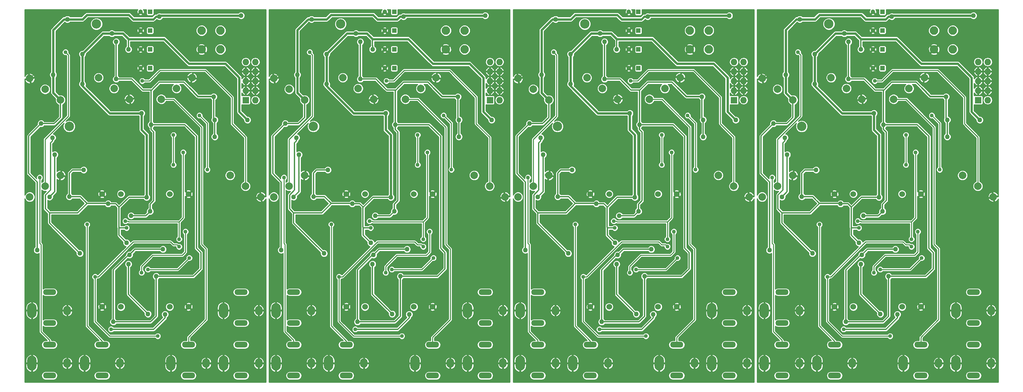
<source format=gtl>
G04 #@! TF.FileFunction,Copper,L1,Top,Signal*
%FSLAX46Y46*%
G04 Gerber Fmt 4.6, Leading zero omitted, Abs format (unit mm)*
G04 Created by KiCad (PCBNEW 4.0.2-stable) date 2016-12-05 12:03:52 PM*
%MOMM*%
G01*
G04 APERTURE LIST*
%ADD10C,0.100000*%
%ADD11R,1.727200X1.727200*%
%ADD12O,1.727200X1.727200*%
%ADD13C,1.524000*%
%ADD14C,2.500000*%
%ADD15O,2.500000X4.000000*%
%ADD16O,2.000000X2.500000*%
%ADD17O,3.500000X1.500000*%
%ADD18C,1.998980*%
%ADD19R,1.200000X1.200000*%
%ADD20C,1.200000*%
%ADD21C,2.250000*%
%ADD22C,1.016000*%
%ADD23C,1.270000*%
%ADD24C,0.254000*%
%ADD25C,0.609600*%
%ADD26C,0.355600*%
%ADD27C,0.304800*%
%ADD28C,0.406400*%
G04 APERTURE END LIST*
D10*
D11*
X266250000Y-36500000D03*
D12*
X268790000Y-36500000D03*
X266250000Y-33960000D03*
X268790000Y-33960000D03*
X266250000Y-31420000D03*
X268790000Y-31420000D03*
X266250000Y-28880000D03*
X268790000Y-28880000D03*
X266250000Y-26340000D03*
X268790000Y-26340000D03*
D13*
X246000000Y-91500000D03*
X251000000Y-91500000D03*
X233000000Y-91500000D03*
X228000000Y-91500000D03*
X233000000Y-61500000D03*
X228000000Y-61500000D03*
X246000000Y-61500000D03*
X251000000Y-61500000D03*
D14*
X219250000Y-43500000D03*
X226500000Y-16250000D03*
D11*
X201250000Y-36500000D03*
D12*
X203790000Y-36500000D03*
X201250000Y-33960000D03*
X203790000Y-33960000D03*
X201250000Y-31420000D03*
X203790000Y-31420000D03*
X201250000Y-28880000D03*
X203790000Y-28880000D03*
X201250000Y-26340000D03*
X203790000Y-26340000D03*
D13*
X181000000Y-91500000D03*
X186000000Y-91500000D03*
X168000000Y-91500000D03*
X163000000Y-91500000D03*
D14*
X154250000Y-43500000D03*
X161500000Y-16250000D03*
D13*
X181000000Y-61500000D03*
X186000000Y-61500000D03*
X168000000Y-61500000D03*
X163000000Y-61500000D03*
D15*
X246300000Y-106500000D03*
D16*
X255700000Y-106500000D03*
D17*
X251000000Y-101600000D03*
X251000000Y-109800000D03*
D15*
X223300000Y-106500000D03*
D16*
X232700000Y-106500000D03*
D17*
X228000000Y-101600000D03*
X228000000Y-109800000D03*
D15*
X260300000Y-92500000D03*
D16*
X269700000Y-92500000D03*
D17*
X265000000Y-87600000D03*
X265000000Y-95800000D03*
D18*
X266177223Y-59393567D03*
X262081463Y-56525685D03*
X270272983Y-62261449D03*
D15*
X209300000Y-92500000D03*
D16*
X218700000Y-92500000D03*
D17*
X214000000Y-87600000D03*
X214000000Y-95800000D03*
D15*
X260300000Y-106500000D03*
D16*
X269700000Y-106500000D03*
D17*
X265000000Y-101600000D03*
X265000000Y-109800000D03*
D15*
X209300000Y-106500000D03*
D16*
X218700000Y-106500000D03*
D17*
X214000000Y-101600000D03*
X214000000Y-109800000D03*
D18*
X212822777Y-59393567D03*
X208727017Y-62261449D03*
X216918537Y-56525685D03*
X182822777Y-33393567D03*
X178727017Y-36261449D03*
X186918537Y-30525685D03*
D19*
X175770000Y-23000000D03*
D20*
X173230000Y-23000000D03*
D21*
X189500000Y-18000000D03*
X194500000Y-18000000D03*
X194500000Y-23000000D03*
X189500000Y-23000000D03*
D18*
X166177223Y-33393567D03*
X162081463Y-30525685D03*
X170272983Y-36261449D03*
D19*
X240770000Y-18000000D03*
D20*
X238230000Y-18000000D03*
D19*
X240770000Y-28000000D03*
D20*
X238230000Y-28000000D03*
D19*
X240770000Y-23000000D03*
D20*
X238230000Y-23000000D03*
D18*
X247822777Y-33393567D03*
X243727017Y-36261449D03*
X251918537Y-30525685D03*
D21*
X254500000Y-18000000D03*
X259500000Y-18000000D03*
X259500000Y-23000000D03*
X254500000Y-23000000D03*
D19*
X240770000Y-13000000D03*
D20*
X238230000Y-13000000D03*
D18*
X212822777Y-33606433D03*
X216918537Y-36474315D03*
X208727017Y-30738551D03*
X231177223Y-33393567D03*
X227081463Y-30525685D03*
X235272983Y-36261449D03*
D15*
X144300000Y-106500000D03*
D16*
X153700000Y-106500000D03*
D17*
X149000000Y-101600000D03*
X149000000Y-109800000D03*
D15*
X144300000Y-92500000D03*
D16*
X153700000Y-92500000D03*
D17*
X149000000Y-87600000D03*
X149000000Y-95800000D03*
D18*
X147822777Y-59393567D03*
X143727017Y-62261449D03*
X151918537Y-56525685D03*
D15*
X158300000Y-106500000D03*
D16*
X167700000Y-106500000D03*
D17*
X163000000Y-101600000D03*
X163000000Y-109800000D03*
D18*
X201177223Y-59393567D03*
X197081463Y-56525685D03*
X205272983Y-62261449D03*
D15*
X195300000Y-92500000D03*
D16*
X204700000Y-92500000D03*
D17*
X200000000Y-87600000D03*
X200000000Y-95800000D03*
D15*
X181300000Y-106500000D03*
D16*
X190700000Y-106500000D03*
D17*
X186000000Y-101600000D03*
X186000000Y-109800000D03*
D15*
X195300000Y-106500000D03*
D16*
X204700000Y-106500000D03*
D17*
X200000000Y-101600000D03*
X200000000Y-109800000D03*
D19*
X175770000Y-18000000D03*
D20*
X173230000Y-18000000D03*
D19*
X175770000Y-13000000D03*
D20*
X173230000Y-13000000D03*
D19*
X175770000Y-28000000D03*
D20*
X173230000Y-28000000D03*
D18*
X147822777Y-33606433D03*
X151918537Y-36474315D03*
X143727017Y-30738551D03*
D14*
X96500000Y-16250000D03*
D11*
X136250000Y-36500000D03*
D12*
X138790000Y-36500000D03*
X136250000Y-33960000D03*
X138790000Y-33960000D03*
X136250000Y-31420000D03*
X138790000Y-31420000D03*
X136250000Y-28880000D03*
X138790000Y-28880000D03*
X136250000Y-26340000D03*
X138790000Y-26340000D03*
D13*
X103000000Y-91500000D03*
X98000000Y-91500000D03*
X116000000Y-91500000D03*
X121000000Y-91500000D03*
D14*
X89250000Y-43500000D03*
D13*
X116000000Y-61500000D03*
X121000000Y-61500000D03*
X103000000Y-61500000D03*
X98000000Y-61500000D03*
D15*
X130300000Y-106500000D03*
D16*
X139700000Y-106500000D03*
D17*
X135000000Y-101600000D03*
X135000000Y-109800000D03*
D15*
X93300000Y-106500000D03*
D16*
X102700000Y-106500000D03*
D17*
X98000000Y-101600000D03*
X98000000Y-109800000D03*
D15*
X116300000Y-106500000D03*
D16*
X125700000Y-106500000D03*
D17*
X121000000Y-101600000D03*
X121000000Y-109800000D03*
D15*
X130300000Y-92500000D03*
D16*
X139700000Y-92500000D03*
D17*
X135000000Y-87600000D03*
X135000000Y-95800000D03*
D15*
X79300000Y-92500000D03*
D16*
X88700000Y-92500000D03*
D17*
X84000000Y-87600000D03*
X84000000Y-95800000D03*
D15*
X79300000Y-106500000D03*
D16*
X88700000Y-106500000D03*
D17*
X84000000Y-101600000D03*
X84000000Y-109800000D03*
D18*
X136177223Y-59393567D03*
X132081463Y-56525685D03*
X140272983Y-62261449D03*
X82822777Y-59393567D03*
X78727017Y-62261449D03*
X86918537Y-56525685D03*
X117822777Y-33393567D03*
X113727017Y-36261449D03*
X121918537Y-30525685D03*
D21*
X124500000Y-18000000D03*
X129500000Y-18000000D03*
X129500000Y-23000000D03*
X124500000Y-23000000D03*
D18*
X101177223Y-33393567D03*
X97081463Y-30525685D03*
X105272983Y-36261449D03*
X82822777Y-33606433D03*
X86918537Y-36474315D03*
X78727017Y-30738551D03*
D19*
X110770000Y-18000000D03*
D20*
X108230000Y-18000000D03*
D19*
X110770000Y-23000000D03*
D20*
X108230000Y-23000000D03*
D19*
X110770000Y-28000000D03*
D20*
X108230000Y-28000000D03*
D19*
X110770000Y-13000000D03*
D20*
X108230000Y-13000000D03*
D18*
X17822777Y-33606433D03*
X21918537Y-36474315D03*
X13727017Y-30738551D03*
D21*
X59500000Y-18000000D03*
X64500000Y-18000000D03*
X64500000Y-23000000D03*
X59500000Y-23000000D03*
D14*
X24250000Y-43500000D03*
X31500000Y-16250000D03*
D19*
X45770000Y-28000000D03*
D20*
X43230000Y-28000000D03*
D19*
X45770000Y-23000000D03*
D20*
X43230000Y-23000000D03*
D19*
X45770000Y-18000000D03*
D20*
X43230000Y-18000000D03*
D19*
X45770000Y-13000000D03*
D20*
X43230000Y-13000000D03*
D18*
X36177223Y-33393567D03*
X32081463Y-30525685D03*
X40272983Y-36261449D03*
X17822777Y-59393567D03*
X13727017Y-62261449D03*
X21918537Y-56525685D03*
X71177223Y-59393567D03*
X67081463Y-56525685D03*
X75272983Y-62261449D03*
X52822777Y-33393567D03*
X48727017Y-36261449D03*
X56918537Y-30525685D03*
D15*
X14300000Y-106500000D03*
D16*
X23700000Y-106500000D03*
D17*
X19000000Y-101600000D03*
X19000000Y-109800000D03*
D15*
X14300000Y-92500000D03*
D16*
X23700000Y-92500000D03*
D17*
X19000000Y-87600000D03*
X19000000Y-95800000D03*
D15*
X65300000Y-92500000D03*
D16*
X74700000Y-92500000D03*
D17*
X70000000Y-87600000D03*
X70000000Y-95800000D03*
D15*
X51300000Y-106500000D03*
D16*
X60700000Y-106500000D03*
D17*
X56000000Y-101600000D03*
X56000000Y-109800000D03*
D15*
X28300000Y-106500000D03*
D16*
X37700000Y-106500000D03*
D17*
X33000000Y-101600000D03*
X33000000Y-109800000D03*
D15*
X65300000Y-106500000D03*
D16*
X74700000Y-106500000D03*
D17*
X70000000Y-101600000D03*
X70000000Y-109800000D03*
D11*
X71250000Y-36500000D03*
D12*
X73790000Y-36500000D03*
X71250000Y-33960000D03*
X73790000Y-33960000D03*
X71250000Y-31420000D03*
X73790000Y-31420000D03*
X71250000Y-28880000D03*
X73790000Y-28880000D03*
X71250000Y-26340000D03*
X73790000Y-26340000D03*
D13*
X51000000Y-61500000D03*
X56000000Y-61500000D03*
X38000000Y-61500000D03*
X33000000Y-61500000D03*
X38000000Y-91500000D03*
X33000000Y-91500000D03*
X51000000Y-91500000D03*
X56000000Y-91500000D03*
D22*
X248500000Y-73500000D03*
X249600000Y-50400000D03*
X234200000Y-68700000D03*
X169200000Y-68700000D03*
X183500000Y-73500000D03*
X184600000Y-50400000D03*
X118500000Y-73500000D03*
X104200000Y-68700000D03*
X119600000Y-50400000D03*
X39200000Y-68700000D03*
X53500000Y-73500000D03*
X54600000Y-50400000D03*
X153839968Y-65477508D03*
X154238905Y-63612974D03*
X154400000Y-53500000D03*
X147800000Y-24300000D03*
X159000000Y-27250000D03*
X151750000Y-17750000D03*
X157100000Y-46300000D03*
X230500000Y-77500000D03*
X230400000Y-73300000D03*
X244100000Y-89600000D03*
X234750000Y-89750000D03*
X247160171Y-59500000D03*
X218839968Y-65477508D03*
X219238905Y-63612974D03*
X221400000Y-72600000D03*
X209500000Y-70000000D03*
X219400000Y-53500000D03*
X245100000Y-49000000D03*
X234967298Y-24500000D03*
X235000000Y-26900000D03*
X233400000Y-34000000D03*
X216750000Y-17750000D03*
X222100000Y-46300000D03*
X224000000Y-27250000D03*
X212800000Y-24300000D03*
X260600000Y-38200000D03*
X263400000Y-33600000D03*
X156400000Y-72600000D03*
X144500000Y-70000000D03*
X169750000Y-89750000D03*
X179100000Y-89600000D03*
X165500000Y-77500000D03*
X165400000Y-73300000D03*
X170000000Y-26900000D03*
X168400000Y-34000000D03*
X195600000Y-38200000D03*
X198400000Y-33600000D03*
X169967298Y-24500000D03*
X182160171Y-59500000D03*
X180100000Y-49000000D03*
X91400000Y-72600000D03*
X117160171Y-59500000D03*
X100400000Y-73300000D03*
X100500000Y-77500000D03*
X89238905Y-63612974D03*
X79500000Y-70000000D03*
X88839968Y-65477508D03*
X104750000Y-89750000D03*
X114100000Y-89600000D03*
X130600000Y-38200000D03*
X133400000Y-33600000D03*
X94000000Y-27250000D03*
X86750000Y-17750000D03*
X82800000Y-24300000D03*
X92100000Y-46300000D03*
X89400000Y-53500000D03*
X103400000Y-34000000D03*
X105000000Y-26900000D03*
X104967298Y-24500000D03*
X115100000Y-49000000D03*
X17800000Y-24300000D03*
X49100000Y-89600000D03*
X27100000Y-46300000D03*
X24400000Y-53500000D03*
X50100000Y-49000000D03*
X35400000Y-73300000D03*
X38400000Y-34000000D03*
X40000000Y-26900000D03*
X23839968Y-65477508D03*
X39750000Y-89750000D03*
X21750000Y-17750000D03*
X29000000Y-27250000D03*
X14500000Y-70000000D03*
X39967298Y-24500000D03*
X24238905Y-63612974D03*
X52160171Y-59500000D03*
X35500000Y-77500000D03*
X26400000Y-72600000D03*
X65600000Y-38200000D03*
X68400000Y-33600000D03*
X248500000Y-75500000D03*
X226100000Y-83500000D03*
X242800000Y-99300000D03*
X161100000Y-83500000D03*
X177800000Y-99300000D03*
X183500000Y-75500000D03*
X118500000Y-75500000D03*
X96100000Y-83500000D03*
X112800000Y-99300000D03*
X31100000Y-83500000D03*
X47800000Y-99300000D03*
X53500000Y-75500000D03*
D23*
X149000000Y-62250000D03*
X150400000Y-51000000D03*
X153750000Y-15000000D03*
X146750000Y-42750000D03*
X150000000Y-29750000D03*
X244200000Y-76200000D03*
X242400000Y-83400000D03*
X235255941Y-77700000D03*
X231000000Y-95500000D03*
X258000000Y-46250000D03*
X258000000Y-41750000D03*
X235700000Y-67300000D03*
X240797518Y-66110692D03*
X210683980Y-76400000D03*
X214000000Y-62250000D03*
X211750000Y-42750000D03*
X215400000Y-51000000D03*
X241057295Y-43035141D03*
X231750000Y-30899100D03*
X243250006Y-14250000D03*
X218750000Y-15000000D03*
X231750000Y-21000000D03*
X215000000Y-29750000D03*
X265000000Y-14000000D03*
X257700000Y-35600000D03*
X175797518Y-66110692D03*
X170700000Y-67300000D03*
X145683980Y-76400000D03*
X166000000Y-95500000D03*
X170255941Y-77700000D03*
X177400000Y-83400000D03*
X179200000Y-76200000D03*
X193000000Y-46250000D03*
X166750000Y-30899100D03*
X193000000Y-41750000D03*
X192700000Y-35600000D03*
X200000000Y-14000000D03*
X178250006Y-14250000D03*
X166750000Y-21000000D03*
X176057295Y-43035141D03*
X80683980Y-76400000D03*
X110797518Y-66110692D03*
X114200000Y-76200000D03*
X105700000Y-67300000D03*
X112400000Y-83400000D03*
X105255941Y-77700000D03*
X84000000Y-62250000D03*
X101000000Y-95500000D03*
X128000000Y-46250000D03*
X128000000Y-41750000D03*
X113250006Y-14250000D03*
X135000000Y-14000000D03*
X127700000Y-35600000D03*
X88750000Y-15000000D03*
X85000000Y-29750000D03*
X81750000Y-42750000D03*
X85400000Y-51000000D03*
X101750000Y-30899100D03*
X101750000Y-21000000D03*
X111057295Y-43035141D03*
X15683980Y-76400000D03*
X36750000Y-30899100D03*
X36750000Y-21000000D03*
X19000000Y-62250000D03*
X62700000Y-35600000D03*
X46057295Y-43035141D03*
X20000000Y-29750000D03*
X20400000Y-51000000D03*
X16750000Y-42750000D03*
X23750000Y-15000000D03*
X48250006Y-14250000D03*
X70000000Y-14000000D03*
X63000000Y-46250000D03*
X49200000Y-76200000D03*
X63000000Y-41750000D03*
X40700000Y-67300000D03*
X40255941Y-77700000D03*
X45797518Y-66110692D03*
X36000000Y-95500000D03*
X47400000Y-83400000D03*
X154300000Y-62200000D03*
X158100000Y-55100000D03*
X157750000Y-24250000D03*
X149750000Y-46500000D03*
X157750000Y-32250000D03*
X222100000Y-77300000D03*
X234527332Y-74484231D03*
X235000000Y-80143980D03*
X240216020Y-93400000D03*
X244750000Y-93500000D03*
D22*
X230400000Y-97500000D03*
X234500000Y-70500000D03*
D23*
X229600000Y-64100000D03*
X239854355Y-62345645D03*
X219300000Y-62200000D03*
X223100000Y-55100000D03*
X238500000Y-40000000D03*
X235012257Y-22999959D03*
X230599998Y-18800000D03*
X222750000Y-32250000D03*
X222750000Y-24250000D03*
X214750000Y-46500000D03*
X266700010Y-41800000D03*
D22*
X169500000Y-70500000D03*
D23*
X164600000Y-64100000D03*
X157100000Y-77300000D03*
D22*
X165400000Y-97500000D03*
D23*
X175216020Y-93400000D03*
X179750000Y-93500000D03*
X169527332Y-74484231D03*
X170000000Y-80143980D03*
X201700010Y-41800000D03*
X165599998Y-18800000D03*
X170012257Y-22999959D03*
X174854355Y-62345645D03*
X173500000Y-40000000D03*
X92100000Y-77300000D03*
X109854355Y-62345645D03*
D22*
X104500000Y-70500000D03*
D23*
X99600000Y-64100000D03*
X104527332Y-74484231D03*
X105000000Y-80143980D03*
X89300000Y-62200000D03*
X114750000Y-93500000D03*
D22*
X100400000Y-97500000D03*
D23*
X110216020Y-93400000D03*
X136700010Y-41800000D03*
X92750000Y-32250000D03*
X92750000Y-24250000D03*
X93100000Y-55100000D03*
X84750000Y-46500000D03*
X105012257Y-22999959D03*
X100599998Y-18800000D03*
X108500000Y-40000000D03*
X28100000Y-55100000D03*
X24300000Y-62200000D03*
X35599998Y-18800000D03*
X40012257Y-22999959D03*
X27750000Y-32250000D03*
X27100000Y-77300000D03*
X43500000Y-40000000D03*
D22*
X39500000Y-70500000D03*
D23*
X19750000Y-46500000D03*
X34600000Y-64100000D03*
X27750000Y-24250000D03*
X71700010Y-41800000D03*
X44854355Y-62345645D03*
X45216020Y-93400000D03*
X40000000Y-80143980D03*
X39527332Y-74484231D03*
D22*
X35400000Y-97500000D03*
D23*
X49750000Y-93500000D03*
D22*
X146400000Y-57100000D03*
X211400000Y-57100000D03*
X81400000Y-57100000D03*
X16400000Y-57100000D03*
X224000000Y-69600000D03*
X159000000Y-69600000D03*
X94000000Y-69600000D03*
X29000000Y-69600000D03*
X238700000Y-31400000D03*
X173700000Y-31400000D03*
X108700000Y-31400000D03*
X43700000Y-31400000D03*
X247000000Y-53700000D03*
X247000000Y-45800000D03*
X182000000Y-53700000D03*
X182000000Y-45800000D03*
X117000000Y-53700000D03*
X117000000Y-45800000D03*
X52000000Y-45800000D03*
X52000000Y-53700000D03*
X250200000Y-71500000D03*
X238500000Y-82400000D03*
X173500000Y-82400000D03*
X185200000Y-71500000D03*
X120200000Y-71500000D03*
X108500000Y-82400000D03*
X43500000Y-82400000D03*
X55200000Y-71500000D03*
X251200000Y-78499998D03*
X240161780Y-81577596D03*
X256000000Y-55000000D03*
X253904941Y-40583999D03*
X175161780Y-81577596D03*
X186200000Y-78499998D03*
X191000000Y-55000000D03*
X188904941Y-40583999D03*
X121200000Y-78499998D03*
X110161780Y-81577596D03*
X123904941Y-40583999D03*
X126000000Y-55000000D03*
X45161780Y-81577596D03*
X56200000Y-78499998D03*
X61000000Y-55000000D03*
X58904941Y-40583999D03*
X153250000Y-23749992D03*
X218250000Y-23749992D03*
X88250000Y-23749992D03*
X23250000Y-23749992D03*
D24*
X249600000Y-51118420D02*
X249600000Y-50400000D01*
X234918420Y-68700000D02*
X234200000Y-68700000D01*
X235118420Y-68900000D02*
X234918420Y-68700000D01*
X248461860Y-68900000D02*
X235118420Y-68900000D01*
X248500000Y-68938140D02*
X248500000Y-68900000D01*
X248500000Y-73500000D02*
X248500000Y-68938140D01*
X248500000Y-68938140D02*
X248461860Y-68900000D01*
X249600000Y-67800000D02*
X249600000Y-51118420D01*
X248500000Y-68900000D02*
X249600000Y-67800000D01*
X169918420Y-68700000D02*
X169200000Y-68700000D01*
X170118420Y-68900000D02*
X169918420Y-68700000D01*
X183461860Y-68900000D02*
X170118420Y-68900000D01*
X183500000Y-68938140D02*
X183461860Y-68900000D01*
X183500000Y-68938140D02*
X183500000Y-68900000D01*
X183500000Y-73500000D02*
X183500000Y-68938140D01*
X184600000Y-67800000D02*
X184600000Y-51118420D01*
X183500000Y-68900000D02*
X184600000Y-67800000D01*
X184600000Y-51118420D02*
X184600000Y-50400000D01*
X118500000Y-68900000D02*
X119600000Y-67800000D01*
X119600000Y-67800000D02*
X119600000Y-51118420D01*
X119600000Y-51118420D02*
X119600000Y-50400000D01*
X118500000Y-73500000D02*
X118500000Y-68938140D01*
X118500000Y-68938140D02*
X118500000Y-68900000D01*
X118461860Y-68900000D02*
X105118420Y-68900000D01*
X118500000Y-68938140D02*
X118461860Y-68900000D01*
X104918420Y-68700000D02*
X104200000Y-68700000D01*
X105118420Y-68900000D02*
X104918420Y-68700000D01*
X53500000Y-68938140D02*
X53461860Y-68900000D01*
X53461860Y-68900000D02*
X40118420Y-68900000D01*
X40118420Y-68900000D02*
X39918420Y-68700000D01*
X39918420Y-68700000D02*
X39200000Y-68700000D01*
X53500000Y-68938140D02*
X53500000Y-68900000D01*
X53500000Y-68900000D02*
X54600000Y-67800000D01*
X54600000Y-67800000D02*
X54600000Y-51118420D01*
X54600000Y-51118420D02*
X54600000Y-50400000D01*
X53500000Y-73500000D02*
X53500000Y-68938140D01*
X209726506Y-29739062D02*
X209726506Y-25673494D01*
X208727017Y-30738551D02*
X209726506Y-29739062D01*
X209726506Y-25673494D02*
X211100000Y-24300000D01*
X211100000Y-24300000D02*
X212800000Y-24300000D01*
X144726506Y-25673494D02*
X146100000Y-24300000D01*
X146100000Y-24300000D02*
X147800000Y-24300000D01*
X144726506Y-29739062D02*
X144726506Y-25673494D01*
X143727017Y-30738551D02*
X144726506Y-29739062D01*
X78727017Y-30738551D02*
X79726506Y-29739062D01*
X79726506Y-29739062D02*
X79726506Y-25673494D01*
X79726506Y-25673494D02*
X81100000Y-24300000D01*
X81100000Y-24300000D02*
X82800000Y-24300000D01*
X14726506Y-25673494D02*
X16100000Y-24300000D01*
X16100000Y-24300000D02*
X17800000Y-24300000D01*
X13727017Y-30738551D02*
X14726506Y-29739062D01*
X14726506Y-29739062D02*
X14726506Y-25673494D01*
X235543333Y-74971912D02*
X227015245Y-83500000D01*
X226100000Y-95400000D02*
X230000000Y-99300000D01*
X230000000Y-99300000D02*
X242800000Y-99300000D01*
X247992001Y-74992001D02*
X246992001Y-74992001D01*
X248500000Y-75500000D02*
X247992001Y-74992001D01*
X226818420Y-83500000D02*
X226100000Y-83500000D01*
X227015245Y-83500000D02*
X226818420Y-83500000D01*
X226100000Y-83500000D02*
X226100000Y-95400000D01*
X235543333Y-74956667D02*
X235543333Y-74971912D01*
X236300000Y-74200000D02*
X235543333Y-74956667D01*
X246200000Y-74200000D02*
X236300000Y-74200000D01*
X246992001Y-74992001D02*
X246200000Y-74200000D01*
X165000000Y-99300000D02*
X177800000Y-99300000D01*
X161100000Y-83500000D02*
X161100000Y-95400000D01*
X161100000Y-95400000D02*
X165000000Y-99300000D01*
X170543333Y-74971912D02*
X162015245Y-83500000D01*
X161818420Y-83500000D02*
X161100000Y-83500000D01*
X162015245Y-83500000D02*
X161818420Y-83500000D01*
X183500000Y-75500000D02*
X182992001Y-74992001D01*
X182992001Y-74992001D02*
X181992001Y-74992001D01*
X181992001Y-74992001D02*
X181200000Y-74200000D01*
X181200000Y-74200000D02*
X171300000Y-74200000D01*
X170543333Y-74956667D02*
X170543333Y-74971912D01*
X171300000Y-74200000D02*
X170543333Y-74956667D01*
X96100000Y-95400000D02*
X100000000Y-99300000D01*
X100000000Y-99300000D02*
X112800000Y-99300000D01*
X96100000Y-83500000D02*
X96100000Y-95400000D01*
X96818420Y-83500000D02*
X96100000Y-83500000D01*
X97015245Y-83500000D02*
X96818420Y-83500000D01*
X105543333Y-74971912D02*
X97015245Y-83500000D01*
X118500000Y-75500000D02*
X117992001Y-74992001D01*
X117992001Y-74992001D02*
X116992001Y-74992001D01*
X116992001Y-74992001D02*
X116200000Y-74200000D01*
X116200000Y-74200000D02*
X106300000Y-74200000D01*
X106300000Y-74200000D02*
X105543333Y-74956667D01*
X105543333Y-74956667D02*
X105543333Y-74971912D01*
X53500000Y-75500000D02*
X52992001Y-74992001D01*
X40543333Y-74971912D02*
X32015245Y-83500000D01*
X52992001Y-74992001D02*
X51992001Y-74992001D01*
X32015245Y-83500000D02*
X31818420Y-83500000D01*
X51992001Y-74992001D02*
X51200000Y-74200000D01*
X51200000Y-74200000D02*
X41300000Y-74200000D01*
X41300000Y-74200000D02*
X40543333Y-74956667D01*
X40543333Y-74956667D02*
X40543333Y-74971912D01*
X31818420Y-83500000D02*
X31100000Y-83500000D01*
X35000000Y-99300000D02*
X47800000Y-99300000D01*
X31100000Y-95400000D02*
X35000000Y-99300000D01*
X31100000Y-83500000D02*
X31100000Y-95400000D01*
D25*
X216918537Y-36474315D02*
X215000000Y-34555778D01*
X215000000Y-34555778D02*
X215000000Y-30648025D01*
D26*
X216918537Y-36474315D02*
X216918537Y-41081463D01*
D25*
X215000000Y-28851975D02*
X215000000Y-29750000D01*
X215000000Y-30648025D02*
X215000000Y-29750000D01*
D26*
X216918537Y-41081463D02*
X215250000Y-42750000D01*
X215250000Y-42750000D02*
X211750000Y-42750000D01*
X208460000Y-46040000D02*
X208460000Y-56050908D01*
X211750000Y-42750000D02*
X208460000Y-46040000D01*
X215400000Y-51898025D02*
X215400000Y-51000000D01*
X208460000Y-56050908D02*
X210683980Y-58274888D01*
D27*
X258000000Y-42250000D02*
X258000000Y-45351975D01*
X258000000Y-41750000D02*
X258000000Y-46250000D01*
X258000000Y-45351975D02*
X258000000Y-46250000D01*
D25*
X235127589Y-13827589D02*
X236300000Y-15000000D01*
X265000000Y-14000000D02*
X243500006Y-14000000D01*
X223972411Y-13827589D02*
X235127589Y-13827589D01*
X222800000Y-15000000D02*
X223972411Y-13827589D01*
D26*
X253131801Y-46131801D02*
X250035141Y-43035141D01*
X241750000Y-45000000D02*
X241750000Y-63250000D01*
D28*
X257600000Y-35500000D02*
X253500000Y-35500000D01*
D27*
X257750000Y-42000000D02*
X258000000Y-42250000D01*
D26*
X257700000Y-41450000D02*
X258000000Y-41750000D01*
X257700000Y-35600000D02*
X257700000Y-41450000D01*
D28*
X257700000Y-35600000D02*
X257600000Y-35500000D01*
D25*
X218750000Y-15000000D02*
X222800000Y-15000000D01*
X215000000Y-17851975D02*
X215000000Y-28851975D01*
X218750000Y-15000000D02*
X217851975Y-15000000D01*
X217851975Y-15000000D02*
X215000000Y-17851975D01*
D26*
X215400000Y-60850000D02*
X215400000Y-51898025D01*
X214000000Y-62250000D02*
X215400000Y-60850000D01*
X210683980Y-58274888D02*
X210683980Y-75501975D01*
X210683980Y-75501975D02*
X210683980Y-76400000D01*
X253131801Y-75931801D02*
X253131801Y-46131801D01*
X252300000Y-83400000D02*
X254300000Y-81400000D01*
X242400000Y-83400000D02*
X252300000Y-83400000D01*
X242400000Y-83400000D02*
X242400000Y-94000000D01*
X231898025Y-95500000D02*
X231000000Y-95500000D01*
X231000000Y-94601975D02*
X231000000Y-95500000D01*
X254300000Y-77100000D02*
X253131801Y-75931801D01*
X254300000Y-81400000D02*
X254300000Y-77100000D01*
X243301975Y-76200000D02*
X244200000Y-76200000D01*
X235255941Y-77700000D02*
X236755941Y-76200000D01*
X236755941Y-76200000D02*
X243301975Y-76200000D01*
X235255941Y-77700000D02*
X235000000Y-77700000D01*
X231000000Y-81700000D02*
X231000000Y-94601975D01*
X235000000Y-77700000D02*
X231000000Y-81700000D01*
X240900000Y-95500000D02*
X231898025Y-95500000D01*
X242400000Y-94000000D02*
X240900000Y-95500000D01*
X239608210Y-67300000D02*
X240162519Y-66745691D01*
X235700000Y-67300000D02*
X239608210Y-67300000D01*
X240797518Y-64202482D02*
X240797518Y-66110692D01*
X240162519Y-66745691D02*
X240797518Y-66110692D01*
X241750000Y-63250000D02*
X240797518Y-64202482D01*
D25*
X243500006Y-14000000D02*
X243250006Y-14250000D01*
X242351981Y-14250000D02*
X243250006Y-14250000D01*
X236300000Y-15000000D02*
X241601981Y-15000000D01*
X241601981Y-15000000D02*
X242351981Y-14250000D01*
D26*
X241057295Y-43035141D02*
X241057295Y-44307295D01*
X241057295Y-44307295D02*
X241750000Y-45000000D01*
X249750000Y-31750000D02*
X251250000Y-33250000D01*
X250035141Y-43035141D02*
X243815759Y-43035141D01*
X243250000Y-31750000D02*
X249750000Y-31750000D01*
D28*
X253500000Y-35500000D02*
X251250000Y-33250000D01*
D26*
X231750000Y-30899100D02*
X235899096Y-30899100D01*
X231750000Y-21000000D02*
X231750000Y-30899100D01*
X238799996Y-33800000D02*
X241200000Y-33800000D01*
X235899096Y-30899100D02*
X238799996Y-33800000D01*
X241200000Y-33800000D02*
X243250000Y-31750000D01*
X241057295Y-33942705D02*
X241200000Y-33800000D01*
X243815759Y-43035141D02*
X241057295Y-43035141D01*
X241057295Y-43035141D02*
X241057295Y-33942705D01*
X176057295Y-43035141D02*
X176057295Y-33942705D01*
X178815759Y-43035141D02*
X176057295Y-43035141D01*
X176057295Y-44307295D02*
X176750000Y-45000000D01*
X176057295Y-43035141D02*
X176057295Y-44307295D01*
D28*
X192600000Y-35500000D02*
X188500000Y-35500000D01*
D26*
X192700000Y-35600000D02*
X192700000Y-41450000D01*
D27*
X193000000Y-45351975D02*
X193000000Y-46250000D01*
X193000000Y-41750000D02*
X193000000Y-46250000D01*
D28*
X192700000Y-35600000D02*
X192600000Y-35500000D01*
D25*
X177351981Y-14250000D02*
X178250006Y-14250000D01*
D26*
X170899096Y-30899100D02*
X173799996Y-33800000D01*
D25*
X176601981Y-15000000D02*
X177351981Y-14250000D01*
X171300000Y-15000000D02*
X176601981Y-15000000D01*
X178500006Y-14000000D02*
X178250006Y-14250000D01*
X200000000Y-14000000D02*
X178500006Y-14000000D01*
D26*
X176057295Y-33942705D02*
X176200000Y-33800000D01*
X173799996Y-33800000D02*
X176200000Y-33800000D01*
D28*
X188500000Y-35500000D02*
X186250000Y-33250000D01*
D26*
X176200000Y-33800000D02*
X178250000Y-31750000D01*
X184750000Y-31750000D02*
X186250000Y-33250000D01*
X178250000Y-31750000D02*
X184750000Y-31750000D01*
D25*
X150000000Y-34555778D02*
X150000000Y-30648025D01*
X170127589Y-13827589D02*
X171300000Y-15000000D01*
X158972411Y-13827589D02*
X170127589Y-13827589D01*
X157800000Y-15000000D02*
X158972411Y-13827589D01*
D26*
X166750000Y-30899100D02*
X170899096Y-30899100D01*
X166750000Y-21000000D02*
X166750000Y-30899100D01*
D25*
X150000000Y-30648025D02*
X150000000Y-29750000D01*
X150000000Y-17851975D02*
X150000000Y-28851975D01*
X150000000Y-28851975D02*
X150000000Y-29750000D01*
X153750000Y-15000000D02*
X157800000Y-15000000D01*
X152851975Y-15000000D02*
X150000000Y-17851975D01*
X153750000Y-15000000D02*
X152851975Y-15000000D01*
D26*
X192700000Y-41450000D02*
X193000000Y-41750000D01*
D27*
X193000000Y-42250000D02*
X193000000Y-45351975D01*
X192750000Y-42000000D02*
X193000000Y-42250000D01*
D26*
X166000000Y-81700000D02*
X166000000Y-94601975D01*
X177400000Y-83400000D02*
X177400000Y-94000000D01*
X166000000Y-94601975D02*
X166000000Y-95500000D01*
X166898025Y-95500000D02*
X166000000Y-95500000D01*
X177400000Y-94000000D02*
X175900000Y-95500000D01*
X175900000Y-95500000D02*
X166898025Y-95500000D01*
X187300000Y-83400000D02*
X189300000Y-81400000D01*
X177400000Y-83400000D02*
X187300000Y-83400000D01*
X145683980Y-75501975D02*
X145683980Y-76400000D01*
X145683980Y-58274888D02*
X145683980Y-75501975D01*
X170000000Y-77700000D02*
X166000000Y-81700000D01*
X176750000Y-63250000D02*
X175797518Y-64202482D01*
X170700000Y-67300000D02*
X174608210Y-67300000D01*
X175162519Y-66745691D02*
X175797518Y-66110692D01*
X175797518Y-64202482D02*
X175797518Y-66110692D01*
X174608210Y-67300000D02*
X175162519Y-66745691D01*
X151918537Y-41081463D02*
X150250000Y-42750000D01*
X151918537Y-36474315D02*
X151918537Y-41081463D01*
X150250000Y-42750000D02*
X146750000Y-42750000D01*
D25*
X151918537Y-36474315D02*
X150000000Y-34555778D01*
D26*
X150400000Y-51898025D02*
X150400000Y-51000000D01*
X150400000Y-60850000D02*
X150400000Y-51898025D01*
X149000000Y-62250000D02*
X150400000Y-60850000D01*
X171755941Y-76200000D02*
X178301975Y-76200000D01*
X189300000Y-77100000D02*
X188131801Y-75931801D01*
X189300000Y-81400000D02*
X189300000Y-77100000D01*
X178301975Y-76200000D02*
X179200000Y-76200000D01*
X170255941Y-77700000D02*
X170000000Y-77700000D01*
X170255941Y-77700000D02*
X171755941Y-76200000D01*
X188131801Y-75931801D02*
X188131801Y-46131801D01*
X176750000Y-45000000D02*
X176750000Y-63250000D01*
X185035141Y-43035141D02*
X178815759Y-43035141D01*
X188131801Y-46131801D02*
X185035141Y-43035141D01*
X143460000Y-56050908D02*
X145683980Y-58274888D01*
X143460000Y-46040000D02*
X143460000Y-56050908D01*
X146750000Y-42750000D02*
X143460000Y-46040000D01*
X81750000Y-42750000D02*
X78460000Y-46040000D01*
X84000000Y-62250000D02*
X85400000Y-60850000D01*
X80683980Y-58274888D02*
X80683980Y-75501975D01*
X123131801Y-75931801D02*
X123131801Y-46131801D01*
X78460000Y-56050908D02*
X80683980Y-58274888D01*
X85400000Y-60850000D02*
X85400000Y-51898025D01*
X85400000Y-51898025D02*
X85400000Y-51000000D01*
X78460000Y-46040000D02*
X78460000Y-56050908D01*
X127700000Y-35600000D02*
X127700000Y-41450000D01*
X85250000Y-42750000D02*
X81750000Y-42750000D01*
D25*
X85000000Y-34555778D02*
X85000000Y-30648025D01*
D26*
X86918537Y-41081463D02*
X85250000Y-42750000D01*
D27*
X127750000Y-42000000D02*
X128000000Y-42250000D01*
D26*
X127700000Y-41450000D02*
X128000000Y-41750000D01*
D27*
X128000000Y-41750000D02*
X128000000Y-46250000D01*
X128000000Y-45351975D02*
X128000000Y-46250000D01*
X128000000Y-42250000D02*
X128000000Y-45351975D01*
D26*
X86918537Y-36474315D02*
X86918537Y-41081463D01*
D25*
X86918537Y-36474315D02*
X85000000Y-34555778D01*
X106300000Y-15000000D02*
X111601981Y-15000000D01*
D28*
X127600000Y-35500000D02*
X123500000Y-35500000D01*
X127700000Y-35600000D02*
X127600000Y-35500000D01*
D25*
X111601981Y-15000000D02*
X112351981Y-14250000D01*
X113500006Y-14000000D02*
X113250006Y-14250000D01*
X135000000Y-14000000D02*
X113500006Y-14000000D01*
X112351981Y-14250000D02*
X113250006Y-14250000D01*
D26*
X111057295Y-44307295D02*
X111750000Y-45000000D01*
X111057295Y-43035141D02*
X111057295Y-44307295D01*
X113815759Y-43035141D02*
X111057295Y-43035141D01*
X105700000Y-67300000D02*
X109608210Y-67300000D01*
X109608210Y-67300000D02*
X110162519Y-66745691D01*
X110162519Y-66745691D02*
X110797518Y-66110692D01*
X111750000Y-63250000D02*
X110797518Y-64202482D01*
X110797518Y-64202482D02*
X110797518Y-66110692D01*
X119750000Y-31750000D02*
X121250000Y-33250000D01*
X113250000Y-31750000D02*
X119750000Y-31750000D01*
X120035141Y-43035141D02*
X113815759Y-43035141D01*
D28*
X123500000Y-35500000D02*
X121250000Y-33250000D01*
D26*
X111057295Y-33942705D02*
X111200000Y-33800000D01*
X111057295Y-43035141D02*
X111057295Y-33942705D01*
X108799996Y-33800000D02*
X111200000Y-33800000D01*
X111200000Y-33800000D02*
X113250000Y-31750000D01*
X111750000Y-45000000D02*
X111750000Y-63250000D01*
X123131801Y-46131801D02*
X120035141Y-43035141D01*
D25*
X85000000Y-30648025D02*
X85000000Y-29750000D01*
X85000000Y-28851975D02*
X85000000Y-29750000D01*
X105127589Y-13827589D02*
X106300000Y-15000000D01*
X87851975Y-15000000D02*
X85000000Y-17851975D01*
X88750000Y-15000000D02*
X92800000Y-15000000D01*
X85000000Y-17851975D02*
X85000000Y-28851975D01*
X88750000Y-15000000D02*
X87851975Y-15000000D01*
D26*
X101750000Y-21000000D02*
X101750000Y-30899100D01*
X105899096Y-30899100D02*
X108799996Y-33800000D01*
X101750000Y-30899100D02*
X105899096Y-30899100D01*
D25*
X93972411Y-13827589D02*
X105127589Y-13827589D01*
X92800000Y-15000000D02*
X93972411Y-13827589D01*
D26*
X112400000Y-94000000D02*
X110900000Y-95500000D01*
X110900000Y-95500000D02*
X101898025Y-95500000D01*
X101898025Y-95500000D02*
X101000000Y-95500000D01*
X112400000Y-83400000D02*
X112400000Y-94000000D01*
X101000000Y-94601975D02*
X101000000Y-95500000D01*
X101000000Y-81700000D02*
X101000000Y-94601975D01*
X105000000Y-77700000D02*
X101000000Y-81700000D01*
X80683980Y-75501975D02*
X80683980Y-76400000D01*
X112400000Y-83400000D02*
X122300000Y-83400000D01*
X113301975Y-76200000D02*
X114200000Y-76200000D01*
X106755941Y-76200000D02*
X113301975Y-76200000D01*
X124300000Y-77100000D02*
X123131801Y-75931801D01*
X124300000Y-81400000D02*
X124300000Y-77100000D01*
X122300000Y-83400000D02*
X124300000Y-81400000D01*
X105255941Y-77700000D02*
X105000000Y-77700000D01*
X105255941Y-77700000D02*
X106755941Y-76200000D01*
X15683980Y-75501975D02*
X15683980Y-76400000D01*
X13460000Y-56050908D02*
X15683980Y-58274888D01*
X16750000Y-42750000D02*
X13460000Y-46040000D01*
X15683980Y-58274888D02*
X15683980Y-75501975D01*
X13460000Y-46040000D02*
X13460000Y-56050908D01*
X19000000Y-62250000D02*
X20400000Y-60850000D01*
X20400000Y-51898025D02*
X20400000Y-51000000D01*
X20400000Y-60850000D02*
X20400000Y-51898025D01*
X36750000Y-30899100D02*
X40899096Y-30899100D01*
X40899096Y-30899100D02*
X43799996Y-33800000D01*
X43799996Y-33800000D02*
X46200000Y-33800000D01*
X36750000Y-21000000D02*
X36750000Y-30899100D01*
D25*
X28972411Y-13827589D02*
X40127589Y-13827589D01*
D26*
X47400000Y-83400000D02*
X57300000Y-83400000D01*
X57300000Y-83400000D02*
X59300000Y-81400000D01*
X59300000Y-81400000D02*
X59300000Y-77100000D01*
X59300000Y-77100000D02*
X58131801Y-75931801D01*
X48815759Y-43035141D02*
X46057295Y-43035141D01*
X58131801Y-75931801D02*
X58131801Y-46131801D01*
X58131801Y-46131801D02*
X55035141Y-43035141D01*
X55035141Y-43035141D02*
X48815759Y-43035141D01*
X46057295Y-43035141D02*
X46057295Y-44307295D01*
X46057295Y-44307295D02*
X46750000Y-45000000D01*
X46750000Y-45000000D02*
X46750000Y-63250000D01*
X46750000Y-63250000D02*
X45797518Y-64202482D01*
X45797518Y-64202482D02*
X45797518Y-66110692D01*
X46057295Y-33942705D02*
X46200000Y-33800000D01*
X46200000Y-33800000D02*
X48250000Y-31750000D01*
X46057295Y-43035141D02*
X46057295Y-33942705D01*
X48250000Y-31750000D02*
X54750000Y-31750000D01*
X54750000Y-31750000D02*
X56250000Y-33250000D01*
D28*
X62700000Y-35600000D02*
X62600000Y-35500000D01*
X62600000Y-35500000D02*
X58500000Y-35500000D01*
X58500000Y-35500000D02*
X56250000Y-33250000D01*
D26*
X62700000Y-35600000D02*
X62700000Y-41450000D01*
X45162519Y-66745691D02*
X45797518Y-66110692D01*
D25*
X23750000Y-15000000D02*
X27800000Y-15000000D01*
X27800000Y-15000000D02*
X28972411Y-13827589D01*
X47351981Y-14250000D02*
X48250006Y-14250000D01*
X40127589Y-13827589D02*
X41300000Y-15000000D01*
X41300000Y-15000000D02*
X46601981Y-15000000D01*
X46601981Y-15000000D02*
X47351981Y-14250000D01*
D26*
X40255941Y-77700000D02*
X40000000Y-77700000D01*
X36000000Y-81700000D02*
X36000000Y-94601975D01*
X40000000Y-77700000D02*
X36000000Y-81700000D01*
X36000000Y-94601975D02*
X36000000Y-95500000D01*
D25*
X20000000Y-28851975D02*
X20000000Y-29750000D01*
X20000000Y-17851975D02*
X20000000Y-28851975D01*
X22851975Y-15000000D02*
X20000000Y-17851975D01*
X23750000Y-15000000D02*
X22851975Y-15000000D01*
X20000000Y-30648025D02*
X20000000Y-29750000D01*
X20000000Y-34555778D02*
X20000000Y-30648025D01*
X21918537Y-36474315D02*
X20000000Y-34555778D01*
D26*
X20250000Y-42750000D02*
X16750000Y-42750000D01*
X21918537Y-36474315D02*
X21918537Y-41081463D01*
X21918537Y-41081463D02*
X20250000Y-42750000D01*
D25*
X48500006Y-14000000D02*
X48250006Y-14250000D01*
X70000000Y-14000000D02*
X48500006Y-14000000D01*
D27*
X63000000Y-42250000D02*
X63000000Y-45351975D01*
X63000000Y-45351975D02*
X63000000Y-46250000D01*
X62750000Y-42000000D02*
X63000000Y-42250000D01*
X63000000Y-41750000D02*
X63000000Y-46250000D01*
D26*
X48301975Y-76200000D02*
X49200000Y-76200000D01*
X41755941Y-76200000D02*
X48301975Y-76200000D01*
X40255941Y-77700000D02*
X41755941Y-76200000D01*
X62700000Y-41450000D02*
X63000000Y-41750000D01*
X44608210Y-67300000D02*
X45162519Y-66745691D01*
X40700000Y-67300000D02*
X44608210Y-67300000D01*
X36898025Y-95500000D02*
X36000000Y-95500000D01*
X45900000Y-95500000D02*
X36898025Y-95500000D01*
X47400000Y-94000000D02*
X45900000Y-95500000D01*
X47400000Y-83400000D02*
X47400000Y-94000000D01*
X214254068Y-47893957D02*
X214254068Y-60417066D01*
X214750000Y-47398025D02*
X214254068Y-47893957D01*
X214750000Y-46500000D02*
X214750000Y-47398025D01*
X219300000Y-62200000D02*
X219300000Y-55900000D01*
X219300000Y-55900000D02*
X220100000Y-55100000D01*
X214254068Y-60417066D02*
X212933199Y-61737935D01*
X219300000Y-62200000D02*
X222200000Y-62200000D01*
X220100000Y-55100000D02*
X223100000Y-55100000D01*
D25*
X228200000Y-18800000D02*
X230599998Y-18800000D01*
X238500000Y-44400000D02*
X239854355Y-45754355D01*
X239854355Y-45754355D02*
X239854355Y-62345645D01*
D26*
X231600000Y-64100000D02*
X230498025Y-64100000D01*
X222200000Y-62200000D02*
X223200000Y-63200000D01*
X223200000Y-63200000D02*
X224000000Y-64000000D01*
X229600000Y-64100000D02*
X229500000Y-64000000D01*
X229500000Y-64000000D02*
X224000000Y-64000000D01*
X230498025Y-64100000D02*
X229600000Y-64100000D01*
X232500000Y-65000000D02*
X231600000Y-64100000D01*
D25*
X264500000Y-30500000D02*
X260841199Y-26841199D01*
X264500000Y-39599990D02*
X264500000Y-30500000D01*
X260841199Y-26841199D02*
X251091199Y-26841199D01*
X222750000Y-32250000D02*
X222750000Y-32750000D01*
X222750000Y-24250000D02*
X222750000Y-32250000D01*
X222750000Y-24250000D02*
X228200000Y-18800000D01*
X222750000Y-32750000D02*
X230000000Y-40000000D01*
D26*
X219200000Y-66500000D02*
X214000000Y-66500000D01*
X212933199Y-65433199D02*
X214000000Y-66500000D01*
X212933199Y-61737935D02*
X212933199Y-65433199D01*
X214000000Y-66500000D02*
X214000000Y-69200000D01*
X214000000Y-69200000D02*
X221465001Y-76665001D01*
X224000000Y-64000000D02*
X221500000Y-66500000D01*
X221500000Y-66500000D02*
X219200000Y-66500000D01*
X221465001Y-76665001D02*
X222100000Y-77300000D01*
D25*
X266700010Y-41800000D02*
X264500000Y-39599990D01*
D26*
X235000000Y-80143980D02*
X235000000Y-88183980D01*
X244750000Y-94450000D02*
X244750000Y-93500000D01*
X241700000Y-97500000D02*
X244750000Y-94450000D01*
X230400000Y-97500000D02*
X241700000Y-97500000D01*
X235000000Y-88183980D02*
X239581021Y-92765001D01*
X239581021Y-92765001D02*
X240216020Y-93400000D01*
X235154355Y-62345645D02*
X239854355Y-62345645D01*
X232500000Y-65000000D02*
X235154355Y-62345645D01*
X232460199Y-65039801D02*
X232500000Y-65000000D01*
X232460199Y-70356161D02*
X232460199Y-65039801D01*
X234527332Y-74484231D02*
X232500000Y-72456899D01*
X232500000Y-72456899D02*
X232500000Y-70395962D01*
X234500000Y-70500000D02*
X232604038Y-70500000D01*
X232500000Y-70395962D02*
X232460199Y-70356161D01*
X232604038Y-70500000D02*
X232500000Y-70395962D01*
D25*
X251091199Y-26841199D02*
X244500000Y-20250000D01*
D26*
X235000000Y-22089677D02*
X235000000Y-20250000D01*
D25*
X244500000Y-20250000D02*
X235000000Y-20250000D01*
X238500000Y-40000000D02*
X238500000Y-44400000D01*
X230000000Y-40000000D02*
X237601975Y-40000000D01*
X237601975Y-40000000D02*
X238500000Y-40000000D01*
X235000000Y-20250000D02*
X233550000Y-18800000D01*
X233550000Y-18800000D02*
X231498023Y-18800000D01*
X231498023Y-18800000D02*
X230599998Y-18800000D01*
D26*
X235012257Y-22101934D02*
X235000000Y-22089677D01*
X235012257Y-22999959D02*
X235012257Y-22101934D01*
D25*
X173500000Y-40000000D02*
X173500000Y-44400000D01*
X172601975Y-40000000D02*
X173500000Y-40000000D01*
X179500000Y-20250000D02*
X170000000Y-20250000D01*
X195841199Y-26841199D02*
X186091199Y-26841199D01*
X186091199Y-26841199D02*
X179500000Y-20250000D01*
X157750000Y-32750000D02*
X165000000Y-40000000D01*
X157750000Y-32250000D02*
X157750000Y-32750000D01*
X168550000Y-18800000D02*
X166498023Y-18800000D01*
X166498023Y-18800000D02*
X165599998Y-18800000D01*
X170000000Y-20250000D02*
X168550000Y-18800000D01*
D26*
X170000000Y-22089677D02*
X170000000Y-20250000D01*
D25*
X163200000Y-18800000D02*
X165599998Y-18800000D01*
X157750000Y-24250000D02*
X163200000Y-18800000D01*
D26*
X170012257Y-22101934D02*
X170000000Y-22089677D01*
X170012257Y-22999959D02*
X170012257Y-22101934D01*
D25*
X199500000Y-39599990D02*
X199500000Y-30500000D01*
X199500000Y-30500000D02*
X195841199Y-26841199D01*
D26*
X170000000Y-80143980D02*
X170000000Y-88183980D01*
X170000000Y-88183980D02*
X174581021Y-92765001D01*
X174581021Y-92765001D02*
X175216020Y-93400000D01*
X165400000Y-97500000D02*
X176700000Y-97500000D01*
X176700000Y-97500000D02*
X179750000Y-94450000D01*
X179750000Y-94450000D02*
X179750000Y-93500000D01*
D25*
X201700010Y-41800000D02*
X199500000Y-39599990D01*
D26*
X159000000Y-64000000D02*
X156500000Y-66500000D01*
X158200000Y-63200000D02*
X159000000Y-64000000D01*
X164500000Y-64000000D02*
X159000000Y-64000000D01*
X166600000Y-64100000D02*
X165498025Y-64100000D01*
X167500000Y-65000000D02*
X166600000Y-64100000D01*
X164600000Y-64100000D02*
X164500000Y-64000000D01*
X167460199Y-65039801D02*
X167500000Y-65000000D01*
X167460199Y-70356161D02*
X167460199Y-65039801D01*
X165498025Y-64100000D02*
X164600000Y-64100000D01*
X149000000Y-66500000D02*
X149000000Y-69200000D01*
X149000000Y-69200000D02*
X156465001Y-76665001D01*
X156465001Y-76665001D02*
X157100000Y-77300000D01*
X167500000Y-65000000D02*
X170154355Y-62345645D01*
X170154355Y-62345645D02*
X174854355Y-62345645D01*
X149750000Y-46500000D02*
X149750000Y-47398025D01*
X149750000Y-47398025D02*
X149254068Y-47893957D01*
X149254068Y-47893957D02*
X149254068Y-60417066D01*
X154300000Y-55900000D02*
X155100000Y-55100000D01*
X155100000Y-55100000D02*
X158100000Y-55100000D01*
X154300000Y-62200000D02*
X157200000Y-62200000D01*
X157200000Y-62200000D02*
X158200000Y-63200000D01*
X154300000Y-62200000D02*
X154300000Y-55900000D01*
X154200000Y-66500000D02*
X149000000Y-66500000D01*
X156500000Y-66500000D02*
X154200000Y-66500000D01*
X147933199Y-65433199D02*
X149000000Y-66500000D01*
X149254068Y-60417066D02*
X147933199Y-61737935D01*
X147933199Y-61737935D02*
X147933199Y-65433199D01*
X169527332Y-74484231D02*
X167500000Y-72456899D01*
X169500000Y-70500000D02*
X167604038Y-70500000D01*
X167604038Y-70500000D02*
X167500000Y-70395962D01*
X167500000Y-70395962D02*
X167460199Y-70356161D01*
X167500000Y-72456899D02*
X167500000Y-70395962D01*
D25*
X174854355Y-45754355D02*
X174854355Y-62345645D01*
X173500000Y-44400000D02*
X174854355Y-45754355D01*
X165000000Y-40000000D02*
X172601975Y-40000000D01*
X157750000Y-24250000D02*
X157750000Y-32250000D01*
D26*
X100498025Y-64100000D02*
X99600000Y-64100000D01*
X99600000Y-64100000D02*
X99500000Y-64000000D01*
X99500000Y-64000000D02*
X94000000Y-64000000D01*
X101600000Y-64100000D02*
X100498025Y-64100000D01*
X102500000Y-65000000D02*
X101600000Y-64100000D01*
X93200000Y-63200000D02*
X94000000Y-64000000D01*
X94000000Y-64000000D02*
X91500000Y-66500000D01*
X89300000Y-62200000D02*
X92200000Y-62200000D01*
X92200000Y-62200000D02*
X93200000Y-63200000D01*
X84000000Y-66500000D02*
X84000000Y-69200000D01*
X84254068Y-60417066D02*
X82933199Y-61737935D01*
X82933199Y-61737935D02*
X82933199Y-65433199D01*
X82933199Y-65433199D02*
X84000000Y-66500000D01*
X104527332Y-74484231D02*
X102500000Y-72456899D01*
X84000000Y-69200000D02*
X91465001Y-76665001D01*
D25*
X136700010Y-41800000D02*
X134500000Y-39599990D01*
D26*
X91500000Y-66500000D02*
X89200000Y-66500000D01*
X89300000Y-62200000D02*
X89300000Y-55900000D01*
X89200000Y-66500000D02*
X84000000Y-66500000D01*
X84254068Y-47893957D02*
X84254068Y-60417066D01*
D25*
X134500000Y-30500000D02*
X130841199Y-26841199D01*
X134500000Y-39599990D02*
X134500000Y-30500000D01*
D26*
X90100000Y-55100000D02*
X93100000Y-55100000D01*
X89300000Y-55900000D02*
X90100000Y-55100000D01*
D25*
X100000000Y-40000000D02*
X107601975Y-40000000D01*
X92750000Y-32750000D02*
X100000000Y-40000000D01*
D26*
X84750000Y-47398025D02*
X84254068Y-47893957D01*
X84750000Y-46500000D02*
X84750000Y-47398025D01*
D25*
X114500000Y-20250000D02*
X105000000Y-20250000D01*
X121091199Y-26841199D02*
X114500000Y-20250000D01*
X130841199Y-26841199D02*
X121091199Y-26841199D01*
X107601975Y-40000000D02*
X108500000Y-40000000D01*
X108500000Y-40000000D02*
X108500000Y-44400000D01*
X108500000Y-44400000D02*
X109854355Y-45754355D01*
D26*
X102460199Y-65039801D02*
X102500000Y-65000000D01*
X104500000Y-70500000D02*
X102604038Y-70500000D01*
X102604038Y-70500000D02*
X102500000Y-70395962D01*
X102500000Y-65000000D02*
X105154355Y-62345645D01*
X102460199Y-70356161D02*
X102460199Y-65039801D01*
X102500000Y-70395962D02*
X102460199Y-70356161D01*
X102500000Y-72456899D02*
X102500000Y-70395962D01*
X105154355Y-62345645D02*
X109854355Y-62345645D01*
D25*
X109854355Y-45754355D02*
X109854355Y-62345645D01*
X92750000Y-24250000D02*
X92750000Y-32250000D01*
X92750000Y-32250000D02*
X92750000Y-32750000D01*
X105000000Y-20250000D02*
X103550000Y-18800000D01*
X103550000Y-18800000D02*
X101498023Y-18800000D01*
X101498023Y-18800000D02*
X100599998Y-18800000D01*
D26*
X105012257Y-22999959D02*
X105012257Y-22101934D01*
X105012257Y-22101934D02*
X105000000Y-22089677D01*
X105000000Y-22089677D02*
X105000000Y-20250000D01*
D25*
X98200000Y-18800000D02*
X100599998Y-18800000D01*
X92750000Y-24250000D02*
X98200000Y-18800000D01*
D26*
X100400000Y-97500000D02*
X111700000Y-97500000D01*
X105000000Y-88183980D02*
X109581021Y-92765001D01*
X109581021Y-92765001D02*
X110216020Y-93400000D01*
X114750000Y-94450000D02*
X114750000Y-93500000D01*
X111700000Y-97500000D02*
X114750000Y-94450000D01*
X91465001Y-76665001D02*
X92100000Y-77300000D01*
X105000000Y-80143980D02*
X105000000Y-88183980D01*
X24300000Y-62200000D02*
X27200000Y-62200000D01*
X27200000Y-62200000D02*
X28200000Y-63200000D01*
X28200000Y-63200000D02*
X29000000Y-64000000D01*
X24300000Y-62200000D02*
X24300000Y-55900000D01*
X24300000Y-55900000D02*
X25100000Y-55100000D01*
X25100000Y-55100000D02*
X28100000Y-55100000D01*
X29000000Y-64000000D02*
X26500000Y-66500000D01*
X26500000Y-66500000D02*
X24200000Y-66500000D01*
X24200000Y-66500000D02*
X19000000Y-66500000D01*
D25*
X27750000Y-24250000D02*
X33200000Y-18800000D01*
X33200000Y-18800000D02*
X35599998Y-18800000D01*
X36498023Y-18800000D02*
X35599998Y-18800000D01*
X38550000Y-18800000D02*
X36498023Y-18800000D01*
X40000000Y-20250000D02*
X38550000Y-18800000D01*
X49500000Y-20250000D02*
X40000000Y-20250000D01*
D26*
X40012257Y-22999959D02*
X40012257Y-22101934D01*
X40012257Y-22101934D02*
X40000000Y-22089677D01*
X40000000Y-22089677D02*
X40000000Y-20250000D01*
X17933199Y-65433199D02*
X19000000Y-66500000D01*
X17933199Y-61737935D02*
X17933199Y-65433199D01*
X19750000Y-46500000D02*
X19750000Y-47398025D01*
X19254068Y-60417066D02*
X17933199Y-61737935D01*
X19254068Y-47893957D02*
X19254068Y-60417066D01*
X19750000Y-47398025D02*
X19254068Y-47893957D01*
X37460199Y-65039801D02*
X37500000Y-65000000D01*
X37500000Y-70395962D02*
X37460199Y-70356161D01*
X37460199Y-70356161D02*
X37460199Y-65039801D01*
D25*
X27750000Y-24250000D02*
X27750000Y-32250000D01*
X27750000Y-32250000D02*
X27750000Y-32750000D01*
X43500000Y-40000000D02*
X43500000Y-44400000D01*
X43500000Y-44400000D02*
X44854355Y-45754355D01*
X44854355Y-45754355D02*
X44854355Y-62345645D01*
D26*
X26465001Y-76665001D02*
X27100000Y-77300000D01*
X19000000Y-69200000D02*
X26465001Y-76665001D01*
X19000000Y-66500000D02*
X19000000Y-69200000D01*
D25*
X35000000Y-40000000D02*
X42601975Y-40000000D01*
X27750000Y-32750000D02*
X35000000Y-40000000D01*
X42601975Y-40000000D02*
X43500000Y-40000000D01*
D26*
X34600000Y-64100000D02*
X34500000Y-64000000D01*
X34500000Y-64000000D02*
X29000000Y-64000000D01*
X37500000Y-65000000D02*
X36600000Y-64100000D01*
X36600000Y-64100000D02*
X35498025Y-64100000D01*
X35498025Y-64100000D02*
X34600000Y-64100000D01*
D25*
X71700010Y-41800000D02*
X69500000Y-39599990D01*
X69500000Y-39599990D02*
X69500000Y-30500000D01*
X65841199Y-26841199D02*
X56091199Y-26841199D01*
X69500000Y-30500000D02*
X65841199Y-26841199D01*
X56091199Y-26841199D02*
X49500000Y-20250000D01*
D26*
X40154355Y-62345645D02*
X44854355Y-62345645D01*
X37500000Y-65000000D02*
X40154355Y-62345645D01*
X37604038Y-70500000D02*
X37500000Y-70395962D01*
X39500000Y-70500000D02*
X37604038Y-70500000D01*
X37500000Y-72456899D02*
X37500000Y-70395962D01*
X40000000Y-88183980D02*
X44581021Y-92765001D01*
X40000000Y-80143980D02*
X40000000Y-88183980D01*
X44581021Y-92765001D02*
X45216020Y-93400000D01*
X39527332Y-74484231D02*
X37500000Y-72456899D01*
X49750000Y-94450000D02*
X49750000Y-93500000D01*
X46700000Y-97500000D02*
X49750000Y-94450000D01*
X35400000Y-97500000D02*
X46700000Y-97500000D01*
D24*
X211400000Y-57818420D02*
X211400000Y-57100000D01*
X211400000Y-57150000D02*
X211400000Y-57100000D01*
X211700000Y-98100000D02*
X211700000Y-74900000D01*
X211400000Y-74600000D02*
X211400000Y-57818420D01*
X211700000Y-74900000D02*
X211400000Y-74600000D01*
X214000000Y-100400000D02*
X211700000Y-98100000D01*
X214000000Y-101600000D02*
X214000000Y-100400000D01*
X149000000Y-100400000D02*
X146700000Y-98100000D01*
X149000000Y-101600000D02*
X149000000Y-100400000D01*
X146700000Y-98100000D02*
X146700000Y-74900000D01*
X146700000Y-74900000D02*
X146400000Y-74600000D01*
X146400000Y-74600000D02*
X146400000Y-57818420D01*
X146400000Y-57150000D02*
X146400000Y-57100000D01*
X146400000Y-57818420D02*
X146400000Y-57100000D01*
X81700000Y-74900000D02*
X81400000Y-74600000D01*
X81400000Y-74600000D02*
X81400000Y-57818420D01*
X81700000Y-98100000D02*
X81700000Y-74900000D01*
X81400000Y-57818420D02*
X81400000Y-57100000D01*
X81400000Y-57150000D02*
X81400000Y-57100000D01*
X84000000Y-101600000D02*
X84000000Y-100400000D01*
X84000000Y-100400000D02*
X81700000Y-98100000D01*
X16400000Y-57818420D02*
X16400000Y-57100000D01*
X16700000Y-74900000D02*
X16400000Y-74600000D01*
X19000000Y-100400000D02*
X16700000Y-98100000D01*
X19000000Y-101600000D02*
X19000000Y-100400000D01*
X16700000Y-98100000D02*
X16700000Y-74900000D01*
X16400000Y-74600000D02*
X16400000Y-57818420D01*
X16400000Y-57150000D02*
X16400000Y-57100000D01*
X255700000Y-76100000D02*
X254500000Y-74900000D01*
X254500000Y-74900000D02*
X254500000Y-43700000D01*
X255700000Y-94900000D02*
X255700000Y-76100000D01*
X251000000Y-101600000D02*
X251000000Y-99600000D01*
X251000000Y-99600000D02*
X255700000Y-94900000D01*
X254500000Y-43700000D02*
X247061449Y-36261449D01*
X247061449Y-36261449D02*
X243727017Y-36261449D01*
X182061449Y-36261449D02*
X178727017Y-36261449D01*
X190700000Y-94900000D02*
X190700000Y-76100000D01*
X186000000Y-101600000D02*
X186000000Y-99600000D01*
X186000000Y-99600000D02*
X190700000Y-94900000D01*
X190700000Y-76100000D02*
X189500000Y-74900000D01*
X189500000Y-74900000D02*
X189500000Y-43700000D01*
X189500000Y-43700000D02*
X182061449Y-36261449D01*
X124500000Y-74900000D02*
X124500000Y-43700000D01*
X125700000Y-76100000D02*
X124500000Y-74900000D01*
X117061449Y-36261449D02*
X113727017Y-36261449D01*
X124500000Y-43700000D02*
X117061449Y-36261449D01*
X125700000Y-94900000D02*
X125700000Y-76100000D01*
X121000000Y-99600000D02*
X125700000Y-94900000D01*
X121000000Y-101600000D02*
X121000000Y-99600000D01*
X56000000Y-101600000D02*
X56000000Y-99600000D01*
X56000000Y-99600000D02*
X60700000Y-94900000D01*
X60700000Y-94900000D02*
X60700000Y-76100000D01*
X60700000Y-76100000D02*
X59500000Y-74900000D01*
X59500000Y-74900000D02*
X59500000Y-43700000D01*
X59500000Y-43700000D02*
X52061449Y-36261449D01*
X52061449Y-36261449D02*
X48727017Y-36261449D01*
X224000000Y-96596000D02*
X224000000Y-70318420D01*
X228000000Y-100596000D02*
X224000000Y-96596000D01*
X224000000Y-70318420D02*
X224000000Y-69600000D01*
X228000000Y-101600000D02*
X228000000Y-100596000D01*
X163000000Y-100596000D02*
X159000000Y-96596000D01*
X159000000Y-96596000D02*
X159000000Y-70318420D01*
X163000000Y-101600000D02*
X163000000Y-100596000D01*
X159000000Y-70318420D02*
X159000000Y-69600000D01*
X94000000Y-96596000D02*
X94000000Y-70318420D01*
X94000000Y-70318420D02*
X94000000Y-69600000D01*
X98000000Y-101600000D02*
X98000000Y-100596000D01*
X98000000Y-100596000D02*
X94000000Y-96596000D01*
X29000000Y-70318420D02*
X29000000Y-69600000D01*
X29000000Y-96596000D02*
X29000000Y-70318420D01*
X33000000Y-100596000D02*
X29000000Y-96596000D01*
X33000000Y-101600000D02*
X33000000Y-100596000D01*
X266177223Y-59393567D02*
X266177223Y-46377223D01*
X266177223Y-46377223D02*
X262600000Y-42800000D01*
X262600000Y-35703407D02*
X255496593Y-28600000D01*
X262600000Y-42800000D02*
X262600000Y-35703407D01*
X255496593Y-28600000D02*
X243400000Y-28600000D01*
X243400000Y-28600000D02*
X240600000Y-31400000D01*
X240600000Y-31400000D02*
X238700000Y-31400000D01*
X197600000Y-35703407D02*
X190496593Y-28600000D01*
X197600000Y-42800000D02*
X197600000Y-35703407D01*
X178400000Y-28600000D02*
X175600000Y-31400000D01*
X175600000Y-31400000D02*
X173700000Y-31400000D01*
X190496593Y-28600000D02*
X178400000Y-28600000D01*
X201177223Y-46377223D02*
X197600000Y-42800000D01*
X201177223Y-59393567D02*
X201177223Y-46377223D01*
X136177223Y-46377223D02*
X132600000Y-42800000D01*
X136177223Y-59393567D02*
X136177223Y-46377223D01*
X132600000Y-35703407D02*
X125496593Y-28600000D01*
X132600000Y-42800000D02*
X132600000Y-35703407D01*
X110600000Y-31400000D02*
X108700000Y-31400000D01*
X125496593Y-28600000D02*
X113400000Y-28600000D01*
X113400000Y-28600000D02*
X110600000Y-31400000D01*
X71177223Y-59393567D02*
X71177223Y-46377223D01*
X48400000Y-28600000D02*
X45600000Y-31400000D01*
X71177223Y-46377223D02*
X67600000Y-42800000D01*
X67600000Y-42800000D02*
X67600000Y-35703407D01*
X67600000Y-35703407D02*
X60496593Y-28600000D01*
X60496593Y-28600000D02*
X48400000Y-28600000D01*
X45600000Y-31400000D02*
X43700000Y-31400000D01*
X247000000Y-53700000D02*
X247000000Y-45800000D01*
X182000000Y-53700000D02*
X182000000Y-45800000D01*
X117000000Y-53700000D02*
X117000000Y-45800000D01*
X52000000Y-53700000D02*
X52000000Y-45800000D01*
X241450000Y-77800000D02*
X249300000Y-77800000D01*
X249300000Y-77800000D02*
X250200000Y-76900000D01*
X238500000Y-82400000D02*
X238500000Y-80750000D01*
X238500000Y-80750000D02*
X241450000Y-77800000D01*
X250200000Y-76900000D02*
X250200000Y-72218420D01*
X250200000Y-72218420D02*
X250200000Y-71500000D01*
X185200000Y-76900000D02*
X185200000Y-72218420D01*
X173500000Y-82400000D02*
X173500000Y-80750000D01*
X173500000Y-80750000D02*
X176450000Y-77800000D01*
X185200000Y-72218420D02*
X185200000Y-71500000D01*
X184300000Y-77800000D02*
X185200000Y-76900000D01*
X176450000Y-77800000D02*
X184300000Y-77800000D01*
X108500000Y-82400000D02*
X108500000Y-80750000D01*
X108500000Y-80750000D02*
X111450000Y-77800000D01*
X111450000Y-77800000D02*
X119300000Y-77800000D01*
X120200000Y-72218420D02*
X120200000Y-71500000D01*
X120200000Y-76900000D02*
X120200000Y-72218420D01*
X119300000Y-77800000D02*
X120200000Y-76900000D01*
X43500000Y-82400000D02*
X43500000Y-80750000D01*
X43500000Y-80750000D02*
X46450000Y-77800000D01*
X46450000Y-77800000D02*
X54300000Y-77800000D01*
X54300000Y-77800000D02*
X55200000Y-76900000D01*
X55200000Y-76900000D02*
X55200000Y-72218420D01*
X55200000Y-72218420D02*
X55200000Y-71500000D01*
X256000000Y-42679058D02*
X256000000Y-55000000D01*
X253904941Y-40583999D02*
X256000000Y-42679058D01*
X251200000Y-78499998D02*
X248122402Y-81577596D01*
X240880200Y-81577596D02*
X240161780Y-81577596D01*
X248122402Y-81577596D02*
X240880200Y-81577596D01*
X175880200Y-81577596D02*
X175161780Y-81577596D01*
X186200000Y-78499998D02*
X183122402Y-81577596D01*
X183122402Y-81577596D02*
X175880200Y-81577596D01*
X191000000Y-42679058D02*
X191000000Y-55000000D01*
X188904941Y-40583999D02*
X191000000Y-42679058D01*
X123904941Y-40583999D02*
X126000000Y-42679058D01*
X126000000Y-42679058D02*
X126000000Y-55000000D01*
X121200000Y-78499998D02*
X118122402Y-81577596D01*
X118122402Y-81577596D02*
X110880200Y-81577596D01*
X110880200Y-81577596D02*
X110161780Y-81577596D01*
X45880200Y-81577596D02*
X45161780Y-81577596D01*
X53122402Y-81577596D02*
X45880200Y-81577596D01*
X56200000Y-78499998D02*
X53122402Y-81577596D01*
X58904941Y-40583999D02*
X61000000Y-42679058D01*
X61000000Y-42679058D02*
X61000000Y-55000000D01*
X219000000Y-40746316D02*
X219000000Y-24499992D01*
X212822777Y-46923539D02*
X219000000Y-40746316D01*
X212822777Y-59393567D02*
X212822777Y-46923539D01*
X219000000Y-24499992D02*
X218250000Y-23749992D01*
X154000000Y-40746316D02*
X154000000Y-24499992D01*
X154000000Y-24499992D02*
X153250000Y-23749992D01*
X147822777Y-46923539D02*
X154000000Y-40746316D01*
X147822777Y-59393567D02*
X147822777Y-46923539D01*
X82822777Y-59393567D02*
X82822777Y-46923539D01*
X89000000Y-40746316D02*
X89000000Y-24499992D01*
X82822777Y-46923539D02*
X89000000Y-40746316D01*
X89000000Y-24499992D02*
X88250000Y-23749992D01*
X17822777Y-59393567D02*
X17822777Y-46923539D01*
X17822777Y-46923539D02*
X24000000Y-40746316D01*
X24000000Y-40746316D02*
X24000000Y-24499992D01*
X24000000Y-24499992D02*
X23250000Y-23749992D01*
G36*
X42506619Y-12456227D02*
X42352706Y-12519590D01*
X42235641Y-12891885D01*
X42269958Y-13280639D01*
X42352706Y-13480410D01*
X42506621Y-13543774D01*
X43050395Y-13000000D01*
X43036253Y-12985858D01*
X43215858Y-12806253D01*
X43230000Y-12820395D01*
X43244143Y-12806253D01*
X43423748Y-12985858D01*
X43409605Y-13000000D01*
X43953379Y-13543774D01*
X44107294Y-13480410D01*
X44224359Y-13108115D01*
X44190042Y-12719361D01*
X44107294Y-12519590D01*
X43953381Y-12456227D01*
X43978608Y-12431000D01*
X44781536Y-12431000D01*
X44781536Y-13600000D01*
X44808103Y-13741190D01*
X44891546Y-13870865D01*
X45018866Y-13957859D01*
X45170000Y-13988464D01*
X46370000Y-13988464D01*
X46511190Y-13961897D01*
X46640865Y-13878454D01*
X46727859Y-13751134D01*
X46758464Y-13600000D01*
X46758464Y-12431000D01*
X76569000Y-12431000D01*
X76569000Y-62161885D01*
X75420107Y-62364466D01*
X75624860Y-63525678D01*
X75849443Y-63545524D01*
X76296956Y-63227177D01*
X76569000Y-62793052D01*
X76569000Y-111569000D01*
X12431000Y-111569000D01*
X12431000Y-109800000D01*
X16827251Y-109800000D01*
X16913343Y-110232815D01*
X17158513Y-110599738D01*
X17525436Y-110844908D01*
X17958251Y-110931000D01*
X20041749Y-110931000D01*
X20474564Y-110844908D01*
X20841487Y-110599738D01*
X21086657Y-110232815D01*
X21172749Y-109800000D01*
X30827251Y-109800000D01*
X30913343Y-110232815D01*
X31158513Y-110599738D01*
X31525436Y-110844908D01*
X31958251Y-110931000D01*
X34041749Y-110931000D01*
X34474564Y-110844908D01*
X34841487Y-110599738D01*
X35086657Y-110232815D01*
X35172749Y-109800000D01*
X53827251Y-109800000D01*
X53913343Y-110232815D01*
X54158513Y-110599738D01*
X54525436Y-110844908D01*
X54958251Y-110931000D01*
X57041749Y-110931000D01*
X57474564Y-110844908D01*
X57841487Y-110599738D01*
X58086657Y-110232815D01*
X58172749Y-109800000D01*
X67827251Y-109800000D01*
X67913343Y-110232815D01*
X68158513Y-110599738D01*
X68525436Y-110844908D01*
X68958251Y-110931000D01*
X71041749Y-110931000D01*
X71474564Y-110844908D01*
X71841487Y-110599738D01*
X72086657Y-110232815D01*
X72172749Y-109800000D01*
X72086657Y-109367185D01*
X71841487Y-109000262D01*
X71474564Y-108755092D01*
X71041749Y-108669000D01*
X68958251Y-108669000D01*
X68525436Y-108755092D01*
X68158513Y-109000262D01*
X67913343Y-109367185D01*
X67827251Y-109800000D01*
X58172749Y-109800000D01*
X58086657Y-109367185D01*
X57841487Y-109000262D01*
X57474564Y-108755092D01*
X57041749Y-108669000D01*
X54958251Y-108669000D01*
X54525436Y-108755092D01*
X54158513Y-109000262D01*
X53913343Y-109367185D01*
X53827251Y-109800000D01*
X35172749Y-109800000D01*
X35086657Y-109367185D01*
X34841487Y-109000262D01*
X34474564Y-108755092D01*
X34041749Y-108669000D01*
X31958251Y-108669000D01*
X31525436Y-108755092D01*
X31158513Y-109000262D01*
X30913343Y-109367185D01*
X30827251Y-109800000D01*
X21172749Y-109800000D01*
X21086657Y-109367185D01*
X20841487Y-109000262D01*
X20474564Y-108755092D01*
X20041749Y-108669000D01*
X17958251Y-108669000D01*
X17525436Y-108755092D01*
X17158513Y-109000262D01*
X16913343Y-109367185D01*
X16827251Y-109800000D01*
X12431000Y-109800000D01*
X12431000Y-106627000D01*
X12669000Y-106627000D01*
X12669000Y-107377000D01*
X12841753Y-107991489D01*
X13236511Y-108493093D01*
X13793175Y-108805448D01*
X13920194Y-108836161D01*
X14173000Y-108780490D01*
X14173000Y-106627000D01*
X14427000Y-106627000D01*
X14427000Y-108780490D01*
X14679806Y-108836161D01*
X14806825Y-108805448D01*
X15363489Y-108493093D01*
X15758247Y-107991489D01*
X15931000Y-107377000D01*
X15931000Y-106845432D01*
X22311196Y-106845432D01*
X22453433Y-107369640D01*
X22785448Y-107799513D01*
X23256695Y-108069607D01*
X23359443Y-108088350D01*
X23573000Y-108029462D01*
X23573000Y-106627000D01*
X23827000Y-106627000D01*
X23827000Y-108029462D01*
X24040557Y-108088350D01*
X24143305Y-108069607D01*
X24614552Y-107799513D01*
X24946567Y-107369640D01*
X25088804Y-106845432D01*
X24991384Y-106627000D01*
X26669000Y-106627000D01*
X26669000Y-107377000D01*
X26841753Y-107991489D01*
X27236511Y-108493093D01*
X27793175Y-108805448D01*
X27920194Y-108836161D01*
X28173000Y-108780490D01*
X28173000Y-106627000D01*
X28427000Y-106627000D01*
X28427000Y-108780490D01*
X28679806Y-108836161D01*
X28806825Y-108805448D01*
X29363489Y-108493093D01*
X29758247Y-107991489D01*
X29931000Y-107377000D01*
X29931000Y-106845432D01*
X36311196Y-106845432D01*
X36453433Y-107369640D01*
X36785448Y-107799513D01*
X37256695Y-108069607D01*
X37359443Y-108088350D01*
X37573000Y-108029462D01*
X37573000Y-106627000D01*
X37827000Y-106627000D01*
X37827000Y-108029462D01*
X38040557Y-108088350D01*
X38143305Y-108069607D01*
X38614552Y-107799513D01*
X38946567Y-107369640D01*
X39088804Y-106845432D01*
X38991384Y-106627000D01*
X49669000Y-106627000D01*
X49669000Y-107377000D01*
X49841753Y-107991489D01*
X50236511Y-108493093D01*
X50793175Y-108805448D01*
X50920194Y-108836161D01*
X51173000Y-108780490D01*
X51173000Y-106627000D01*
X51427000Y-106627000D01*
X51427000Y-108780490D01*
X51679806Y-108836161D01*
X51806825Y-108805448D01*
X52363489Y-108493093D01*
X52758247Y-107991489D01*
X52931000Y-107377000D01*
X52931000Y-106845432D01*
X59311196Y-106845432D01*
X59453433Y-107369640D01*
X59785448Y-107799513D01*
X60256695Y-108069607D01*
X60359443Y-108088350D01*
X60573000Y-108029462D01*
X60573000Y-106627000D01*
X60827000Y-106627000D01*
X60827000Y-108029462D01*
X61040557Y-108088350D01*
X61143305Y-108069607D01*
X61614552Y-107799513D01*
X61946567Y-107369640D01*
X62088804Y-106845432D01*
X61991384Y-106627000D01*
X63669000Y-106627000D01*
X63669000Y-107377000D01*
X63841753Y-107991489D01*
X64236511Y-108493093D01*
X64793175Y-108805448D01*
X64920194Y-108836161D01*
X65173000Y-108780490D01*
X65173000Y-106627000D01*
X65427000Y-106627000D01*
X65427000Y-108780490D01*
X65679806Y-108836161D01*
X65806825Y-108805448D01*
X66363489Y-108493093D01*
X66758247Y-107991489D01*
X66931000Y-107377000D01*
X66931000Y-106845432D01*
X73311196Y-106845432D01*
X73453433Y-107369640D01*
X73785448Y-107799513D01*
X74256695Y-108069607D01*
X74359443Y-108088350D01*
X74573000Y-108029462D01*
X74573000Y-106627000D01*
X74827000Y-106627000D01*
X74827000Y-108029462D01*
X75040557Y-108088350D01*
X75143305Y-108069607D01*
X75614552Y-107799513D01*
X75946567Y-107369640D01*
X76088804Y-106845432D01*
X75991384Y-106627000D01*
X74827000Y-106627000D01*
X74573000Y-106627000D01*
X73408616Y-106627000D01*
X73311196Y-106845432D01*
X66931000Y-106845432D01*
X66931000Y-106627000D01*
X65427000Y-106627000D01*
X65173000Y-106627000D01*
X63669000Y-106627000D01*
X61991384Y-106627000D01*
X60827000Y-106627000D01*
X60573000Y-106627000D01*
X59408616Y-106627000D01*
X59311196Y-106845432D01*
X52931000Y-106845432D01*
X52931000Y-106627000D01*
X51427000Y-106627000D01*
X51173000Y-106627000D01*
X49669000Y-106627000D01*
X38991384Y-106627000D01*
X37827000Y-106627000D01*
X37573000Y-106627000D01*
X36408616Y-106627000D01*
X36311196Y-106845432D01*
X29931000Y-106845432D01*
X29931000Y-106627000D01*
X28427000Y-106627000D01*
X28173000Y-106627000D01*
X26669000Y-106627000D01*
X24991384Y-106627000D01*
X23827000Y-106627000D01*
X23573000Y-106627000D01*
X22408616Y-106627000D01*
X22311196Y-106845432D01*
X15931000Y-106845432D01*
X15931000Y-106627000D01*
X14427000Y-106627000D01*
X14173000Y-106627000D01*
X12669000Y-106627000D01*
X12431000Y-106627000D01*
X12431000Y-105623000D01*
X12669000Y-105623000D01*
X12669000Y-106373000D01*
X14173000Y-106373000D01*
X14173000Y-104219510D01*
X14427000Y-104219510D01*
X14427000Y-106373000D01*
X15931000Y-106373000D01*
X15931000Y-106154568D01*
X22311196Y-106154568D01*
X22408616Y-106373000D01*
X23573000Y-106373000D01*
X23573000Y-104970538D01*
X23827000Y-104970538D01*
X23827000Y-106373000D01*
X24991384Y-106373000D01*
X25088804Y-106154568D01*
X24946567Y-105630360D01*
X24940883Y-105623000D01*
X26669000Y-105623000D01*
X26669000Y-106373000D01*
X28173000Y-106373000D01*
X28173000Y-104219510D01*
X28427000Y-104219510D01*
X28427000Y-106373000D01*
X29931000Y-106373000D01*
X29931000Y-106154568D01*
X36311196Y-106154568D01*
X36408616Y-106373000D01*
X37573000Y-106373000D01*
X37573000Y-104970538D01*
X37827000Y-104970538D01*
X37827000Y-106373000D01*
X38991384Y-106373000D01*
X39088804Y-106154568D01*
X38946567Y-105630360D01*
X38940883Y-105623000D01*
X49669000Y-105623000D01*
X49669000Y-106373000D01*
X51173000Y-106373000D01*
X51173000Y-104219510D01*
X51427000Y-104219510D01*
X51427000Y-106373000D01*
X52931000Y-106373000D01*
X52931000Y-106154568D01*
X59311196Y-106154568D01*
X59408616Y-106373000D01*
X60573000Y-106373000D01*
X60573000Y-104970538D01*
X60827000Y-104970538D01*
X60827000Y-106373000D01*
X61991384Y-106373000D01*
X62088804Y-106154568D01*
X61946567Y-105630360D01*
X61940883Y-105623000D01*
X63669000Y-105623000D01*
X63669000Y-106373000D01*
X65173000Y-106373000D01*
X65173000Y-104219510D01*
X65427000Y-104219510D01*
X65427000Y-106373000D01*
X66931000Y-106373000D01*
X66931000Y-106154568D01*
X73311196Y-106154568D01*
X73408616Y-106373000D01*
X74573000Y-106373000D01*
X74573000Y-104970538D01*
X74827000Y-104970538D01*
X74827000Y-106373000D01*
X75991384Y-106373000D01*
X76088804Y-106154568D01*
X75946567Y-105630360D01*
X75614552Y-105200487D01*
X75143305Y-104930393D01*
X75040557Y-104911650D01*
X74827000Y-104970538D01*
X74573000Y-104970538D01*
X74359443Y-104911650D01*
X74256695Y-104930393D01*
X73785448Y-105200487D01*
X73453433Y-105630360D01*
X73311196Y-106154568D01*
X66931000Y-106154568D01*
X66931000Y-105623000D01*
X66758247Y-105008511D01*
X66363489Y-104506907D01*
X65806825Y-104194552D01*
X65679806Y-104163839D01*
X65427000Y-104219510D01*
X65173000Y-104219510D01*
X64920194Y-104163839D01*
X64793175Y-104194552D01*
X64236511Y-104506907D01*
X63841753Y-105008511D01*
X63669000Y-105623000D01*
X61940883Y-105623000D01*
X61614552Y-105200487D01*
X61143305Y-104930393D01*
X61040557Y-104911650D01*
X60827000Y-104970538D01*
X60573000Y-104970538D01*
X60359443Y-104911650D01*
X60256695Y-104930393D01*
X59785448Y-105200487D01*
X59453433Y-105630360D01*
X59311196Y-106154568D01*
X52931000Y-106154568D01*
X52931000Y-105623000D01*
X52758247Y-105008511D01*
X52363489Y-104506907D01*
X51806825Y-104194552D01*
X51679806Y-104163839D01*
X51427000Y-104219510D01*
X51173000Y-104219510D01*
X50920194Y-104163839D01*
X50793175Y-104194552D01*
X50236511Y-104506907D01*
X49841753Y-105008511D01*
X49669000Y-105623000D01*
X38940883Y-105623000D01*
X38614552Y-105200487D01*
X38143305Y-104930393D01*
X38040557Y-104911650D01*
X37827000Y-104970538D01*
X37573000Y-104970538D01*
X37359443Y-104911650D01*
X37256695Y-104930393D01*
X36785448Y-105200487D01*
X36453433Y-105630360D01*
X36311196Y-106154568D01*
X29931000Y-106154568D01*
X29931000Y-105623000D01*
X29758247Y-105008511D01*
X29363489Y-104506907D01*
X28806825Y-104194552D01*
X28679806Y-104163839D01*
X28427000Y-104219510D01*
X28173000Y-104219510D01*
X27920194Y-104163839D01*
X27793175Y-104194552D01*
X27236511Y-104506907D01*
X26841753Y-105008511D01*
X26669000Y-105623000D01*
X24940883Y-105623000D01*
X24614552Y-105200487D01*
X24143305Y-104930393D01*
X24040557Y-104911650D01*
X23827000Y-104970538D01*
X23573000Y-104970538D01*
X23359443Y-104911650D01*
X23256695Y-104930393D01*
X22785448Y-105200487D01*
X22453433Y-105630360D01*
X22311196Y-106154568D01*
X15931000Y-106154568D01*
X15931000Y-105623000D01*
X15758247Y-105008511D01*
X15363489Y-104506907D01*
X14806825Y-104194552D01*
X14679806Y-104163839D01*
X14427000Y-104219510D01*
X14173000Y-104219510D01*
X13920194Y-104163839D01*
X13793175Y-104194552D01*
X13236511Y-104506907D01*
X12841753Y-105008511D01*
X12669000Y-105623000D01*
X12431000Y-105623000D01*
X12431000Y-92627000D01*
X12669000Y-92627000D01*
X12669000Y-93377000D01*
X12841753Y-93991489D01*
X13236511Y-94493093D01*
X13793175Y-94805448D01*
X13920194Y-94836161D01*
X14173000Y-94780490D01*
X14173000Y-92627000D01*
X14427000Y-92627000D01*
X14427000Y-94780490D01*
X14679806Y-94836161D01*
X14806825Y-94805448D01*
X15363489Y-94493093D01*
X15758247Y-93991489D01*
X15931000Y-93377000D01*
X15931000Y-92627000D01*
X14427000Y-92627000D01*
X14173000Y-92627000D01*
X12669000Y-92627000D01*
X12431000Y-92627000D01*
X12431000Y-91623000D01*
X12669000Y-91623000D01*
X12669000Y-92373000D01*
X14173000Y-92373000D01*
X14173000Y-90219510D01*
X14427000Y-90219510D01*
X14427000Y-92373000D01*
X15931000Y-92373000D01*
X15931000Y-91623000D01*
X15758247Y-91008511D01*
X15363489Y-90506907D01*
X14806825Y-90194552D01*
X14679806Y-90163839D01*
X14427000Y-90219510D01*
X14173000Y-90219510D01*
X13920194Y-90163839D01*
X13793175Y-90194552D01*
X13236511Y-90506907D01*
X12841753Y-91008511D01*
X12669000Y-91623000D01*
X12431000Y-91623000D01*
X12431000Y-62739860D01*
X12556012Y-63042412D01*
X12944011Y-63431089D01*
X13451216Y-63641698D01*
X14000409Y-63642178D01*
X14507980Y-63432454D01*
X14896657Y-63044455D01*
X15107266Y-62537250D01*
X15107746Y-61988057D01*
X14898022Y-61480486D01*
X14510023Y-61091809D01*
X14002818Y-60881200D01*
X13453625Y-60880720D01*
X12946054Y-61090444D01*
X12557377Y-61478443D01*
X12431000Y-61782794D01*
X12431000Y-46040000D01*
X12901200Y-46040000D01*
X12901200Y-56050908D01*
X12943736Y-56264752D01*
X13044974Y-56416264D01*
X13064869Y-56446039D01*
X15125180Y-58506350D01*
X15125180Y-75531578D01*
X15109214Y-75538175D01*
X14823159Y-75823731D01*
X14668156Y-76197018D01*
X14667804Y-76601208D01*
X14822155Y-76974766D01*
X15107711Y-77260821D01*
X15480998Y-77415824D01*
X15885188Y-77416176D01*
X16192000Y-77289404D01*
X16192000Y-98100000D01*
X16230669Y-98294403D01*
X16340790Y-98459210D01*
X18350580Y-100469000D01*
X17958251Y-100469000D01*
X17525436Y-100555092D01*
X17158513Y-100800262D01*
X16913343Y-101167185D01*
X16827251Y-101600000D01*
X16913343Y-102032815D01*
X17158513Y-102399738D01*
X17525436Y-102644908D01*
X17958251Y-102731000D01*
X20041749Y-102731000D01*
X20474564Y-102644908D01*
X20841487Y-102399738D01*
X21086657Y-102032815D01*
X21172749Y-101600000D01*
X21086657Y-101167185D01*
X20841487Y-100800262D01*
X20474564Y-100555092D01*
X20041749Y-100469000D01*
X19508000Y-100469000D01*
X19508000Y-100400000D01*
X19469331Y-100205597D01*
X19469331Y-100205596D01*
X19359210Y-100040790D01*
X17208000Y-97889580D01*
X17208000Y-96632804D01*
X17525436Y-96844908D01*
X17958251Y-96931000D01*
X20041749Y-96931000D01*
X20474564Y-96844908D01*
X20841487Y-96599738D01*
X21086657Y-96232815D01*
X21172749Y-95800000D01*
X21086657Y-95367185D01*
X20841487Y-95000262D01*
X20474564Y-94755092D01*
X20041749Y-94669000D01*
X17958251Y-94669000D01*
X17525436Y-94755092D01*
X17208000Y-94967196D01*
X17208000Y-92845432D01*
X22311196Y-92845432D01*
X22453433Y-93369640D01*
X22785448Y-93799513D01*
X23256695Y-94069607D01*
X23359443Y-94088350D01*
X23573000Y-94029462D01*
X23573000Y-92627000D01*
X23827000Y-92627000D01*
X23827000Y-94029462D01*
X24040557Y-94088350D01*
X24143305Y-94069607D01*
X24614552Y-93799513D01*
X24946567Y-93369640D01*
X25088804Y-92845432D01*
X24991384Y-92627000D01*
X23827000Y-92627000D01*
X23573000Y-92627000D01*
X22408616Y-92627000D01*
X22311196Y-92845432D01*
X17208000Y-92845432D01*
X17208000Y-92154568D01*
X22311196Y-92154568D01*
X22408616Y-92373000D01*
X23573000Y-92373000D01*
X23573000Y-90970538D01*
X23827000Y-90970538D01*
X23827000Y-92373000D01*
X24991384Y-92373000D01*
X25088804Y-92154568D01*
X24946567Y-91630360D01*
X24614552Y-91200487D01*
X24143305Y-90930393D01*
X24040557Y-90911650D01*
X23827000Y-90970538D01*
X23573000Y-90970538D01*
X23359443Y-90911650D01*
X23256695Y-90930393D01*
X22785448Y-91200487D01*
X22453433Y-91630360D01*
X22311196Y-92154568D01*
X17208000Y-92154568D01*
X17208000Y-88432804D01*
X17525436Y-88644908D01*
X17958251Y-88731000D01*
X20041749Y-88731000D01*
X20474564Y-88644908D01*
X20841487Y-88399738D01*
X21086657Y-88032815D01*
X21172749Y-87600000D01*
X21086657Y-87167185D01*
X20841487Y-86800262D01*
X20474564Y-86555092D01*
X20041749Y-86469000D01*
X17958251Y-86469000D01*
X17525436Y-86555092D01*
X17208000Y-86767196D01*
X17208000Y-74900000D01*
X17169331Y-74705597D01*
X17169331Y-74705596D01*
X17059210Y-74540790D01*
X16908000Y-74389580D01*
X16908000Y-60431206D01*
X17039771Y-60563207D01*
X17546976Y-60773816D01*
X18096169Y-60774296D01*
X18113904Y-60766968D01*
X17538068Y-61342804D01*
X17416935Y-61524091D01*
X17374399Y-61737935D01*
X17374399Y-65433199D01*
X17416935Y-65647043D01*
X17462718Y-65715561D01*
X17538068Y-65828330D01*
X18441200Y-66731463D01*
X18441200Y-69200000D01*
X18483736Y-69413844D01*
X18600669Y-69588846D01*
X18604869Y-69595131D01*
X26069870Y-77060133D01*
X26069873Y-77060135D01*
X26090801Y-77081063D01*
X26084176Y-77097018D01*
X26083824Y-77501208D01*
X26238175Y-77874766D01*
X26523731Y-78160821D01*
X26897018Y-78315824D01*
X27301208Y-78316176D01*
X27674766Y-78161825D01*
X27960821Y-77876269D01*
X28115824Y-77502982D01*
X28116176Y-77098792D01*
X27961825Y-76725234D01*
X27676269Y-76439179D01*
X27302982Y-76284176D01*
X26898792Y-76283824D01*
X26881310Y-76291048D01*
X26860135Y-76269873D01*
X26860133Y-76269870D01*
X20366320Y-69776057D01*
X28110846Y-69776057D01*
X28245903Y-70102920D01*
X28492000Y-70349447D01*
X28492000Y-96596000D01*
X28530669Y-96790403D01*
X28640790Y-96955210D01*
X32154580Y-100469000D01*
X31958251Y-100469000D01*
X31525436Y-100555092D01*
X31158513Y-100800262D01*
X30913343Y-101167185D01*
X30827251Y-101600000D01*
X30913343Y-102032815D01*
X31158513Y-102399738D01*
X31525436Y-102644908D01*
X31958251Y-102731000D01*
X34041749Y-102731000D01*
X34474564Y-102644908D01*
X34841487Y-102399738D01*
X35086657Y-102032815D01*
X35172749Y-101600000D01*
X35086657Y-101167185D01*
X34841487Y-100800262D01*
X34474564Y-100555092D01*
X34041749Y-100469000D01*
X33482738Y-100469000D01*
X33469331Y-100401597D01*
X33469331Y-100401596D01*
X33359210Y-100236790D01*
X29508000Y-96385580D01*
X29508000Y-70349026D01*
X29753218Y-70104236D01*
X29888846Y-69777609D01*
X29889154Y-69423943D01*
X29754097Y-69097080D01*
X29504236Y-68846782D01*
X29177609Y-68711154D01*
X28823943Y-68710846D01*
X28497080Y-68845903D01*
X28246782Y-69095764D01*
X28111154Y-69422391D01*
X28110846Y-69776057D01*
X20366320Y-69776057D01*
X19558800Y-68968538D01*
X19558800Y-67058800D01*
X26500000Y-67058800D01*
X26713844Y-67016264D01*
X26895131Y-66895131D01*
X29231462Y-64558800D01*
X33690259Y-64558800D01*
X33738175Y-64674766D01*
X34023731Y-64960821D01*
X34397018Y-65115824D01*
X34801208Y-65116176D01*
X35174766Y-64961825D01*
X35460821Y-64676269D01*
X35468075Y-64658800D01*
X36368538Y-64658800D01*
X36901399Y-65191661D01*
X36901399Y-70356161D01*
X36941200Y-70556255D01*
X36941200Y-72456899D01*
X36983736Y-72670743D01*
X37033957Y-72745903D01*
X37104869Y-72852030D01*
X38518133Y-74265295D01*
X38511508Y-74281249D01*
X38511156Y-74685439D01*
X38665507Y-75058997D01*
X38951063Y-75345052D01*
X39304862Y-75491963D01*
X31826945Y-82969880D01*
X31604236Y-82746782D01*
X31277609Y-82611154D01*
X30923943Y-82610846D01*
X30597080Y-82745903D01*
X30346782Y-82995764D01*
X30211154Y-83322391D01*
X30210846Y-83676057D01*
X30345903Y-84002920D01*
X30592000Y-84249447D01*
X30592000Y-95400000D01*
X30630669Y-95594403D01*
X30740790Y-95759210D01*
X34640790Y-99659210D01*
X34805597Y-99769331D01*
X35000000Y-99808000D01*
X47050974Y-99808000D01*
X47295764Y-100053218D01*
X47622391Y-100188846D01*
X47976057Y-100189154D01*
X48302920Y-100054097D01*
X48553218Y-99804236D01*
X48688846Y-99477609D01*
X48689154Y-99123943D01*
X48554097Y-98797080D01*
X48304236Y-98546782D01*
X47977609Y-98411154D01*
X47623943Y-98410846D01*
X47297080Y-98545903D01*
X47050553Y-98792000D01*
X35210420Y-98792000D01*
X34094477Y-97676057D01*
X34510846Y-97676057D01*
X34645903Y-98002920D01*
X34895764Y-98253218D01*
X35222391Y-98388846D01*
X35576057Y-98389154D01*
X35902920Y-98254097D01*
X36098559Y-98058800D01*
X46700000Y-98058800D01*
X46913844Y-98016264D01*
X47095131Y-97895131D01*
X50145131Y-94845132D01*
X50238366Y-94705596D01*
X50266264Y-94663844D01*
X50308800Y-94450000D01*
X50308800Y-94368422D01*
X50324766Y-94361825D01*
X50610821Y-94076269D01*
X50765824Y-93702982D01*
X50766176Y-93298792D01*
X50611825Y-92925234D01*
X50326269Y-92639179D01*
X49952982Y-92484176D01*
X49548792Y-92483824D01*
X49175234Y-92638175D01*
X48889179Y-92923731D01*
X48734176Y-93297018D01*
X48733824Y-93701208D01*
X48888175Y-94074766D01*
X49111378Y-94298359D01*
X46468538Y-96941200D01*
X36098315Y-96941200D01*
X35904236Y-96746782D01*
X35577609Y-96611154D01*
X35223943Y-96610846D01*
X34897080Y-96745903D01*
X34646782Y-96995764D01*
X34511154Y-97322391D01*
X34510846Y-97676057D01*
X34094477Y-97676057D01*
X32119628Y-95701208D01*
X34983824Y-95701208D01*
X35138175Y-96074766D01*
X35423731Y-96360821D01*
X35797018Y-96515824D01*
X36201208Y-96516176D01*
X36574766Y-96361825D01*
X36860821Y-96076269D01*
X36868075Y-96058800D01*
X45900000Y-96058800D01*
X46113844Y-96016264D01*
X46295131Y-95895131D01*
X47795131Y-94395132D01*
X47884204Y-94261825D01*
X47916264Y-94213844D01*
X47958800Y-94000000D01*
X47958800Y-91726359D01*
X49856802Y-91726359D01*
X50030446Y-92146612D01*
X50351697Y-92468423D01*
X50771646Y-92642801D01*
X51226359Y-92643198D01*
X51646612Y-92469554D01*
X51775229Y-92341160D01*
X55338445Y-92341160D01*
X55421824Y-92511856D01*
X55853055Y-92656091D01*
X56306657Y-92624322D01*
X56578176Y-92511856D01*
X56661555Y-92341160D01*
X56000000Y-91679605D01*
X55338445Y-92341160D01*
X51775229Y-92341160D01*
X51968423Y-92148303D01*
X52142801Y-91728354D01*
X52143128Y-91353055D01*
X54843909Y-91353055D01*
X54875678Y-91806657D01*
X54988144Y-92078176D01*
X55158840Y-92161555D01*
X55820395Y-91500000D01*
X56179605Y-91500000D01*
X56841160Y-92161555D01*
X57011856Y-92078176D01*
X57156091Y-91646945D01*
X57124322Y-91193343D01*
X57011856Y-90921824D01*
X56841160Y-90838445D01*
X56179605Y-91500000D01*
X55820395Y-91500000D01*
X55158840Y-90838445D01*
X54988144Y-90921824D01*
X54843909Y-91353055D01*
X52143128Y-91353055D01*
X52143198Y-91273641D01*
X51969554Y-90853388D01*
X51775345Y-90658840D01*
X55338445Y-90658840D01*
X56000000Y-91320395D01*
X56661555Y-90658840D01*
X56578176Y-90488144D01*
X56146945Y-90343909D01*
X55693343Y-90375678D01*
X55421824Y-90488144D01*
X55338445Y-90658840D01*
X51775345Y-90658840D01*
X51648303Y-90531577D01*
X51228354Y-90357199D01*
X50773641Y-90356802D01*
X50353388Y-90530446D01*
X50031577Y-90851697D01*
X49857199Y-91271646D01*
X49856802Y-91726359D01*
X47958800Y-91726359D01*
X47958800Y-84268422D01*
X47974766Y-84261825D01*
X48260821Y-83976269D01*
X48268075Y-83958800D01*
X57300000Y-83958800D01*
X57513844Y-83916264D01*
X57695131Y-83795131D01*
X59695131Y-81795131D01*
X59794255Y-81646782D01*
X59816264Y-81613844D01*
X59858800Y-81400000D01*
X59858800Y-77100000D01*
X59816264Y-76886156D01*
X59695131Y-76704869D01*
X58690601Y-75700339D01*
X58690601Y-46131801D01*
X58672341Y-46040000D01*
X58648066Y-45917958D01*
X58526933Y-45736670D01*
X55430272Y-42640010D01*
X55386588Y-42610821D01*
X55248985Y-42518877D01*
X55035141Y-42476341D01*
X46925717Y-42476341D01*
X46919120Y-42460375D01*
X46633564Y-42174320D01*
X46616095Y-42167066D01*
X46616095Y-36534841D01*
X47346288Y-36534841D01*
X47556012Y-37042412D01*
X47944011Y-37431089D01*
X48451216Y-37641698D01*
X49000409Y-37642178D01*
X49507980Y-37432454D01*
X49896657Y-37044455D01*
X50010849Y-36769449D01*
X51851029Y-36769449D01*
X58992000Y-43910420D01*
X58992000Y-74900000D01*
X59030669Y-75094403D01*
X59140790Y-75259210D01*
X60192000Y-76310420D01*
X60192000Y-94689580D01*
X55640790Y-99240790D01*
X55530669Y-99405597D01*
X55492000Y-99600000D01*
X55492000Y-100469000D01*
X54958251Y-100469000D01*
X54525436Y-100555092D01*
X54158513Y-100800262D01*
X53913343Y-101167185D01*
X53827251Y-101600000D01*
X53913343Y-102032815D01*
X54158513Y-102399738D01*
X54525436Y-102644908D01*
X54958251Y-102731000D01*
X57041749Y-102731000D01*
X57474564Y-102644908D01*
X57841487Y-102399738D01*
X58086657Y-102032815D01*
X58172749Y-101600000D01*
X67827251Y-101600000D01*
X67913343Y-102032815D01*
X68158513Y-102399738D01*
X68525436Y-102644908D01*
X68958251Y-102731000D01*
X71041749Y-102731000D01*
X71474564Y-102644908D01*
X71841487Y-102399738D01*
X72086657Y-102032815D01*
X72172749Y-101600000D01*
X72086657Y-101167185D01*
X71841487Y-100800262D01*
X71474564Y-100555092D01*
X71041749Y-100469000D01*
X68958251Y-100469000D01*
X68525436Y-100555092D01*
X68158513Y-100800262D01*
X67913343Y-101167185D01*
X67827251Y-101600000D01*
X58172749Y-101600000D01*
X58086657Y-101167185D01*
X57841487Y-100800262D01*
X57474564Y-100555092D01*
X57041749Y-100469000D01*
X56508000Y-100469000D01*
X56508000Y-99810420D01*
X60518420Y-95800000D01*
X67827251Y-95800000D01*
X67913343Y-96232815D01*
X68158513Y-96599738D01*
X68525436Y-96844908D01*
X68958251Y-96931000D01*
X71041749Y-96931000D01*
X71474564Y-96844908D01*
X71841487Y-96599738D01*
X72086657Y-96232815D01*
X72172749Y-95800000D01*
X72086657Y-95367185D01*
X71841487Y-95000262D01*
X71474564Y-94755092D01*
X71041749Y-94669000D01*
X68958251Y-94669000D01*
X68525436Y-94755092D01*
X68158513Y-95000262D01*
X67913343Y-95367185D01*
X67827251Y-95800000D01*
X60518420Y-95800000D01*
X61059210Y-95259210D01*
X61169331Y-95094403D01*
X61208000Y-94900000D01*
X61208000Y-92627000D01*
X63669000Y-92627000D01*
X63669000Y-93377000D01*
X63841753Y-93991489D01*
X64236511Y-94493093D01*
X64793175Y-94805448D01*
X64920194Y-94836161D01*
X65173000Y-94780490D01*
X65173000Y-92627000D01*
X65427000Y-92627000D01*
X65427000Y-94780490D01*
X65679806Y-94836161D01*
X65806825Y-94805448D01*
X66363489Y-94493093D01*
X66758247Y-93991489D01*
X66931000Y-93377000D01*
X66931000Y-92845432D01*
X73311196Y-92845432D01*
X73453433Y-93369640D01*
X73785448Y-93799513D01*
X74256695Y-94069607D01*
X74359443Y-94088350D01*
X74573000Y-94029462D01*
X74573000Y-92627000D01*
X74827000Y-92627000D01*
X74827000Y-94029462D01*
X75040557Y-94088350D01*
X75143305Y-94069607D01*
X75614552Y-93799513D01*
X75946567Y-93369640D01*
X76088804Y-92845432D01*
X75991384Y-92627000D01*
X74827000Y-92627000D01*
X74573000Y-92627000D01*
X73408616Y-92627000D01*
X73311196Y-92845432D01*
X66931000Y-92845432D01*
X66931000Y-92627000D01*
X65427000Y-92627000D01*
X65173000Y-92627000D01*
X63669000Y-92627000D01*
X61208000Y-92627000D01*
X61208000Y-91623000D01*
X63669000Y-91623000D01*
X63669000Y-92373000D01*
X65173000Y-92373000D01*
X65173000Y-90219510D01*
X65427000Y-90219510D01*
X65427000Y-92373000D01*
X66931000Y-92373000D01*
X66931000Y-92154568D01*
X73311196Y-92154568D01*
X73408616Y-92373000D01*
X74573000Y-92373000D01*
X74573000Y-90970538D01*
X74827000Y-90970538D01*
X74827000Y-92373000D01*
X75991384Y-92373000D01*
X76088804Y-92154568D01*
X75946567Y-91630360D01*
X75614552Y-91200487D01*
X75143305Y-90930393D01*
X75040557Y-90911650D01*
X74827000Y-90970538D01*
X74573000Y-90970538D01*
X74359443Y-90911650D01*
X74256695Y-90930393D01*
X73785448Y-91200487D01*
X73453433Y-91630360D01*
X73311196Y-92154568D01*
X66931000Y-92154568D01*
X66931000Y-91623000D01*
X66758247Y-91008511D01*
X66363489Y-90506907D01*
X65806825Y-90194552D01*
X65679806Y-90163839D01*
X65427000Y-90219510D01*
X65173000Y-90219510D01*
X64920194Y-90163839D01*
X64793175Y-90194552D01*
X64236511Y-90506907D01*
X63841753Y-91008511D01*
X63669000Y-91623000D01*
X61208000Y-91623000D01*
X61208000Y-87600000D01*
X67827251Y-87600000D01*
X67913343Y-88032815D01*
X68158513Y-88399738D01*
X68525436Y-88644908D01*
X68958251Y-88731000D01*
X71041749Y-88731000D01*
X71474564Y-88644908D01*
X71841487Y-88399738D01*
X72086657Y-88032815D01*
X72172749Y-87600000D01*
X72086657Y-87167185D01*
X71841487Y-86800262D01*
X71474564Y-86555092D01*
X71041749Y-86469000D01*
X68958251Y-86469000D01*
X68525436Y-86555092D01*
X68158513Y-86800262D01*
X67913343Y-87167185D01*
X67827251Y-87600000D01*
X61208000Y-87600000D01*
X61208000Y-76100000D01*
X61169331Y-75905597D01*
X61169331Y-75905596D01*
X61059210Y-75740790D01*
X60008000Y-74689580D01*
X60008000Y-62837909D01*
X73988908Y-62837909D01*
X74307255Y-63285422D01*
X74772624Y-63577045D01*
X75170467Y-63665245D01*
X75374719Y-63569784D01*
X75169966Y-62408573D01*
X74008754Y-62613326D01*
X73988908Y-62837909D01*
X60008000Y-62837909D01*
X60008000Y-62158933D01*
X73869187Y-62158933D01*
X73964648Y-62363185D01*
X75125859Y-62158432D01*
X74921106Y-60997220D01*
X74696523Y-60977374D01*
X74249010Y-61295721D01*
X73957387Y-61761090D01*
X73869187Y-62158933D01*
X60008000Y-62158933D01*
X60008000Y-60953114D01*
X75171247Y-60953114D01*
X75376000Y-62114325D01*
X76537212Y-61909572D01*
X76557058Y-61684989D01*
X76238711Y-61237476D01*
X75773342Y-60945853D01*
X75375499Y-60857653D01*
X75171247Y-60953114D01*
X60008000Y-60953114D01*
X60008000Y-56799077D01*
X65700734Y-56799077D01*
X65910458Y-57306648D01*
X66298457Y-57695325D01*
X66805662Y-57905934D01*
X67354855Y-57906414D01*
X67862426Y-57696690D01*
X68251103Y-57308691D01*
X68461712Y-56801486D01*
X68462192Y-56252293D01*
X68252468Y-55744722D01*
X67864469Y-55356045D01*
X67357264Y-55145436D01*
X66808071Y-55144956D01*
X66300500Y-55354680D01*
X65911823Y-55742679D01*
X65701214Y-56249884D01*
X65700734Y-56799077D01*
X60008000Y-56799077D01*
X60008000Y-43700000D01*
X59969331Y-43505597D01*
X59859210Y-43340790D01*
X57278476Y-40760056D01*
X58015787Y-40760056D01*
X58150844Y-41086919D01*
X58400705Y-41337217D01*
X58727332Y-41472845D01*
X59075670Y-41473148D01*
X60492000Y-42889478D01*
X60492000Y-54250974D01*
X60246782Y-54495764D01*
X60111154Y-54822391D01*
X60110846Y-55176057D01*
X60245903Y-55502920D01*
X60495764Y-55753218D01*
X60822391Y-55888846D01*
X61176057Y-55889154D01*
X61502920Y-55754097D01*
X61753218Y-55504236D01*
X61888846Y-55177609D01*
X61889154Y-54823943D01*
X61754097Y-54497080D01*
X61508000Y-54250553D01*
X61508000Y-42679058D01*
X61469331Y-42484655D01*
X61359210Y-42319848D01*
X59793793Y-40754431D01*
X59794095Y-40407942D01*
X59659038Y-40081079D01*
X59409177Y-39830781D01*
X59082550Y-39695153D01*
X58728884Y-39694845D01*
X58402021Y-39829902D01*
X58151723Y-40079763D01*
X58016095Y-40406390D01*
X58015787Y-40760056D01*
X57278476Y-40760056D01*
X52420659Y-35902239D01*
X52255852Y-35792118D01*
X52061449Y-35753449D01*
X50010808Y-35753449D01*
X49898022Y-35480486D01*
X49510023Y-35091809D01*
X49002818Y-34881200D01*
X48453625Y-34880720D01*
X47946054Y-35090444D01*
X47557377Y-35478443D01*
X47346768Y-35985648D01*
X47346288Y-36534841D01*
X46616095Y-36534841D01*
X46616095Y-34174167D01*
X48481462Y-32308800D01*
X51955425Y-32308800D01*
X51653137Y-32610561D01*
X51442528Y-33117766D01*
X51442048Y-33666959D01*
X51651772Y-34174530D01*
X52039771Y-34563207D01*
X52546976Y-34773816D01*
X53096169Y-34774296D01*
X53603740Y-34564572D01*
X53992417Y-34176573D01*
X54203026Y-33669368D01*
X54203506Y-33120175D01*
X53993782Y-32612604D01*
X53690508Y-32308800D01*
X54518538Y-32308800D01*
X55764577Y-33554840D01*
X55836908Y-33663092D01*
X58086906Y-35913089D01*
X58086908Y-35913092D01*
X58195496Y-35985648D01*
X58276437Y-36039731D01*
X58500000Y-36084201D01*
X58500005Y-36084200D01*
X61800754Y-36084200D01*
X61838175Y-36174766D01*
X62123731Y-36460821D01*
X62141200Y-36468075D01*
X62141200Y-41171714D01*
X62139179Y-41173731D01*
X61984176Y-41547018D01*
X61983824Y-41951208D01*
X62138175Y-42324766D01*
X62423731Y-42610821D01*
X62466600Y-42628622D01*
X62466600Y-45371083D01*
X62425234Y-45388175D01*
X62139179Y-45673731D01*
X61984176Y-46047018D01*
X61983824Y-46451208D01*
X62138175Y-46824766D01*
X62423731Y-47110821D01*
X62797018Y-47265824D01*
X63201208Y-47266176D01*
X63574766Y-47111825D01*
X63860821Y-46826269D01*
X64015824Y-46452982D01*
X64016176Y-46048792D01*
X63861825Y-45675234D01*
X63576269Y-45389179D01*
X63533400Y-45371378D01*
X63533400Y-42628917D01*
X63574766Y-42611825D01*
X63860821Y-42326269D01*
X64015824Y-41952982D01*
X64016176Y-41548792D01*
X63861825Y-41175234D01*
X63576269Y-40889179D01*
X63258800Y-40757354D01*
X63258800Y-36468422D01*
X63274766Y-36461825D01*
X63560821Y-36176269D01*
X63715824Y-35802982D01*
X63716176Y-35398792D01*
X63561825Y-35025234D01*
X63276269Y-34739179D01*
X62902982Y-34584176D01*
X62498792Y-34583824D01*
X62125234Y-34738175D01*
X61947299Y-34915800D01*
X58741983Y-34915800D01*
X56663092Y-32836908D01*
X56554840Y-32764577D01*
X55624283Y-31834020D01*
X56816801Y-31834020D01*
X57021053Y-31929481D01*
X57550459Y-31783392D01*
X57983660Y-31445829D01*
X58202612Y-31102145D01*
X58182766Y-30877562D01*
X57021554Y-30672809D01*
X56816801Y-31834020D01*
X55624283Y-31834020D01*
X55145131Y-31354869D01*
X54963844Y-31233736D01*
X54750000Y-31191200D01*
X48250000Y-31191200D01*
X48036156Y-31233736D01*
X47854869Y-31354869D01*
X45968538Y-33241200D01*
X44031458Y-33241200D01*
X42366315Y-31576057D01*
X42810846Y-31576057D01*
X42945903Y-31902920D01*
X43195764Y-32153218D01*
X43522391Y-32288846D01*
X43876057Y-32289154D01*
X44202920Y-32154097D01*
X44449447Y-31908000D01*
X45600000Y-31908000D01*
X45794403Y-31869331D01*
X45959210Y-31759210D01*
X47090219Y-30628201D01*
X55514741Y-30628201D01*
X55660830Y-31157607D01*
X55998393Y-31590808D01*
X56342077Y-31809760D01*
X56566660Y-31789914D01*
X56771413Y-30628702D01*
X55610202Y-30423949D01*
X55514741Y-30628201D01*
X47090219Y-30628201D01*
X47295752Y-30422668D01*
X57065661Y-30422668D01*
X58226872Y-30627421D01*
X58322333Y-30423169D01*
X58176244Y-29893763D01*
X57838681Y-29460562D01*
X57494997Y-29241610D01*
X57270414Y-29261456D01*
X57065661Y-30422668D01*
X47295752Y-30422668D01*
X47769195Y-29949225D01*
X55634462Y-29949225D01*
X55654308Y-30173808D01*
X56815520Y-30378561D01*
X57020273Y-29217350D01*
X56816021Y-29121889D01*
X56286615Y-29267978D01*
X55853414Y-29605541D01*
X55634462Y-29949225D01*
X47769195Y-29949225D01*
X48610420Y-29108000D01*
X60286173Y-29108000D01*
X67092000Y-35913828D01*
X67092000Y-42800000D01*
X67130669Y-42994403D01*
X67240790Y-43159210D01*
X70669223Y-46587643D01*
X70669223Y-58109776D01*
X70396260Y-58222562D01*
X70007583Y-58610561D01*
X69796974Y-59117766D01*
X69796494Y-59666959D01*
X70006218Y-60174530D01*
X70394217Y-60563207D01*
X70901422Y-60773816D01*
X71450615Y-60774296D01*
X71958186Y-60564572D01*
X72346863Y-60176573D01*
X72557472Y-59669368D01*
X72557952Y-59120175D01*
X72348228Y-58612604D01*
X71960229Y-58223927D01*
X71685223Y-58109735D01*
X71685223Y-46377223D01*
X71646554Y-46182820D01*
X71646554Y-46182819D01*
X71536433Y-46018013D01*
X68108000Y-42589580D01*
X68108000Y-35703407D01*
X68069331Y-35509004D01*
X68048911Y-35478443D01*
X67959211Y-35344197D01*
X60855803Y-28240790D01*
X60690996Y-28130669D01*
X60496593Y-28092000D01*
X48400000Y-28092000D01*
X48205597Y-28130669D01*
X48040790Y-28240790D01*
X45389580Y-30892000D01*
X44449026Y-30892000D01*
X44204236Y-30646782D01*
X43877609Y-30511154D01*
X43523943Y-30510846D01*
X43197080Y-30645903D01*
X42946782Y-30895764D01*
X42811154Y-31222391D01*
X42810846Y-31576057D01*
X42366315Y-31576057D01*
X41294227Y-30503969D01*
X41288287Y-30500000D01*
X41112940Y-30382836D01*
X40899096Y-30340300D01*
X37618422Y-30340300D01*
X37611825Y-30324334D01*
X37326269Y-30038279D01*
X37308800Y-30031025D01*
X37308800Y-28723379D01*
X42686226Y-28723379D01*
X42749590Y-28877294D01*
X43121885Y-28994359D01*
X43510639Y-28960042D01*
X43710410Y-28877294D01*
X43773774Y-28723379D01*
X43230000Y-28179605D01*
X42686226Y-28723379D01*
X37308800Y-28723379D01*
X37308800Y-27891885D01*
X42235641Y-27891885D01*
X42269958Y-28280639D01*
X42352706Y-28480410D01*
X42506621Y-28543774D01*
X43050395Y-28000000D01*
X43409605Y-28000000D01*
X43953379Y-28543774D01*
X44107294Y-28480410D01*
X44224359Y-28108115D01*
X44190042Y-27719361D01*
X44107294Y-27519590D01*
X43953379Y-27456226D01*
X43409605Y-28000000D01*
X43050395Y-28000000D01*
X42506621Y-27456226D01*
X42352706Y-27519590D01*
X42235641Y-27891885D01*
X37308800Y-27891885D01*
X37308800Y-27276621D01*
X42686226Y-27276621D01*
X43230000Y-27820395D01*
X43650395Y-27400000D01*
X44781536Y-27400000D01*
X44781536Y-28600000D01*
X44808103Y-28741190D01*
X44891546Y-28870865D01*
X45018866Y-28957859D01*
X45170000Y-28988464D01*
X46370000Y-28988464D01*
X46511190Y-28961897D01*
X46640865Y-28878454D01*
X46727859Y-28751134D01*
X46758464Y-28600000D01*
X46758464Y-27400000D01*
X46731897Y-27258810D01*
X46648454Y-27129135D01*
X46521134Y-27042141D01*
X46370000Y-27011536D01*
X45170000Y-27011536D01*
X45028810Y-27038103D01*
X44899135Y-27121546D01*
X44812141Y-27248866D01*
X44781536Y-27400000D01*
X43650395Y-27400000D01*
X43773774Y-27276621D01*
X43710410Y-27122706D01*
X43338115Y-27005641D01*
X42949361Y-27039958D01*
X42749590Y-27122706D01*
X42686226Y-27276621D01*
X37308800Y-27276621D01*
X37308800Y-21868422D01*
X37324766Y-21861825D01*
X37610821Y-21576269D01*
X37765824Y-21202982D01*
X37766176Y-20798792D01*
X37611825Y-20425234D01*
X37326269Y-20139179D01*
X36952982Y-19984176D01*
X36548792Y-19983824D01*
X36175234Y-20138175D01*
X35889179Y-20423731D01*
X35734176Y-20797018D01*
X35733824Y-21201208D01*
X35888175Y-21574766D01*
X36173731Y-21860821D01*
X36191200Y-21868075D01*
X36191200Y-30030678D01*
X36175234Y-30037275D01*
X35889179Y-30322831D01*
X35734176Y-30696118D01*
X35733824Y-31100308D01*
X35888175Y-31473866D01*
X36173731Y-31759921D01*
X36547018Y-31914924D01*
X36951208Y-31915276D01*
X37324766Y-31760925D01*
X37610821Y-31475369D01*
X37618075Y-31457900D01*
X40667634Y-31457900D01*
X43404865Y-34195131D01*
X43586152Y-34316264D01*
X43799996Y-34358800D01*
X45498495Y-34358800D01*
X45498495Y-42166719D01*
X45482529Y-42173316D01*
X45196474Y-42458872D01*
X45041471Y-42832159D01*
X45041119Y-43236349D01*
X45195470Y-43609907D01*
X45481026Y-43895962D01*
X45498495Y-43903216D01*
X45498495Y-44307295D01*
X45541031Y-44521139D01*
X45596978Y-44604869D01*
X45662164Y-44702426D01*
X46191200Y-45231462D01*
X46191200Y-63018538D01*
X45402387Y-63807351D01*
X45281254Y-63988638D01*
X45238718Y-64202482D01*
X45238718Y-65242270D01*
X45222752Y-65248867D01*
X44936697Y-65534423D01*
X44781694Y-65907710D01*
X44781342Y-66311900D01*
X44788566Y-66329382D01*
X44376748Y-66741200D01*
X41568422Y-66741200D01*
X41561825Y-66725234D01*
X41276269Y-66439179D01*
X40902982Y-66284176D01*
X40498792Y-66283824D01*
X40125234Y-66438175D01*
X39839179Y-66723731D01*
X39684176Y-67097018D01*
X39683824Y-67501208D01*
X39838175Y-67874766D01*
X40123731Y-68160821D01*
X40497018Y-68315824D01*
X40901208Y-68316176D01*
X41274766Y-68161825D01*
X41560821Y-67876269D01*
X41568075Y-67858800D01*
X44608210Y-67858800D01*
X44822054Y-67816264D01*
X45003341Y-67695131D01*
X45578581Y-67119891D01*
X45594536Y-67126516D01*
X45998726Y-67126868D01*
X46372284Y-66972517D01*
X46658339Y-66686961D01*
X46813342Y-66313674D01*
X46813694Y-65909484D01*
X46659343Y-65535926D01*
X46373787Y-65249871D01*
X46356318Y-65242617D01*
X46356318Y-64433944D01*
X47145131Y-63645131D01*
X47172033Y-63604869D01*
X47266264Y-63463844D01*
X47308800Y-63250000D01*
X47308800Y-61726359D01*
X49856802Y-61726359D01*
X50030446Y-62146612D01*
X50351697Y-62468423D01*
X50771646Y-62642801D01*
X51226359Y-62643198D01*
X51646612Y-62469554D01*
X51968423Y-62148303D01*
X52142801Y-61728354D01*
X52143198Y-61273641D01*
X51969554Y-60853388D01*
X51648303Y-60531577D01*
X51228354Y-60357199D01*
X50773641Y-60356802D01*
X50353388Y-60530446D01*
X50031577Y-60851697D01*
X49857199Y-61271646D01*
X49856802Y-61726359D01*
X47308800Y-61726359D01*
X47308800Y-45976057D01*
X51110846Y-45976057D01*
X51245903Y-46302920D01*
X51492000Y-46549447D01*
X51492000Y-52950974D01*
X51246782Y-53195764D01*
X51111154Y-53522391D01*
X51110846Y-53876057D01*
X51245903Y-54202920D01*
X51495764Y-54453218D01*
X51822391Y-54588846D01*
X52176057Y-54589154D01*
X52502920Y-54454097D01*
X52753218Y-54204236D01*
X52888846Y-53877609D01*
X52889154Y-53523943D01*
X52754097Y-53197080D01*
X52508000Y-52950553D01*
X52508000Y-46549026D01*
X52753218Y-46304236D01*
X52888846Y-45977609D01*
X52889154Y-45623943D01*
X52754097Y-45297080D01*
X52504236Y-45046782D01*
X52177609Y-44911154D01*
X51823943Y-44910846D01*
X51497080Y-45045903D01*
X51246782Y-45295764D01*
X51111154Y-45622391D01*
X51110846Y-45976057D01*
X47308800Y-45976057D01*
X47308800Y-45000000D01*
X47266264Y-44786156D01*
X47145131Y-44604869D01*
X46616095Y-44075833D01*
X46616095Y-43903563D01*
X46632061Y-43896966D01*
X46918116Y-43611410D01*
X46925370Y-43593941D01*
X54803679Y-43593941D01*
X57573001Y-46363264D01*
X57573001Y-75931801D01*
X57615537Y-76145645D01*
X57687416Y-76253218D01*
X57736670Y-76326932D01*
X58741200Y-77331462D01*
X58741200Y-81168538D01*
X57068538Y-82841200D01*
X48268422Y-82841200D01*
X48261825Y-82825234D01*
X47976269Y-82539179D01*
X47602982Y-82384176D01*
X47198792Y-82383824D01*
X46825234Y-82538175D01*
X46539179Y-82823731D01*
X46384176Y-83197018D01*
X46383824Y-83601208D01*
X46538175Y-83974766D01*
X46823731Y-84260821D01*
X46841200Y-84268075D01*
X46841200Y-93768537D01*
X45668538Y-94941200D01*
X36868422Y-94941200D01*
X36861825Y-94925234D01*
X36576269Y-94639179D01*
X36558800Y-94631925D01*
X36558800Y-91726359D01*
X36856802Y-91726359D01*
X37030446Y-92146612D01*
X37351697Y-92468423D01*
X37771646Y-92642801D01*
X38226359Y-92643198D01*
X38646612Y-92469554D01*
X38968423Y-92148303D01*
X39142801Y-91728354D01*
X39143198Y-91273641D01*
X38969554Y-90853388D01*
X38648303Y-90531577D01*
X38228354Y-90357199D01*
X37773641Y-90356802D01*
X37353388Y-90530446D01*
X37031577Y-90851697D01*
X36857199Y-91271646D01*
X36856802Y-91726359D01*
X36558800Y-91726359D01*
X36558800Y-81931462D01*
X38145074Y-80345188D01*
X38983824Y-80345188D01*
X39138175Y-80718746D01*
X39423731Y-81004801D01*
X39441200Y-81012055D01*
X39441200Y-88183980D01*
X39483736Y-88397824D01*
X39604869Y-88579111D01*
X44206821Y-93181063D01*
X44200196Y-93197018D01*
X44199844Y-93601208D01*
X44354195Y-93974766D01*
X44639751Y-94260821D01*
X45013038Y-94415824D01*
X45417228Y-94416176D01*
X45790786Y-94261825D01*
X46076841Y-93976269D01*
X46231844Y-93602982D01*
X46232196Y-93198792D01*
X46077845Y-92825234D01*
X45792289Y-92539179D01*
X45419002Y-92384176D01*
X45014812Y-92383824D01*
X44997330Y-92391048D01*
X40558800Y-87952518D01*
X40558800Y-82576057D01*
X42610846Y-82576057D01*
X42745903Y-82902920D01*
X42995764Y-83153218D01*
X43322391Y-83288846D01*
X43676057Y-83289154D01*
X44002920Y-83154097D01*
X44253218Y-82904236D01*
X44388846Y-82577609D01*
X44389154Y-82223943D01*
X44254097Y-81897080D01*
X44110921Y-81753653D01*
X44272626Y-81753653D01*
X44407683Y-82080516D01*
X44657544Y-82330814D01*
X44984171Y-82466442D01*
X45337837Y-82466750D01*
X45664700Y-82331693D01*
X45911227Y-82085596D01*
X53122402Y-82085596D01*
X53316805Y-82046927D01*
X53481612Y-81936806D01*
X56029568Y-79388850D01*
X56376057Y-79389152D01*
X56702920Y-79254095D01*
X56953218Y-79004234D01*
X57088846Y-78677607D01*
X57089154Y-78323941D01*
X56954097Y-77997078D01*
X56704236Y-77746780D01*
X56377609Y-77611152D01*
X56023943Y-77610844D01*
X55697080Y-77745901D01*
X55446782Y-77995762D01*
X55311154Y-78322389D01*
X55310851Y-78670727D01*
X52911982Y-81069596D01*
X45910806Y-81069596D01*
X45666016Y-80824378D01*
X45339389Y-80688750D01*
X44985723Y-80688442D01*
X44658860Y-80823499D01*
X44408562Y-81073360D01*
X44272934Y-81399987D01*
X44272626Y-81753653D01*
X44110921Y-81753653D01*
X44008000Y-81650553D01*
X44008000Y-80960420D01*
X46660420Y-78308000D01*
X54300000Y-78308000D01*
X54494403Y-78269331D01*
X54659210Y-78159210D01*
X55559210Y-77259210D01*
X55669331Y-77094404D01*
X55708000Y-76900000D01*
X55708000Y-72249026D01*
X55953218Y-72004236D01*
X56088846Y-71677609D01*
X56089154Y-71323943D01*
X55954097Y-70997080D01*
X55704236Y-70746782D01*
X55377609Y-70611154D01*
X55023943Y-70610846D01*
X54697080Y-70745903D01*
X54446782Y-70995764D01*
X54311154Y-71322391D01*
X54310846Y-71676057D01*
X54445903Y-72002920D01*
X54692000Y-72249447D01*
X54692000Y-76689580D01*
X54089580Y-77292000D01*
X46450000Y-77292000D01*
X46255597Y-77330669D01*
X46090790Y-77440790D01*
X43140790Y-80390790D01*
X43030669Y-80555597D01*
X42992000Y-80750000D01*
X42992000Y-81650974D01*
X42746782Y-81895764D01*
X42611154Y-82222391D01*
X42610846Y-82576057D01*
X40558800Y-82576057D01*
X40558800Y-81012402D01*
X40574766Y-81005805D01*
X40860821Y-80720249D01*
X41015824Y-80346962D01*
X41016176Y-79942772D01*
X40861825Y-79569214D01*
X40576269Y-79283159D01*
X40202982Y-79128156D01*
X39798792Y-79127804D01*
X39425234Y-79282155D01*
X39139179Y-79567711D01*
X38984176Y-79940998D01*
X38983824Y-80345188D01*
X38145074Y-80345188D01*
X39856157Y-78634105D01*
X40052959Y-78715824D01*
X40457149Y-78716176D01*
X40830707Y-78561825D01*
X41116762Y-78276269D01*
X41271765Y-77902982D01*
X41272117Y-77498792D01*
X41264894Y-77481310D01*
X41987404Y-76758800D01*
X48331578Y-76758800D01*
X48338175Y-76774766D01*
X48623731Y-77060821D01*
X48997018Y-77215824D01*
X49401208Y-77216176D01*
X49774766Y-77061825D01*
X50060821Y-76776269D01*
X50215824Y-76402982D01*
X50216176Y-75998792D01*
X50061825Y-75625234D01*
X49776269Y-75339179D01*
X49402982Y-75184176D01*
X48998792Y-75183824D01*
X48625234Y-75338175D01*
X48339179Y-75623731D01*
X48331925Y-75641200D01*
X41755941Y-75641200D01*
X41542097Y-75683736D01*
X41494082Y-75715819D01*
X41360809Y-75804869D01*
X40474878Y-76690801D01*
X40458923Y-76684176D01*
X40054733Y-76683824D01*
X39681175Y-76838175D01*
X39395120Y-77123731D01*
X39240117Y-77497018D01*
X39239967Y-77669771D01*
X35604869Y-81304869D01*
X35483736Y-81486156D01*
X35441200Y-81700000D01*
X35441200Y-94631578D01*
X35425234Y-94638175D01*
X35139179Y-94923731D01*
X34984176Y-95297018D01*
X34983824Y-95701208D01*
X32119628Y-95701208D01*
X31608000Y-95189580D01*
X31608000Y-92341160D01*
X32338445Y-92341160D01*
X32421824Y-92511856D01*
X32853055Y-92656091D01*
X33306657Y-92624322D01*
X33578176Y-92511856D01*
X33661555Y-92341160D01*
X33000000Y-91679605D01*
X32338445Y-92341160D01*
X31608000Y-92341160D01*
X31608000Y-91353055D01*
X31843909Y-91353055D01*
X31875678Y-91806657D01*
X31988144Y-92078176D01*
X32158840Y-92161555D01*
X32820395Y-91500000D01*
X33179605Y-91500000D01*
X33841160Y-92161555D01*
X34011856Y-92078176D01*
X34156091Y-91646945D01*
X34124322Y-91193343D01*
X34011856Y-90921824D01*
X33841160Y-90838445D01*
X33179605Y-91500000D01*
X32820395Y-91500000D01*
X32158840Y-90838445D01*
X31988144Y-90921824D01*
X31843909Y-91353055D01*
X31608000Y-91353055D01*
X31608000Y-90658840D01*
X32338445Y-90658840D01*
X33000000Y-91320395D01*
X33661555Y-90658840D01*
X33578176Y-90488144D01*
X33146945Y-90343909D01*
X32693343Y-90375678D01*
X32421824Y-90488144D01*
X32338445Y-90658840D01*
X31608000Y-90658840D01*
X31608000Y-84249026D01*
X31849447Y-84008000D01*
X32015245Y-84008000D01*
X32209648Y-83969331D01*
X32374455Y-83859210D01*
X40902543Y-75331122D01*
X40933242Y-75285178D01*
X41510420Y-74708000D01*
X50989580Y-74708000D01*
X51632791Y-75351212D01*
X51717781Y-75408000D01*
X51797598Y-75461332D01*
X51992001Y-75500001D01*
X52610999Y-75500001D01*
X52610846Y-75676057D01*
X52745903Y-76002920D01*
X52995764Y-76253218D01*
X53322391Y-76388846D01*
X53676057Y-76389154D01*
X54002920Y-76254097D01*
X54253218Y-76004236D01*
X54388846Y-75677609D01*
X54389154Y-75323943D01*
X54254097Y-74997080D01*
X54004236Y-74746782D01*
X53677609Y-74611154D01*
X53323943Y-74610846D01*
X53320498Y-74612269D01*
X53186404Y-74522670D01*
X52992001Y-74484001D01*
X52202422Y-74484001D01*
X51559210Y-73840790D01*
X51394403Y-73730669D01*
X51200000Y-73692000D01*
X41300000Y-73692000D01*
X41105597Y-73730669D01*
X40940790Y-73840790D01*
X40530365Y-74251215D01*
X40389157Y-73909465D01*
X40103601Y-73623410D01*
X39730314Y-73468407D01*
X39326124Y-73468055D01*
X39308642Y-73475278D01*
X38058800Y-72225437D01*
X38058800Y-71058800D01*
X38801685Y-71058800D01*
X38995764Y-71253218D01*
X39322391Y-71388846D01*
X39676057Y-71389154D01*
X40002920Y-71254097D01*
X40253218Y-71004236D01*
X40388846Y-70677609D01*
X40389154Y-70323943D01*
X40254097Y-69997080D01*
X40004236Y-69746782D01*
X39677609Y-69611154D01*
X39323943Y-69610846D01*
X38997080Y-69745903D01*
X38801441Y-69941200D01*
X38018999Y-69941200D01*
X38018999Y-68876057D01*
X38310846Y-68876057D01*
X38445903Y-69202920D01*
X38695764Y-69453218D01*
X39022391Y-69588846D01*
X39376057Y-69589154D01*
X39702920Y-69454097D01*
X39842439Y-69314822D01*
X39924017Y-69369331D01*
X40118420Y-69408000D01*
X52992000Y-69408000D01*
X52992000Y-72750974D01*
X52746782Y-72995764D01*
X52611154Y-73322391D01*
X52610846Y-73676057D01*
X52745903Y-74002920D01*
X52995764Y-74253218D01*
X53322391Y-74388846D01*
X53676057Y-74389154D01*
X54002920Y-74254097D01*
X54253218Y-74004236D01*
X54388846Y-73677609D01*
X54389154Y-73323943D01*
X54254097Y-72997080D01*
X54008000Y-72750553D01*
X54008000Y-69110420D01*
X54959210Y-68159210D01*
X55069331Y-67994403D01*
X55108000Y-67800000D01*
X55108000Y-62341160D01*
X55338445Y-62341160D01*
X55421824Y-62511856D01*
X55853055Y-62656091D01*
X56306657Y-62624322D01*
X56578176Y-62511856D01*
X56661555Y-62341160D01*
X56000000Y-61679605D01*
X55338445Y-62341160D01*
X55108000Y-62341160D01*
X55108000Y-62136721D01*
X55158840Y-62161555D01*
X55820395Y-61500000D01*
X56179605Y-61500000D01*
X56841160Y-62161555D01*
X57011856Y-62078176D01*
X57156091Y-61646945D01*
X57124322Y-61193343D01*
X57011856Y-60921824D01*
X56841160Y-60838445D01*
X56179605Y-61500000D01*
X55820395Y-61500000D01*
X55158840Y-60838445D01*
X55108000Y-60863279D01*
X55108000Y-60658840D01*
X55338445Y-60658840D01*
X56000000Y-61320395D01*
X56661555Y-60658840D01*
X56578176Y-60488144D01*
X56146945Y-60343909D01*
X55693343Y-60375678D01*
X55421824Y-60488144D01*
X55338445Y-60658840D01*
X55108000Y-60658840D01*
X55108000Y-51149026D01*
X55353218Y-50904236D01*
X55488846Y-50577609D01*
X55489154Y-50223943D01*
X55354097Y-49897080D01*
X55104236Y-49646782D01*
X54777609Y-49511154D01*
X54423943Y-49510846D01*
X54097080Y-49645903D01*
X53846782Y-49895764D01*
X53711154Y-50222391D01*
X53710846Y-50576057D01*
X53845903Y-50902920D01*
X54092000Y-51149447D01*
X54092000Y-67589580D01*
X53289580Y-68392000D01*
X40328840Y-68392000D01*
X40277630Y-68340790D01*
X40112823Y-68230669D01*
X39955005Y-68199277D01*
X39954097Y-68197080D01*
X39704236Y-67946782D01*
X39377609Y-67811154D01*
X39023943Y-67810846D01*
X38697080Y-67945903D01*
X38446782Y-68195764D01*
X38311154Y-68522391D01*
X38310846Y-68876057D01*
X38018999Y-68876057D01*
X38018999Y-65271263D01*
X40385817Y-62904445D01*
X43985933Y-62904445D01*
X43992530Y-62920411D01*
X44278086Y-63206466D01*
X44651373Y-63361469D01*
X45055563Y-63361821D01*
X45429121Y-63207470D01*
X45715176Y-62921914D01*
X45870179Y-62548627D01*
X45870531Y-62144437D01*
X45716180Y-61770879D01*
X45540155Y-61594546D01*
X45540155Y-45754355D01*
X45512543Y-45615537D01*
X45487952Y-45491910D01*
X45339289Y-45269421D01*
X44185800Y-44115932D01*
X44185800Y-40750985D01*
X44360821Y-40576269D01*
X44515824Y-40202982D01*
X44516176Y-39798792D01*
X44361825Y-39425234D01*
X44076269Y-39139179D01*
X43702982Y-38984176D01*
X43298792Y-38983824D01*
X42925234Y-39138175D01*
X42748901Y-39314200D01*
X35284068Y-39314200D01*
X32807777Y-36837909D01*
X38988908Y-36837909D01*
X39307255Y-37285422D01*
X39772624Y-37577045D01*
X40170467Y-37665245D01*
X40374719Y-37569784D01*
X40169966Y-36408573D01*
X39008754Y-36613326D01*
X38988908Y-36837909D01*
X32807777Y-36837909D01*
X32334334Y-36364466D01*
X40420107Y-36364466D01*
X40624860Y-37525678D01*
X40849443Y-37545524D01*
X41296956Y-37227177D01*
X41588579Y-36761808D01*
X41676779Y-36363965D01*
X41581318Y-36159713D01*
X40420107Y-36364466D01*
X32334334Y-36364466D01*
X32128801Y-36158933D01*
X38869187Y-36158933D01*
X38964648Y-36363185D01*
X40125859Y-36158432D01*
X39921106Y-34997220D01*
X39696523Y-34977374D01*
X39249010Y-35295721D01*
X38957387Y-35761090D01*
X38869187Y-36158933D01*
X32128801Y-36158933D01*
X30922982Y-34953114D01*
X40171247Y-34953114D01*
X40376000Y-36114325D01*
X41537212Y-35909572D01*
X41557058Y-35684989D01*
X41238711Y-35237476D01*
X40773342Y-34945853D01*
X40375499Y-34857653D01*
X40171247Y-34953114D01*
X30922982Y-34953114D01*
X29636827Y-33666959D01*
X34796494Y-33666959D01*
X35006218Y-34174530D01*
X35394217Y-34563207D01*
X35901422Y-34773816D01*
X36450615Y-34774296D01*
X36958186Y-34564572D01*
X37346863Y-34176573D01*
X37557472Y-33669368D01*
X37557952Y-33120175D01*
X37348228Y-32612604D01*
X36960229Y-32223927D01*
X36453024Y-32013318D01*
X35903831Y-32012838D01*
X35396260Y-32222562D01*
X35007583Y-32610561D01*
X34796974Y-33117766D01*
X34796494Y-33666959D01*
X29636827Y-33666959D01*
X28665194Y-32695326D01*
X28765824Y-32452982D01*
X28766176Y-32048792D01*
X28611825Y-31675234D01*
X28435800Y-31498901D01*
X28435800Y-30799077D01*
X30700734Y-30799077D01*
X30910458Y-31306648D01*
X31298457Y-31695325D01*
X31805662Y-31905934D01*
X32354855Y-31906414D01*
X32862426Y-31696690D01*
X33251103Y-31308691D01*
X33461712Y-30801486D01*
X33462192Y-30252293D01*
X33252468Y-29744722D01*
X32864469Y-29356045D01*
X32357264Y-29145436D01*
X31808071Y-29144956D01*
X31300500Y-29354680D01*
X30911823Y-29742679D01*
X30701214Y-30249884D01*
X30700734Y-30799077D01*
X28435800Y-30799077D01*
X28435800Y-25000985D01*
X28610821Y-24826269D01*
X28765824Y-24452982D01*
X28766041Y-24203827D01*
X33484068Y-19485800D01*
X34849013Y-19485800D01*
X35023729Y-19660821D01*
X35397016Y-19815824D01*
X35801206Y-19816176D01*
X36174764Y-19661825D01*
X36351097Y-19485800D01*
X38265932Y-19485800D01*
X39441200Y-20661068D01*
X39441200Y-22089677D01*
X39449825Y-22133038D01*
X39437491Y-22138134D01*
X39151436Y-22423690D01*
X38996433Y-22796977D01*
X38996081Y-23201167D01*
X39150432Y-23574725D01*
X39435988Y-23860780D01*
X39809275Y-24015783D01*
X40213465Y-24016135D01*
X40587023Y-23861784D01*
X40725669Y-23723379D01*
X42686226Y-23723379D01*
X42749590Y-23877294D01*
X43121885Y-23994359D01*
X43510639Y-23960042D01*
X43710410Y-23877294D01*
X43773774Y-23723379D01*
X43230000Y-23179605D01*
X42686226Y-23723379D01*
X40725669Y-23723379D01*
X40873078Y-23576228D01*
X41028081Y-23202941D01*
X41028351Y-22891885D01*
X42235641Y-22891885D01*
X42269958Y-23280639D01*
X42352706Y-23480410D01*
X42506621Y-23543774D01*
X43050395Y-23000000D01*
X43409605Y-23000000D01*
X43953379Y-23543774D01*
X44107294Y-23480410D01*
X44224359Y-23108115D01*
X44190042Y-22719361D01*
X44107294Y-22519590D01*
X43953379Y-22456226D01*
X43409605Y-23000000D01*
X43050395Y-23000000D01*
X42506621Y-22456226D01*
X42352706Y-22519590D01*
X42235641Y-22891885D01*
X41028351Y-22891885D01*
X41028433Y-22798751D01*
X40874082Y-22425193D01*
X40725770Y-22276621D01*
X42686226Y-22276621D01*
X43230000Y-22820395D01*
X43650395Y-22400000D01*
X44781536Y-22400000D01*
X44781536Y-23600000D01*
X44808103Y-23741190D01*
X44891546Y-23870865D01*
X45018866Y-23957859D01*
X45170000Y-23988464D01*
X46370000Y-23988464D01*
X46511190Y-23961897D01*
X46640865Y-23878454D01*
X46727859Y-23751134D01*
X46758464Y-23600000D01*
X46758464Y-22400000D01*
X46731897Y-22258810D01*
X46648454Y-22129135D01*
X46521134Y-22042141D01*
X46370000Y-22011536D01*
X45170000Y-22011536D01*
X45028810Y-22038103D01*
X44899135Y-22121546D01*
X44812141Y-22248866D01*
X44781536Y-22400000D01*
X43650395Y-22400000D01*
X43773774Y-22276621D01*
X43710410Y-22122706D01*
X43338115Y-22005641D01*
X42949361Y-22039958D01*
X42749590Y-22122706D01*
X42686226Y-22276621D01*
X40725770Y-22276621D01*
X40588526Y-22139138D01*
X40571057Y-22131884D01*
X40571057Y-22101934D01*
X40558800Y-22040314D01*
X40558800Y-20935800D01*
X49215932Y-20935800D01*
X55606265Y-27326133D01*
X55828754Y-27474796D01*
X56091199Y-27526999D01*
X65557131Y-27526999D01*
X68814200Y-30784068D01*
X68814200Y-39599990D01*
X68866403Y-39862435D01*
X69015066Y-40084924D01*
X70684049Y-41753907D01*
X70683834Y-42001208D01*
X70838185Y-42374766D01*
X71123741Y-42660821D01*
X71497028Y-42815824D01*
X71901218Y-42816176D01*
X72274776Y-42661825D01*
X72560831Y-42376269D01*
X72715834Y-42002982D01*
X72716186Y-41598792D01*
X72561835Y-41225234D01*
X72276279Y-40939179D01*
X71902992Y-40784176D01*
X71653837Y-40783959D01*
X70185800Y-39315922D01*
X70185800Y-37687660D01*
X70235266Y-37721459D01*
X70386400Y-37752064D01*
X72113600Y-37752064D01*
X72254790Y-37725497D01*
X72384465Y-37642054D01*
X72471459Y-37514734D01*
X72502064Y-37363600D01*
X72502064Y-36500000D01*
X72521017Y-36500000D01*
X72615757Y-36976288D01*
X72885552Y-37380065D01*
X73289329Y-37649860D01*
X73765617Y-37744600D01*
X73814383Y-37744600D01*
X74290671Y-37649860D01*
X74694448Y-37380065D01*
X74964243Y-36976288D01*
X75058983Y-36500000D01*
X74964243Y-36023712D01*
X74694448Y-35619935D01*
X74290671Y-35350140D01*
X73814383Y-35255400D01*
X73765617Y-35255400D01*
X73289329Y-35350140D01*
X72885552Y-35619935D01*
X72615757Y-36023712D01*
X72521017Y-36500000D01*
X72502064Y-36500000D01*
X72502064Y-35636400D01*
X72475497Y-35495210D01*
X72392054Y-35365535D01*
X72264734Y-35278541D01*
X72113600Y-35247936D01*
X70386400Y-35247936D01*
X70245210Y-35274503D01*
X70185800Y-35312732D01*
X70185800Y-34598735D01*
X70494801Y-34949310D01*
X70930880Y-35163005D01*
X71123000Y-35102865D01*
X71123000Y-34087000D01*
X71377000Y-34087000D01*
X71377000Y-35102865D01*
X71569120Y-35163005D01*
X72005199Y-34949310D01*
X72326305Y-34585001D01*
X72452993Y-34279118D01*
X72587007Y-34279118D01*
X72713695Y-34585001D01*
X73034801Y-34949310D01*
X73470880Y-35163005D01*
X73663000Y-35102865D01*
X73663000Y-34087000D01*
X73917000Y-34087000D01*
X73917000Y-35102865D01*
X74109120Y-35163005D01*
X74545199Y-34949310D01*
X74866305Y-34585001D01*
X74992993Y-34279118D01*
X74932312Y-34087000D01*
X73917000Y-34087000D01*
X73663000Y-34087000D01*
X72647688Y-34087000D01*
X72587007Y-34279118D01*
X72452993Y-34279118D01*
X72392312Y-34087000D01*
X71377000Y-34087000D01*
X71123000Y-34087000D01*
X71103000Y-34087000D01*
X71103000Y-33833000D01*
X71123000Y-33833000D01*
X71123000Y-32817135D01*
X71377000Y-32817135D01*
X71377000Y-33833000D01*
X72392312Y-33833000D01*
X72452993Y-33640882D01*
X72587007Y-33640882D01*
X72647688Y-33833000D01*
X73663000Y-33833000D01*
X73663000Y-32817135D01*
X73917000Y-32817135D01*
X73917000Y-33833000D01*
X74932312Y-33833000D01*
X74992993Y-33640882D01*
X74866305Y-33334999D01*
X74545199Y-32970690D01*
X74109120Y-32756995D01*
X73917000Y-32817135D01*
X73663000Y-32817135D01*
X73470880Y-32756995D01*
X73034801Y-32970690D01*
X72713695Y-33334999D01*
X72587007Y-33640882D01*
X72452993Y-33640882D01*
X72326305Y-33334999D01*
X72005199Y-32970690D01*
X71569120Y-32756995D01*
X71377000Y-32817135D01*
X71123000Y-32817135D01*
X70930880Y-32756995D01*
X70494801Y-32970690D01*
X70185800Y-33321265D01*
X70185800Y-32058735D01*
X70494801Y-32409310D01*
X70930880Y-32623005D01*
X71123000Y-32562865D01*
X71123000Y-31547000D01*
X71377000Y-31547000D01*
X71377000Y-32562865D01*
X71569120Y-32623005D01*
X72005199Y-32409310D01*
X72326305Y-32045001D01*
X72452993Y-31739118D01*
X72587007Y-31739118D01*
X72713695Y-32045001D01*
X73034801Y-32409310D01*
X73470880Y-32623005D01*
X73663000Y-32562865D01*
X73663000Y-31547000D01*
X73917000Y-31547000D01*
X73917000Y-32562865D01*
X74109120Y-32623005D01*
X74545199Y-32409310D01*
X74866305Y-32045001D01*
X74992993Y-31739118D01*
X74932312Y-31547000D01*
X73917000Y-31547000D01*
X73663000Y-31547000D01*
X72647688Y-31547000D01*
X72587007Y-31739118D01*
X72452993Y-31739118D01*
X72392312Y-31547000D01*
X71377000Y-31547000D01*
X71123000Y-31547000D01*
X71103000Y-31547000D01*
X71103000Y-31293000D01*
X71123000Y-31293000D01*
X71123000Y-30277135D01*
X71377000Y-30277135D01*
X71377000Y-31293000D01*
X72392312Y-31293000D01*
X72452993Y-31100882D01*
X72587007Y-31100882D01*
X72647688Y-31293000D01*
X73663000Y-31293000D01*
X73663000Y-30277135D01*
X73917000Y-30277135D01*
X73917000Y-31293000D01*
X74932312Y-31293000D01*
X74992993Y-31100882D01*
X74866305Y-30794999D01*
X74545199Y-30430690D01*
X74109120Y-30216995D01*
X73917000Y-30277135D01*
X73663000Y-30277135D01*
X73470880Y-30216995D01*
X73034801Y-30430690D01*
X72713695Y-30794999D01*
X72587007Y-31100882D01*
X72452993Y-31100882D01*
X72326305Y-30794999D01*
X72005199Y-30430690D01*
X71569120Y-30216995D01*
X71377000Y-30277135D01*
X71123000Y-30277135D01*
X70930880Y-30216995D01*
X70494801Y-30430690D01*
X70185800Y-30781265D01*
X70185800Y-30500000D01*
X70173030Y-30435800D01*
X70133597Y-30237555D01*
X69984934Y-30015066D01*
X69168986Y-29199118D01*
X70047007Y-29199118D01*
X70173695Y-29505001D01*
X70494801Y-29869310D01*
X70930880Y-30083005D01*
X71123000Y-30022865D01*
X71123000Y-29007000D01*
X71377000Y-29007000D01*
X71377000Y-30022865D01*
X71569120Y-30083005D01*
X72005199Y-29869310D01*
X72326305Y-29505001D01*
X72452993Y-29199118D01*
X72587007Y-29199118D01*
X72713695Y-29505001D01*
X73034801Y-29869310D01*
X73470880Y-30083005D01*
X73663000Y-30022865D01*
X73663000Y-29007000D01*
X73917000Y-29007000D01*
X73917000Y-30022865D01*
X74109120Y-30083005D01*
X74545199Y-29869310D01*
X74866305Y-29505001D01*
X74992993Y-29199118D01*
X74932312Y-29007000D01*
X73917000Y-29007000D01*
X73663000Y-29007000D01*
X72647688Y-29007000D01*
X72587007Y-29199118D01*
X72452993Y-29199118D01*
X72392312Y-29007000D01*
X71377000Y-29007000D01*
X71123000Y-29007000D01*
X70107688Y-29007000D01*
X70047007Y-29199118D01*
X69168986Y-29199118D01*
X68530750Y-28560882D01*
X70047007Y-28560882D01*
X70107688Y-28753000D01*
X71123000Y-28753000D01*
X71123000Y-27737135D01*
X71377000Y-27737135D01*
X71377000Y-28753000D01*
X72392312Y-28753000D01*
X72452993Y-28560882D01*
X72587007Y-28560882D01*
X72647688Y-28753000D01*
X73663000Y-28753000D01*
X73663000Y-27737135D01*
X73917000Y-27737135D01*
X73917000Y-28753000D01*
X74932312Y-28753000D01*
X74992993Y-28560882D01*
X74866305Y-28254999D01*
X74545199Y-27890690D01*
X74109120Y-27676995D01*
X73917000Y-27737135D01*
X73663000Y-27737135D01*
X73470880Y-27676995D01*
X73034801Y-27890690D01*
X72713695Y-28254999D01*
X72587007Y-28560882D01*
X72452993Y-28560882D01*
X72326305Y-28254999D01*
X72005199Y-27890690D01*
X71569120Y-27676995D01*
X71377000Y-27737135D01*
X71123000Y-27737135D01*
X70930880Y-27676995D01*
X70494801Y-27890690D01*
X70173695Y-28254999D01*
X70047007Y-28560882D01*
X68530750Y-28560882D01*
X66326133Y-26356265D01*
X66301791Y-26340000D01*
X69981017Y-26340000D01*
X70075757Y-26816288D01*
X70345552Y-27220065D01*
X70749329Y-27489860D01*
X71225617Y-27584600D01*
X71274383Y-27584600D01*
X71750671Y-27489860D01*
X72154448Y-27220065D01*
X72424243Y-26816288D01*
X72518983Y-26340000D01*
X72521017Y-26340000D01*
X72615757Y-26816288D01*
X72885552Y-27220065D01*
X73289329Y-27489860D01*
X73765617Y-27584600D01*
X73814383Y-27584600D01*
X74290671Y-27489860D01*
X74694448Y-27220065D01*
X74964243Y-26816288D01*
X75058983Y-26340000D01*
X74964243Y-25863712D01*
X74694448Y-25459935D01*
X74290671Y-25190140D01*
X73814383Y-25095400D01*
X73765617Y-25095400D01*
X73289329Y-25190140D01*
X72885552Y-25459935D01*
X72615757Y-25863712D01*
X72521017Y-26340000D01*
X72518983Y-26340000D01*
X72424243Y-25863712D01*
X72154448Y-25459935D01*
X71750671Y-25190140D01*
X71274383Y-25095400D01*
X71225617Y-25095400D01*
X70749329Y-25190140D01*
X70345552Y-25459935D01*
X70075757Y-25863712D01*
X69981017Y-26340000D01*
X66301791Y-26340000D01*
X66103644Y-26207602D01*
X65841199Y-26155399D01*
X56375267Y-26155399D01*
X54324117Y-24104249D01*
X58575356Y-24104249D01*
X58703291Y-24312641D01*
X59266263Y-24517610D01*
X59864819Y-24491536D01*
X60296709Y-24312641D01*
X60424644Y-24104249D01*
X59500000Y-23179605D01*
X58575356Y-24104249D01*
X54324117Y-24104249D01*
X52986131Y-22766263D01*
X57982390Y-22766263D01*
X58008464Y-23364819D01*
X58187359Y-23796709D01*
X58395751Y-23924644D01*
X59320395Y-23000000D01*
X59679605Y-23000000D01*
X60604249Y-23924644D01*
X60812641Y-23796709D01*
X60994122Y-23298248D01*
X62993739Y-23298248D01*
X63222531Y-23851966D01*
X63645806Y-24275980D01*
X64199124Y-24505738D01*
X64798248Y-24506261D01*
X65351966Y-24277469D01*
X65775980Y-23854194D01*
X66005738Y-23300876D01*
X66006261Y-22701752D01*
X65777469Y-22148034D01*
X65354194Y-21724020D01*
X64800876Y-21494262D01*
X64201752Y-21493739D01*
X63648034Y-21722531D01*
X63224020Y-22145806D01*
X62994262Y-22699124D01*
X62993739Y-23298248D01*
X60994122Y-23298248D01*
X61017610Y-23233737D01*
X60991536Y-22635181D01*
X60812641Y-22203291D01*
X60604249Y-22075356D01*
X59679605Y-23000000D01*
X59320395Y-23000000D01*
X58395751Y-22075356D01*
X58187359Y-22203291D01*
X57982390Y-22766263D01*
X52986131Y-22766263D01*
X52115619Y-21895751D01*
X58575356Y-21895751D01*
X59500000Y-22820395D01*
X60424644Y-21895751D01*
X60296709Y-21687359D01*
X59733737Y-21482390D01*
X59135181Y-21508464D01*
X58703291Y-21687359D01*
X58575356Y-21895751D01*
X52115619Y-21895751D01*
X49984934Y-19765066D01*
X49762445Y-19616403D01*
X49500000Y-19564200D01*
X40284068Y-19564200D01*
X39443247Y-18723379D01*
X42686226Y-18723379D01*
X42749590Y-18877294D01*
X43121885Y-18994359D01*
X43510639Y-18960042D01*
X43710410Y-18877294D01*
X43773774Y-18723379D01*
X43230000Y-18179605D01*
X42686226Y-18723379D01*
X39443247Y-18723379D01*
X39034934Y-18315066D01*
X38812445Y-18166403D01*
X38550000Y-18114200D01*
X36350983Y-18114200D01*
X36176267Y-17939179D01*
X36062371Y-17891885D01*
X42235641Y-17891885D01*
X42269958Y-18280639D01*
X42352706Y-18480410D01*
X42506621Y-18543774D01*
X43050395Y-18000000D01*
X43409605Y-18000000D01*
X43953379Y-18543774D01*
X44107294Y-18480410D01*
X44224359Y-18108115D01*
X44190042Y-17719361D01*
X44107294Y-17519590D01*
X43953379Y-17456226D01*
X43409605Y-18000000D01*
X43050395Y-18000000D01*
X42506621Y-17456226D01*
X42352706Y-17519590D01*
X42235641Y-17891885D01*
X36062371Y-17891885D01*
X35802980Y-17784176D01*
X35398790Y-17783824D01*
X35025232Y-17938175D01*
X34848899Y-18114200D01*
X33200000Y-18114200D01*
X32937555Y-18166403D01*
X32715066Y-18315066D01*
X27796093Y-23234039D01*
X27548792Y-23233824D01*
X27175234Y-23388175D01*
X26889179Y-23673731D01*
X26734176Y-24047018D01*
X26733824Y-24451208D01*
X26888175Y-24824766D01*
X27064200Y-25001099D01*
X27064200Y-31499015D01*
X26889179Y-31673731D01*
X26734176Y-32047018D01*
X26733824Y-32451208D01*
X26888175Y-32824766D01*
X27173731Y-33110821D01*
X27185363Y-33115651D01*
X27265066Y-33234934D01*
X34515066Y-40484934D01*
X34737556Y-40633597D01*
X35000000Y-40685800D01*
X42749015Y-40685800D01*
X42814200Y-40751099D01*
X42814200Y-44400000D01*
X42866403Y-44662445D01*
X43015066Y-44884934D01*
X44168555Y-46038423D01*
X44168555Y-61594660D01*
X43993534Y-61769376D01*
X43986280Y-61786845D01*
X40154355Y-61786845D01*
X39940511Y-61829381D01*
X39820498Y-61909572D01*
X39759224Y-61950514D01*
X37500000Y-64209738D01*
X36995131Y-63704869D01*
X36905727Y-63645131D01*
X36813844Y-63583736D01*
X36600000Y-63541200D01*
X35468422Y-63541200D01*
X35461825Y-63525234D01*
X35176269Y-63239179D01*
X34802982Y-63084176D01*
X34398792Y-63083824D01*
X34025234Y-63238175D01*
X33821854Y-63441200D01*
X29231462Y-63441200D01*
X28595134Y-62804872D01*
X28595132Y-62804869D01*
X28131423Y-62341160D01*
X32338445Y-62341160D01*
X32421824Y-62511856D01*
X32853055Y-62656091D01*
X33306657Y-62624322D01*
X33578176Y-62511856D01*
X33661555Y-62341160D01*
X33000000Y-61679605D01*
X32338445Y-62341160D01*
X28131423Y-62341160D01*
X27595131Y-61804869D01*
X27568156Y-61786845D01*
X27413844Y-61683736D01*
X27200000Y-61641200D01*
X25168422Y-61641200D01*
X25161825Y-61625234D01*
X24890121Y-61353055D01*
X31843909Y-61353055D01*
X31875678Y-61806657D01*
X31988144Y-62078176D01*
X32158840Y-62161555D01*
X32820395Y-61500000D01*
X33179605Y-61500000D01*
X33841160Y-62161555D01*
X34011856Y-62078176D01*
X34129529Y-61726359D01*
X36856802Y-61726359D01*
X37030446Y-62146612D01*
X37351697Y-62468423D01*
X37771646Y-62642801D01*
X38226359Y-62643198D01*
X38646612Y-62469554D01*
X38968423Y-62148303D01*
X39142801Y-61728354D01*
X39143198Y-61273641D01*
X38969554Y-60853388D01*
X38648303Y-60531577D01*
X38228354Y-60357199D01*
X37773641Y-60356802D01*
X37353388Y-60530446D01*
X37031577Y-60851697D01*
X36857199Y-61271646D01*
X36856802Y-61726359D01*
X34129529Y-61726359D01*
X34156091Y-61646945D01*
X34124322Y-61193343D01*
X34011856Y-60921824D01*
X33841160Y-60838445D01*
X33179605Y-61500000D01*
X32820395Y-61500000D01*
X32158840Y-60838445D01*
X31988144Y-60921824D01*
X31843909Y-61353055D01*
X24890121Y-61353055D01*
X24876269Y-61339179D01*
X24858800Y-61331925D01*
X24858800Y-60658840D01*
X32338445Y-60658840D01*
X33000000Y-61320395D01*
X33661555Y-60658840D01*
X33578176Y-60488144D01*
X33146945Y-60343909D01*
X32693343Y-60375678D01*
X32421824Y-60488144D01*
X32338445Y-60658840D01*
X24858800Y-60658840D01*
X24858800Y-56131462D01*
X25331462Y-55658800D01*
X27231578Y-55658800D01*
X27238175Y-55674766D01*
X27523731Y-55960821D01*
X27897018Y-56115824D01*
X28301208Y-56116176D01*
X28674766Y-55961825D01*
X28960821Y-55676269D01*
X29115824Y-55302982D01*
X29116176Y-54898792D01*
X28961825Y-54525234D01*
X28676269Y-54239179D01*
X28302982Y-54084176D01*
X27898792Y-54083824D01*
X27525234Y-54238175D01*
X27239179Y-54523731D01*
X27231925Y-54541200D01*
X25100000Y-54541200D01*
X24886156Y-54583736D01*
X24704869Y-54704869D01*
X23904869Y-55504869D01*
X23783736Y-55686156D01*
X23741200Y-55900000D01*
X23741200Y-61331578D01*
X23725234Y-61338175D01*
X23439179Y-61623731D01*
X23284176Y-61997018D01*
X23283824Y-62401208D01*
X23438175Y-62774766D01*
X23723731Y-63060821D01*
X24097018Y-63215824D01*
X24501208Y-63216176D01*
X24874766Y-63061825D01*
X25160821Y-62776269D01*
X25168075Y-62758800D01*
X26968538Y-62758800D01*
X27804869Y-63595132D01*
X27804872Y-63595134D01*
X28209738Y-64000000D01*
X26268538Y-65941200D01*
X19231463Y-65941200D01*
X18491999Y-65201737D01*
X18491999Y-63139168D01*
X18797018Y-63265824D01*
X19201208Y-63266176D01*
X19574766Y-63111825D01*
X19860821Y-62826269D01*
X20015824Y-62452982D01*
X20016176Y-62048792D01*
X20008952Y-62031310D01*
X20795131Y-61245131D01*
X20898490Y-61090444D01*
X20916264Y-61063844D01*
X20958800Y-60850000D01*
X20958800Y-57834020D01*
X21816801Y-57834020D01*
X22021053Y-57929481D01*
X22550459Y-57783392D01*
X22983660Y-57445829D01*
X23202612Y-57102145D01*
X23182766Y-56877562D01*
X22021554Y-56672809D01*
X21816801Y-57834020D01*
X20958800Y-57834020D01*
X20958800Y-57552984D01*
X21014823Y-57609007D01*
X21019546Y-57604284D01*
X21342077Y-57809760D01*
X21566660Y-57789914D01*
X21723521Y-56900309D01*
X21904396Y-56719434D01*
X21724788Y-56539826D01*
X21656223Y-56608391D01*
X20958800Y-56485416D01*
X20958800Y-56227498D01*
X21543913Y-56330669D01*
X21724788Y-56511544D01*
X21813664Y-56422668D01*
X22065661Y-56422668D01*
X23226872Y-56627421D01*
X23322333Y-56423169D01*
X23176244Y-55893763D01*
X22838681Y-55460562D01*
X22494997Y-55241610D01*
X22270414Y-55261456D01*
X22065661Y-56422668D01*
X21813664Y-56422668D01*
X21904396Y-56331936D01*
X21835831Y-56263371D01*
X22020273Y-55217350D01*
X21816021Y-55121889D01*
X21286615Y-55267978D01*
X21035845Y-55463385D01*
X21014823Y-55442363D01*
X20958800Y-55498386D01*
X20958800Y-51868422D01*
X20974766Y-51861825D01*
X21260821Y-51576269D01*
X21415824Y-51202982D01*
X21416176Y-50798792D01*
X21261825Y-50425234D01*
X20976269Y-50139179D01*
X20602982Y-49984176D01*
X20198792Y-49983824D01*
X19825234Y-50138175D01*
X19812868Y-50150519D01*
X19812868Y-48125419D01*
X20145131Y-47793156D01*
X20266264Y-47611869D01*
X20308800Y-47398025D01*
X20308800Y-47368422D01*
X20324766Y-47361825D01*
X20610821Y-47076269D01*
X20765824Y-46702982D01*
X20766176Y-46298792D01*
X20611825Y-45925234D01*
X20326269Y-45639179D01*
X19972469Y-45492268D01*
X22852690Y-42612046D01*
X22619284Y-43174151D01*
X22618718Y-43823003D01*
X22866499Y-44422680D01*
X23324907Y-44881888D01*
X23924151Y-45130716D01*
X24573003Y-45131282D01*
X25172680Y-44883501D01*
X25631888Y-44425093D01*
X25880716Y-43825849D01*
X25881282Y-43176997D01*
X25633501Y-42577320D01*
X25175093Y-42118112D01*
X24575849Y-41869284D01*
X23926997Y-41868718D01*
X23362967Y-42101770D01*
X24359211Y-41105526D01*
X24469331Y-40940719D01*
X24508000Y-40746316D01*
X24508000Y-24499992D01*
X24469331Y-24305589D01*
X24469331Y-24305588D01*
X24359210Y-24140782D01*
X24138852Y-23920424D01*
X24139154Y-23573935D01*
X24004097Y-23247072D01*
X23754236Y-22996774D01*
X23427609Y-22861146D01*
X23073943Y-22860838D01*
X22747080Y-22995895D01*
X22496782Y-23245756D01*
X22361154Y-23572383D01*
X22360846Y-23926049D01*
X22495903Y-24252912D01*
X22745764Y-24503210D01*
X23072391Y-24638838D01*
X23420729Y-24639141D01*
X23492000Y-24710412D01*
X23492000Y-40535895D01*
X17463567Y-46564329D01*
X17353446Y-46729136D01*
X17314777Y-46923539D01*
X17314777Y-58109776D01*
X17041814Y-58222562D01*
X16908000Y-58356143D01*
X16908000Y-57849026D01*
X17153218Y-57604236D01*
X17288846Y-57277609D01*
X17289154Y-56923943D01*
X17154097Y-56597080D01*
X16904236Y-56346782D01*
X16577609Y-56211154D01*
X16223943Y-56210846D01*
X15897080Y-56345903D01*
X15646782Y-56595764D01*
X15511154Y-56922391D01*
X15510846Y-57276057D01*
X15535797Y-57336443D01*
X14018800Y-55819446D01*
X14018800Y-46271462D01*
X16531064Y-43759199D01*
X16547018Y-43765824D01*
X16951208Y-43766176D01*
X17324766Y-43611825D01*
X17610821Y-43326269D01*
X17618075Y-43308800D01*
X20250000Y-43308800D01*
X20463844Y-43266264D01*
X20645131Y-43145131D01*
X22313669Y-41476594D01*
X22434802Y-41295306D01*
X22477337Y-41081463D01*
X22477337Y-37737116D01*
X22699500Y-37645320D01*
X23088177Y-37257321D01*
X23298786Y-36750116D01*
X23299266Y-36200923D01*
X23089542Y-35693352D01*
X22701543Y-35304675D01*
X22194338Y-35094066D01*
X21645145Y-35093586D01*
X21547869Y-35133779D01*
X20685800Y-34271710D01*
X20685800Y-30500985D01*
X20860821Y-30326269D01*
X21015824Y-29952982D01*
X21016176Y-29548792D01*
X20861825Y-29175234D01*
X20685800Y-28998901D01*
X20685800Y-18136043D01*
X22248840Y-16573003D01*
X29868718Y-16573003D01*
X30116499Y-17172680D01*
X30574907Y-17631888D01*
X31174151Y-17880716D01*
X31823003Y-17881282D01*
X32422680Y-17633501D01*
X32780182Y-17276621D01*
X42686226Y-17276621D01*
X43230000Y-17820395D01*
X43650395Y-17400000D01*
X44781536Y-17400000D01*
X44781536Y-18600000D01*
X44808103Y-18741190D01*
X44891546Y-18870865D01*
X45018866Y-18957859D01*
X45170000Y-18988464D01*
X46370000Y-18988464D01*
X46511190Y-18961897D01*
X46640865Y-18878454D01*
X46727859Y-18751134D01*
X46758464Y-18600000D01*
X46758464Y-18298248D01*
X57993739Y-18298248D01*
X58222531Y-18851966D01*
X58645806Y-19275980D01*
X59199124Y-19505738D01*
X59798248Y-19506261D01*
X60351966Y-19277469D01*
X60775980Y-18854194D01*
X61005738Y-18300876D01*
X61005740Y-18298248D01*
X62993739Y-18298248D01*
X63222531Y-18851966D01*
X63645806Y-19275980D01*
X64199124Y-19505738D01*
X64798248Y-19506261D01*
X65351966Y-19277469D01*
X65775980Y-18854194D01*
X66005738Y-18300876D01*
X66006261Y-17701752D01*
X65777469Y-17148034D01*
X65354194Y-16724020D01*
X64800876Y-16494262D01*
X64201752Y-16493739D01*
X63648034Y-16722531D01*
X63224020Y-17145806D01*
X62994262Y-17699124D01*
X62993739Y-18298248D01*
X61005740Y-18298248D01*
X61006261Y-17701752D01*
X60777469Y-17148034D01*
X60354194Y-16724020D01*
X59800876Y-16494262D01*
X59201752Y-16493739D01*
X58648034Y-16722531D01*
X58224020Y-17145806D01*
X57994262Y-17699124D01*
X57993739Y-18298248D01*
X46758464Y-18298248D01*
X46758464Y-17400000D01*
X46731897Y-17258810D01*
X46648454Y-17129135D01*
X46521134Y-17042141D01*
X46370000Y-17011536D01*
X45170000Y-17011536D01*
X45028810Y-17038103D01*
X44899135Y-17121546D01*
X44812141Y-17248866D01*
X44781536Y-17400000D01*
X43650395Y-17400000D01*
X43773774Y-17276621D01*
X43710410Y-17122706D01*
X43338115Y-17005641D01*
X42949361Y-17039958D01*
X42749590Y-17122706D01*
X42686226Y-17276621D01*
X32780182Y-17276621D01*
X32881888Y-17175093D01*
X33130716Y-16575849D01*
X33131282Y-15926997D01*
X32883501Y-15327320D01*
X32425093Y-14868112D01*
X31825849Y-14619284D01*
X31176997Y-14618718D01*
X30577320Y-14866499D01*
X30118112Y-15324907D01*
X29869284Y-15924151D01*
X29868718Y-16573003D01*
X22248840Y-16573003D01*
X23067469Y-15754374D01*
X23173731Y-15860821D01*
X23547018Y-16015824D01*
X23951208Y-16016176D01*
X24324766Y-15861825D01*
X24501099Y-15685800D01*
X27800000Y-15685800D01*
X28062445Y-15633597D01*
X28284934Y-15484934D01*
X29256479Y-14513389D01*
X39843521Y-14513389D01*
X40815066Y-15484934D01*
X41037556Y-15633597D01*
X41300000Y-15685801D01*
X41300005Y-15685800D01*
X46601981Y-15685800D01*
X46864426Y-15633597D01*
X47086915Y-15484934D01*
X47567475Y-15004374D01*
X47673737Y-15110821D01*
X48047024Y-15265824D01*
X48451214Y-15266176D01*
X48824772Y-15111825D01*
X49110827Y-14826269D01*
X49169155Y-14685800D01*
X69249015Y-14685800D01*
X69423731Y-14860821D01*
X69797018Y-15015824D01*
X70201208Y-15016176D01*
X70574766Y-14861825D01*
X70860821Y-14576269D01*
X71015824Y-14202982D01*
X71016176Y-13798792D01*
X70861825Y-13425234D01*
X70576269Y-13139179D01*
X70202982Y-12984176D01*
X69798792Y-12983824D01*
X69425234Y-13138175D01*
X69248901Y-13314200D01*
X48645706Y-13314200D01*
X48452988Y-13234176D01*
X48048798Y-13233824D01*
X47675240Y-13388175D01*
X47498907Y-13564200D01*
X47351981Y-13564200D01*
X47089536Y-13616403D01*
X46867047Y-13765066D01*
X46317913Y-14314200D01*
X41584068Y-14314200D01*
X40993247Y-13723379D01*
X42686226Y-13723379D01*
X42749590Y-13877294D01*
X43121885Y-13994359D01*
X43510639Y-13960042D01*
X43710410Y-13877294D01*
X43773774Y-13723379D01*
X43230000Y-13179605D01*
X42686226Y-13723379D01*
X40993247Y-13723379D01*
X40612523Y-13342655D01*
X40390034Y-13193992D01*
X40127589Y-13141789D01*
X28972416Y-13141789D01*
X28972411Y-13141788D01*
X28709967Y-13193992D01*
X28487477Y-13342655D01*
X27515932Y-14314200D01*
X24500985Y-14314200D01*
X24326269Y-14139179D01*
X23952982Y-13984176D01*
X23548792Y-13983824D01*
X23175234Y-14138175D01*
X22998901Y-14314200D01*
X22851975Y-14314200D01*
X22589530Y-14366403D01*
X22367041Y-14515066D01*
X19515066Y-17367041D01*
X19366403Y-17589530D01*
X19366403Y-17589531D01*
X19314200Y-17851975D01*
X19314200Y-28999015D01*
X19139179Y-29173731D01*
X18984176Y-29547018D01*
X18983824Y-29951208D01*
X19138175Y-30324766D01*
X19314200Y-30501099D01*
X19314200Y-34555778D01*
X19366403Y-34818223D01*
X19515066Y-35040712D01*
X20577774Y-36103420D01*
X20538288Y-36198514D01*
X20537808Y-36747707D01*
X20747532Y-37255278D01*
X21135531Y-37643955D01*
X21359737Y-37737053D01*
X21359737Y-40850000D01*
X20018538Y-42191200D01*
X17618422Y-42191200D01*
X17611825Y-42175234D01*
X17326269Y-41889179D01*
X16952982Y-41734176D01*
X16548792Y-41733824D01*
X16175234Y-41888175D01*
X15889179Y-42173731D01*
X15734176Y-42547018D01*
X15733824Y-42951208D01*
X15741047Y-42968690D01*
X13064869Y-45644869D01*
X12943736Y-45826156D01*
X12901200Y-46040000D01*
X12431000Y-46040000D01*
X12431000Y-33879825D01*
X16442048Y-33879825D01*
X16651772Y-34387396D01*
X17039771Y-34776073D01*
X17546976Y-34986682D01*
X18096169Y-34987162D01*
X18603740Y-34777438D01*
X18992417Y-34389439D01*
X19203026Y-33882234D01*
X19203506Y-33333041D01*
X18993782Y-32825470D01*
X18605783Y-32436793D01*
X18098578Y-32226184D01*
X17549385Y-32225704D01*
X17041814Y-32435428D01*
X16653137Y-32823427D01*
X16442528Y-33330632D01*
X16442048Y-33879825D01*
X12431000Y-33879825D01*
X12431000Y-31315011D01*
X12442942Y-31315011D01*
X12761289Y-31762524D01*
X13226658Y-32054147D01*
X13624501Y-32142347D01*
X13828753Y-32046886D01*
X13624000Y-30885675D01*
X12462788Y-31090428D01*
X12442942Y-31315011D01*
X12431000Y-31315011D01*
X12431000Y-30841568D01*
X13874141Y-30841568D01*
X14078894Y-32002780D01*
X14303477Y-32022626D01*
X14750990Y-31704279D01*
X15042613Y-31238910D01*
X15130813Y-30841067D01*
X15035352Y-30636815D01*
X13874141Y-30841568D01*
X12431000Y-30841568D01*
X12431000Y-30838115D01*
X13579893Y-30635534D01*
X13375140Y-29474322D01*
X13150557Y-29454476D01*
X12703044Y-29772823D01*
X12431000Y-30206948D01*
X12431000Y-29430216D01*
X13625281Y-29430216D01*
X13830034Y-30591427D01*
X14991246Y-30386674D01*
X15011092Y-30162091D01*
X14692745Y-29714578D01*
X14227376Y-29422955D01*
X13829533Y-29334755D01*
X13625281Y-29430216D01*
X12431000Y-29430216D01*
X12431000Y-12431000D01*
X42481392Y-12431000D01*
X42506619Y-12456227D01*
X42506619Y-12456227D01*
G37*
X42506619Y-12456227D02*
X42352706Y-12519590D01*
X42235641Y-12891885D01*
X42269958Y-13280639D01*
X42352706Y-13480410D01*
X42506621Y-13543774D01*
X43050395Y-13000000D01*
X43036253Y-12985858D01*
X43215858Y-12806253D01*
X43230000Y-12820395D01*
X43244143Y-12806253D01*
X43423748Y-12985858D01*
X43409605Y-13000000D01*
X43953379Y-13543774D01*
X44107294Y-13480410D01*
X44224359Y-13108115D01*
X44190042Y-12719361D01*
X44107294Y-12519590D01*
X43953381Y-12456227D01*
X43978608Y-12431000D01*
X44781536Y-12431000D01*
X44781536Y-13600000D01*
X44808103Y-13741190D01*
X44891546Y-13870865D01*
X45018866Y-13957859D01*
X45170000Y-13988464D01*
X46370000Y-13988464D01*
X46511190Y-13961897D01*
X46640865Y-13878454D01*
X46727859Y-13751134D01*
X46758464Y-13600000D01*
X46758464Y-12431000D01*
X76569000Y-12431000D01*
X76569000Y-62161885D01*
X75420107Y-62364466D01*
X75624860Y-63525678D01*
X75849443Y-63545524D01*
X76296956Y-63227177D01*
X76569000Y-62793052D01*
X76569000Y-111569000D01*
X12431000Y-111569000D01*
X12431000Y-109800000D01*
X16827251Y-109800000D01*
X16913343Y-110232815D01*
X17158513Y-110599738D01*
X17525436Y-110844908D01*
X17958251Y-110931000D01*
X20041749Y-110931000D01*
X20474564Y-110844908D01*
X20841487Y-110599738D01*
X21086657Y-110232815D01*
X21172749Y-109800000D01*
X30827251Y-109800000D01*
X30913343Y-110232815D01*
X31158513Y-110599738D01*
X31525436Y-110844908D01*
X31958251Y-110931000D01*
X34041749Y-110931000D01*
X34474564Y-110844908D01*
X34841487Y-110599738D01*
X35086657Y-110232815D01*
X35172749Y-109800000D01*
X53827251Y-109800000D01*
X53913343Y-110232815D01*
X54158513Y-110599738D01*
X54525436Y-110844908D01*
X54958251Y-110931000D01*
X57041749Y-110931000D01*
X57474564Y-110844908D01*
X57841487Y-110599738D01*
X58086657Y-110232815D01*
X58172749Y-109800000D01*
X67827251Y-109800000D01*
X67913343Y-110232815D01*
X68158513Y-110599738D01*
X68525436Y-110844908D01*
X68958251Y-110931000D01*
X71041749Y-110931000D01*
X71474564Y-110844908D01*
X71841487Y-110599738D01*
X72086657Y-110232815D01*
X72172749Y-109800000D01*
X72086657Y-109367185D01*
X71841487Y-109000262D01*
X71474564Y-108755092D01*
X71041749Y-108669000D01*
X68958251Y-108669000D01*
X68525436Y-108755092D01*
X68158513Y-109000262D01*
X67913343Y-109367185D01*
X67827251Y-109800000D01*
X58172749Y-109800000D01*
X58086657Y-109367185D01*
X57841487Y-109000262D01*
X57474564Y-108755092D01*
X57041749Y-108669000D01*
X54958251Y-108669000D01*
X54525436Y-108755092D01*
X54158513Y-109000262D01*
X53913343Y-109367185D01*
X53827251Y-109800000D01*
X35172749Y-109800000D01*
X35086657Y-109367185D01*
X34841487Y-109000262D01*
X34474564Y-108755092D01*
X34041749Y-108669000D01*
X31958251Y-108669000D01*
X31525436Y-108755092D01*
X31158513Y-109000262D01*
X30913343Y-109367185D01*
X30827251Y-109800000D01*
X21172749Y-109800000D01*
X21086657Y-109367185D01*
X20841487Y-109000262D01*
X20474564Y-108755092D01*
X20041749Y-108669000D01*
X17958251Y-108669000D01*
X17525436Y-108755092D01*
X17158513Y-109000262D01*
X16913343Y-109367185D01*
X16827251Y-109800000D01*
X12431000Y-109800000D01*
X12431000Y-106627000D01*
X12669000Y-106627000D01*
X12669000Y-107377000D01*
X12841753Y-107991489D01*
X13236511Y-108493093D01*
X13793175Y-108805448D01*
X13920194Y-108836161D01*
X14173000Y-108780490D01*
X14173000Y-106627000D01*
X14427000Y-106627000D01*
X14427000Y-108780490D01*
X14679806Y-108836161D01*
X14806825Y-108805448D01*
X15363489Y-108493093D01*
X15758247Y-107991489D01*
X15931000Y-107377000D01*
X15931000Y-106845432D01*
X22311196Y-106845432D01*
X22453433Y-107369640D01*
X22785448Y-107799513D01*
X23256695Y-108069607D01*
X23359443Y-108088350D01*
X23573000Y-108029462D01*
X23573000Y-106627000D01*
X23827000Y-106627000D01*
X23827000Y-108029462D01*
X24040557Y-108088350D01*
X24143305Y-108069607D01*
X24614552Y-107799513D01*
X24946567Y-107369640D01*
X25088804Y-106845432D01*
X24991384Y-106627000D01*
X26669000Y-106627000D01*
X26669000Y-107377000D01*
X26841753Y-107991489D01*
X27236511Y-108493093D01*
X27793175Y-108805448D01*
X27920194Y-108836161D01*
X28173000Y-108780490D01*
X28173000Y-106627000D01*
X28427000Y-106627000D01*
X28427000Y-108780490D01*
X28679806Y-108836161D01*
X28806825Y-108805448D01*
X29363489Y-108493093D01*
X29758247Y-107991489D01*
X29931000Y-107377000D01*
X29931000Y-106845432D01*
X36311196Y-106845432D01*
X36453433Y-107369640D01*
X36785448Y-107799513D01*
X37256695Y-108069607D01*
X37359443Y-108088350D01*
X37573000Y-108029462D01*
X37573000Y-106627000D01*
X37827000Y-106627000D01*
X37827000Y-108029462D01*
X38040557Y-108088350D01*
X38143305Y-108069607D01*
X38614552Y-107799513D01*
X38946567Y-107369640D01*
X39088804Y-106845432D01*
X38991384Y-106627000D01*
X49669000Y-106627000D01*
X49669000Y-107377000D01*
X49841753Y-107991489D01*
X50236511Y-108493093D01*
X50793175Y-108805448D01*
X50920194Y-108836161D01*
X51173000Y-108780490D01*
X51173000Y-106627000D01*
X51427000Y-106627000D01*
X51427000Y-108780490D01*
X51679806Y-108836161D01*
X51806825Y-108805448D01*
X52363489Y-108493093D01*
X52758247Y-107991489D01*
X52931000Y-107377000D01*
X52931000Y-106845432D01*
X59311196Y-106845432D01*
X59453433Y-107369640D01*
X59785448Y-107799513D01*
X60256695Y-108069607D01*
X60359443Y-108088350D01*
X60573000Y-108029462D01*
X60573000Y-106627000D01*
X60827000Y-106627000D01*
X60827000Y-108029462D01*
X61040557Y-108088350D01*
X61143305Y-108069607D01*
X61614552Y-107799513D01*
X61946567Y-107369640D01*
X62088804Y-106845432D01*
X61991384Y-106627000D01*
X63669000Y-106627000D01*
X63669000Y-107377000D01*
X63841753Y-107991489D01*
X64236511Y-108493093D01*
X64793175Y-108805448D01*
X64920194Y-108836161D01*
X65173000Y-108780490D01*
X65173000Y-106627000D01*
X65427000Y-106627000D01*
X65427000Y-108780490D01*
X65679806Y-108836161D01*
X65806825Y-108805448D01*
X66363489Y-108493093D01*
X66758247Y-107991489D01*
X66931000Y-107377000D01*
X66931000Y-106845432D01*
X73311196Y-106845432D01*
X73453433Y-107369640D01*
X73785448Y-107799513D01*
X74256695Y-108069607D01*
X74359443Y-108088350D01*
X74573000Y-108029462D01*
X74573000Y-106627000D01*
X74827000Y-106627000D01*
X74827000Y-108029462D01*
X75040557Y-108088350D01*
X75143305Y-108069607D01*
X75614552Y-107799513D01*
X75946567Y-107369640D01*
X76088804Y-106845432D01*
X75991384Y-106627000D01*
X74827000Y-106627000D01*
X74573000Y-106627000D01*
X73408616Y-106627000D01*
X73311196Y-106845432D01*
X66931000Y-106845432D01*
X66931000Y-106627000D01*
X65427000Y-106627000D01*
X65173000Y-106627000D01*
X63669000Y-106627000D01*
X61991384Y-106627000D01*
X60827000Y-106627000D01*
X60573000Y-106627000D01*
X59408616Y-106627000D01*
X59311196Y-106845432D01*
X52931000Y-106845432D01*
X52931000Y-106627000D01*
X51427000Y-106627000D01*
X51173000Y-106627000D01*
X49669000Y-106627000D01*
X38991384Y-106627000D01*
X37827000Y-106627000D01*
X37573000Y-106627000D01*
X36408616Y-106627000D01*
X36311196Y-106845432D01*
X29931000Y-106845432D01*
X29931000Y-106627000D01*
X28427000Y-106627000D01*
X28173000Y-106627000D01*
X26669000Y-106627000D01*
X24991384Y-106627000D01*
X23827000Y-106627000D01*
X23573000Y-106627000D01*
X22408616Y-106627000D01*
X22311196Y-106845432D01*
X15931000Y-106845432D01*
X15931000Y-106627000D01*
X14427000Y-106627000D01*
X14173000Y-106627000D01*
X12669000Y-106627000D01*
X12431000Y-106627000D01*
X12431000Y-105623000D01*
X12669000Y-105623000D01*
X12669000Y-106373000D01*
X14173000Y-106373000D01*
X14173000Y-104219510D01*
X14427000Y-104219510D01*
X14427000Y-106373000D01*
X15931000Y-106373000D01*
X15931000Y-106154568D01*
X22311196Y-106154568D01*
X22408616Y-106373000D01*
X23573000Y-106373000D01*
X23573000Y-104970538D01*
X23827000Y-104970538D01*
X23827000Y-106373000D01*
X24991384Y-106373000D01*
X25088804Y-106154568D01*
X24946567Y-105630360D01*
X24940883Y-105623000D01*
X26669000Y-105623000D01*
X26669000Y-106373000D01*
X28173000Y-106373000D01*
X28173000Y-104219510D01*
X28427000Y-104219510D01*
X28427000Y-106373000D01*
X29931000Y-106373000D01*
X29931000Y-106154568D01*
X36311196Y-106154568D01*
X36408616Y-106373000D01*
X37573000Y-106373000D01*
X37573000Y-104970538D01*
X37827000Y-104970538D01*
X37827000Y-106373000D01*
X38991384Y-106373000D01*
X39088804Y-106154568D01*
X38946567Y-105630360D01*
X38940883Y-105623000D01*
X49669000Y-105623000D01*
X49669000Y-106373000D01*
X51173000Y-106373000D01*
X51173000Y-104219510D01*
X51427000Y-104219510D01*
X51427000Y-106373000D01*
X52931000Y-106373000D01*
X52931000Y-106154568D01*
X59311196Y-106154568D01*
X59408616Y-106373000D01*
X60573000Y-106373000D01*
X60573000Y-104970538D01*
X60827000Y-104970538D01*
X60827000Y-106373000D01*
X61991384Y-106373000D01*
X62088804Y-106154568D01*
X61946567Y-105630360D01*
X61940883Y-105623000D01*
X63669000Y-105623000D01*
X63669000Y-106373000D01*
X65173000Y-106373000D01*
X65173000Y-104219510D01*
X65427000Y-104219510D01*
X65427000Y-106373000D01*
X66931000Y-106373000D01*
X66931000Y-106154568D01*
X73311196Y-106154568D01*
X73408616Y-106373000D01*
X74573000Y-106373000D01*
X74573000Y-104970538D01*
X74827000Y-104970538D01*
X74827000Y-106373000D01*
X75991384Y-106373000D01*
X76088804Y-106154568D01*
X75946567Y-105630360D01*
X75614552Y-105200487D01*
X75143305Y-104930393D01*
X75040557Y-104911650D01*
X74827000Y-104970538D01*
X74573000Y-104970538D01*
X74359443Y-104911650D01*
X74256695Y-104930393D01*
X73785448Y-105200487D01*
X73453433Y-105630360D01*
X73311196Y-106154568D01*
X66931000Y-106154568D01*
X66931000Y-105623000D01*
X66758247Y-105008511D01*
X66363489Y-104506907D01*
X65806825Y-104194552D01*
X65679806Y-104163839D01*
X65427000Y-104219510D01*
X65173000Y-104219510D01*
X64920194Y-104163839D01*
X64793175Y-104194552D01*
X64236511Y-104506907D01*
X63841753Y-105008511D01*
X63669000Y-105623000D01*
X61940883Y-105623000D01*
X61614552Y-105200487D01*
X61143305Y-104930393D01*
X61040557Y-104911650D01*
X60827000Y-104970538D01*
X60573000Y-104970538D01*
X60359443Y-104911650D01*
X60256695Y-104930393D01*
X59785448Y-105200487D01*
X59453433Y-105630360D01*
X59311196Y-106154568D01*
X52931000Y-106154568D01*
X52931000Y-105623000D01*
X52758247Y-105008511D01*
X52363489Y-104506907D01*
X51806825Y-104194552D01*
X51679806Y-104163839D01*
X51427000Y-104219510D01*
X51173000Y-104219510D01*
X50920194Y-104163839D01*
X50793175Y-104194552D01*
X50236511Y-104506907D01*
X49841753Y-105008511D01*
X49669000Y-105623000D01*
X38940883Y-105623000D01*
X38614552Y-105200487D01*
X38143305Y-104930393D01*
X38040557Y-104911650D01*
X37827000Y-104970538D01*
X37573000Y-104970538D01*
X37359443Y-104911650D01*
X37256695Y-104930393D01*
X36785448Y-105200487D01*
X36453433Y-105630360D01*
X36311196Y-106154568D01*
X29931000Y-106154568D01*
X29931000Y-105623000D01*
X29758247Y-105008511D01*
X29363489Y-104506907D01*
X28806825Y-104194552D01*
X28679806Y-104163839D01*
X28427000Y-104219510D01*
X28173000Y-104219510D01*
X27920194Y-104163839D01*
X27793175Y-104194552D01*
X27236511Y-104506907D01*
X26841753Y-105008511D01*
X26669000Y-105623000D01*
X24940883Y-105623000D01*
X24614552Y-105200487D01*
X24143305Y-104930393D01*
X24040557Y-104911650D01*
X23827000Y-104970538D01*
X23573000Y-104970538D01*
X23359443Y-104911650D01*
X23256695Y-104930393D01*
X22785448Y-105200487D01*
X22453433Y-105630360D01*
X22311196Y-106154568D01*
X15931000Y-106154568D01*
X15931000Y-105623000D01*
X15758247Y-105008511D01*
X15363489Y-104506907D01*
X14806825Y-104194552D01*
X14679806Y-104163839D01*
X14427000Y-104219510D01*
X14173000Y-104219510D01*
X13920194Y-104163839D01*
X13793175Y-104194552D01*
X13236511Y-104506907D01*
X12841753Y-105008511D01*
X12669000Y-105623000D01*
X12431000Y-105623000D01*
X12431000Y-92627000D01*
X12669000Y-92627000D01*
X12669000Y-93377000D01*
X12841753Y-93991489D01*
X13236511Y-94493093D01*
X13793175Y-94805448D01*
X13920194Y-94836161D01*
X14173000Y-94780490D01*
X14173000Y-92627000D01*
X14427000Y-92627000D01*
X14427000Y-94780490D01*
X14679806Y-94836161D01*
X14806825Y-94805448D01*
X15363489Y-94493093D01*
X15758247Y-93991489D01*
X15931000Y-93377000D01*
X15931000Y-92627000D01*
X14427000Y-92627000D01*
X14173000Y-92627000D01*
X12669000Y-92627000D01*
X12431000Y-92627000D01*
X12431000Y-91623000D01*
X12669000Y-91623000D01*
X12669000Y-92373000D01*
X14173000Y-92373000D01*
X14173000Y-90219510D01*
X14427000Y-90219510D01*
X14427000Y-92373000D01*
X15931000Y-92373000D01*
X15931000Y-91623000D01*
X15758247Y-91008511D01*
X15363489Y-90506907D01*
X14806825Y-90194552D01*
X14679806Y-90163839D01*
X14427000Y-90219510D01*
X14173000Y-90219510D01*
X13920194Y-90163839D01*
X13793175Y-90194552D01*
X13236511Y-90506907D01*
X12841753Y-91008511D01*
X12669000Y-91623000D01*
X12431000Y-91623000D01*
X12431000Y-62739860D01*
X12556012Y-63042412D01*
X12944011Y-63431089D01*
X13451216Y-63641698D01*
X14000409Y-63642178D01*
X14507980Y-63432454D01*
X14896657Y-63044455D01*
X15107266Y-62537250D01*
X15107746Y-61988057D01*
X14898022Y-61480486D01*
X14510023Y-61091809D01*
X14002818Y-60881200D01*
X13453625Y-60880720D01*
X12946054Y-61090444D01*
X12557377Y-61478443D01*
X12431000Y-61782794D01*
X12431000Y-46040000D01*
X12901200Y-46040000D01*
X12901200Y-56050908D01*
X12943736Y-56264752D01*
X13044974Y-56416264D01*
X13064869Y-56446039D01*
X15125180Y-58506350D01*
X15125180Y-75531578D01*
X15109214Y-75538175D01*
X14823159Y-75823731D01*
X14668156Y-76197018D01*
X14667804Y-76601208D01*
X14822155Y-76974766D01*
X15107711Y-77260821D01*
X15480998Y-77415824D01*
X15885188Y-77416176D01*
X16192000Y-77289404D01*
X16192000Y-98100000D01*
X16230669Y-98294403D01*
X16340790Y-98459210D01*
X18350580Y-100469000D01*
X17958251Y-100469000D01*
X17525436Y-100555092D01*
X17158513Y-100800262D01*
X16913343Y-101167185D01*
X16827251Y-101600000D01*
X16913343Y-102032815D01*
X17158513Y-102399738D01*
X17525436Y-102644908D01*
X17958251Y-102731000D01*
X20041749Y-102731000D01*
X20474564Y-102644908D01*
X20841487Y-102399738D01*
X21086657Y-102032815D01*
X21172749Y-101600000D01*
X21086657Y-101167185D01*
X20841487Y-100800262D01*
X20474564Y-100555092D01*
X20041749Y-100469000D01*
X19508000Y-100469000D01*
X19508000Y-100400000D01*
X19469331Y-100205597D01*
X19469331Y-100205596D01*
X19359210Y-100040790D01*
X17208000Y-97889580D01*
X17208000Y-96632804D01*
X17525436Y-96844908D01*
X17958251Y-96931000D01*
X20041749Y-96931000D01*
X20474564Y-96844908D01*
X20841487Y-96599738D01*
X21086657Y-96232815D01*
X21172749Y-95800000D01*
X21086657Y-95367185D01*
X20841487Y-95000262D01*
X20474564Y-94755092D01*
X20041749Y-94669000D01*
X17958251Y-94669000D01*
X17525436Y-94755092D01*
X17208000Y-94967196D01*
X17208000Y-92845432D01*
X22311196Y-92845432D01*
X22453433Y-93369640D01*
X22785448Y-93799513D01*
X23256695Y-94069607D01*
X23359443Y-94088350D01*
X23573000Y-94029462D01*
X23573000Y-92627000D01*
X23827000Y-92627000D01*
X23827000Y-94029462D01*
X24040557Y-94088350D01*
X24143305Y-94069607D01*
X24614552Y-93799513D01*
X24946567Y-93369640D01*
X25088804Y-92845432D01*
X24991384Y-92627000D01*
X23827000Y-92627000D01*
X23573000Y-92627000D01*
X22408616Y-92627000D01*
X22311196Y-92845432D01*
X17208000Y-92845432D01*
X17208000Y-92154568D01*
X22311196Y-92154568D01*
X22408616Y-92373000D01*
X23573000Y-92373000D01*
X23573000Y-90970538D01*
X23827000Y-90970538D01*
X23827000Y-92373000D01*
X24991384Y-92373000D01*
X25088804Y-92154568D01*
X24946567Y-91630360D01*
X24614552Y-91200487D01*
X24143305Y-90930393D01*
X24040557Y-90911650D01*
X23827000Y-90970538D01*
X23573000Y-90970538D01*
X23359443Y-90911650D01*
X23256695Y-90930393D01*
X22785448Y-91200487D01*
X22453433Y-91630360D01*
X22311196Y-92154568D01*
X17208000Y-92154568D01*
X17208000Y-88432804D01*
X17525436Y-88644908D01*
X17958251Y-88731000D01*
X20041749Y-88731000D01*
X20474564Y-88644908D01*
X20841487Y-88399738D01*
X21086657Y-88032815D01*
X21172749Y-87600000D01*
X21086657Y-87167185D01*
X20841487Y-86800262D01*
X20474564Y-86555092D01*
X20041749Y-86469000D01*
X17958251Y-86469000D01*
X17525436Y-86555092D01*
X17208000Y-86767196D01*
X17208000Y-74900000D01*
X17169331Y-74705597D01*
X17169331Y-74705596D01*
X17059210Y-74540790D01*
X16908000Y-74389580D01*
X16908000Y-60431206D01*
X17039771Y-60563207D01*
X17546976Y-60773816D01*
X18096169Y-60774296D01*
X18113904Y-60766968D01*
X17538068Y-61342804D01*
X17416935Y-61524091D01*
X17374399Y-61737935D01*
X17374399Y-65433199D01*
X17416935Y-65647043D01*
X17462718Y-65715561D01*
X17538068Y-65828330D01*
X18441200Y-66731463D01*
X18441200Y-69200000D01*
X18483736Y-69413844D01*
X18600669Y-69588846D01*
X18604869Y-69595131D01*
X26069870Y-77060133D01*
X26069873Y-77060135D01*
X26090801Y-77081063D01*
X26084176Y-77097018D01*
X26083824Y-77501208D01*
X26238175Y-77874766D01*
X26523731Y-78160821D01*
X26897018Y-78315824D01*
X27301208Y-78316176D01*
X27674766Y-78161825D01*
X27960821Y-77876269D01*
X28115824Y-77502982D01*
X28116176Y-77098792D01*
X27961825Y-76725234D01*
X27676269Y-76439179D01*
X27302982Y-76284176D01*
X26898792Y-76283824D01*
X26881310Y-76291048D01*
X26860135Y-76269873D01*
X26860133Y-76269870D01*
X20366320Y-69776057D01*
X28110846Y-69776057D01*
X28245903Y-70102920D01*
X28492000Y-70349447D01*
X28492000Y-96596000D01*
X28530669Y-96790403D01*
X28640790Y-96955210D01*
X32154580Y-100469000D01*
X31958251Y-100469000D01*
X31525436Y-100555092D01*
X31158513Y-100800262D01*
X30913343Y-101167185D01*
X30827251Y-101600000D01*
X30913343Y-102032815D01*
X31158513Y-102399738D01*
X31525436Y-102644908D01*
X31958251Y-102731000D01*
X34041749Y-102731000D01*
X34474564Y-102644908D01*
X34841487Y-102399738D01*
X35086657Y-102032815D01*
X35172749Y-101600000D01*
X35086657Y-101167185D01*
X34841487Y-100800262D01*
X34474564Y-100555092D01*
X34041749Y-100469000D01*
X33482738Y-100469000D01*
X33469331Y-100401597D01*
X33469331Y-100401596D01*
X33359210Y-100236790D01*
X29508000Y-96385580D01*
X29508000Y-70349026D01*
X29753218Y-70104236D01*
X29888846Y-69777609D01*
X29889154Y-69423943D01*
X29754097Y-69097080D01*
X29504236Y-68846782D01*
X29177609Y-68711154D01*
X28823943Y-68710846D01*
X28497080Y-68845903D01*
X28246782Y-69095764D01*
X28111154Y-69422391D01*
X28110846Y-69776057D01*
X20366320Y-69776057D01*
X19558800Y-68968538D01*
X19558800Y-67058800D01*
X26500000Y-67058800D01*
X26713844Y-67016264D01*
X26895131Y-66895131D01*
X29231462Y-64558800D01*
X33690259Y-64558800D01*
X33738175Y-64674766D01*
X34023731Y-64960821D01*
X34397018Y-65115824D01*
X34801208Y-65116176D01*
X35174766Y-64961825D01*
X35460821Y-64676269D01*
X35468075Y-64658800D01*
X36368538Y-64658800D01*
X36901399Y-65191661D01*
X36901399Y-70356161D01*
X36941200Y-70556255D01*
X36941200Y-72456899D01*
X36983736Y-72670743D01*
X37033957Y-72745903D01*
X37104869Y-72852030D01*
X38518133Y-74265295D01*
X38511508Y-74281249D01*
X38511156Y-74685439D01*
X38665507Y-75058997D01*
X38951063Y-75345052D01*
X39304862Y-75491963D01*
X31826945Y-82969880D01*
X31604236Y-82746782D01*
X31277609Y-82611154D01*
X30923943Y-82610846D01*
X30597080Y-82745903D01*
X30346782Y-82995764D01*
X30211154Y-83322391D01*
X30210846Y-83676057D01*
X30345903Y-84002920D01*
X30592000Y-84249447D01*
X30592000Y-95400000D01*
X30630669Y-95594403D01*
X30740790Y-95759210D01*
X34640790Y-99659210D01*
X34805597Y-99769331D01*
X35000000Y-99808000D01*
X47050974Y-99808000D01*
X47295764Y-100053218D01*
X47622391Y-100188846D01*
X47976057Y-100189154D01*
X48302920Y-100054097D01*
X48553218Y-99804236D01*
X48688846Y-99477609D01*
X48689154Y-99123943D01*
X48554097Y-98797080D01*
X48304236Y-98546782D01*
X47977609Y-98411154D01*
X47623943Y-98410846D01*
X47297080Y-98545903D01*
X47050553Y-98792000D01*
X35210420Y-98792000D01*
X34094477Y-97676057D01*
X34510846Y-97676057D01*
X34645903Y-98002920D01*
X34895764Y-98253218D01*
X35222391Y-98388846D01*
X35576057Y-98389154D01*
X35902920Y-98254097D01*
X36098559Y-98058800D01*
X46700000Y-98058800D01*
X46913844Y-98016264D01*
X47095131Y-97895131D01*
X50145131Y-94845132D01*
X50238366Y-94705596D01*
X50266264Y-94663844D01*
X50308800Y-94450000D01*
X50308800Y-94368422D01*
X50324766Y-94361825D01*
X50610821Y-94076269D01*
X50765824Y-93702982D01*
X50766176Y-93298792D01*
X50611825Y-92925234D01*
X50326269Y-92639179D01*
X49952982Y-92484176D01*
X49548792Y-92483824D01*
X49175234Y-92638175D01*
X48889179Y-92923731D01*
X48734176Y-93297018D01*
X48733824Y-93701208D01*
X48888175Y-94074766D01*
X49111378Y-94298359D01*
X46468538Y-96941200D01*
X36098315Y-96941200D01*
X35904236Y-96746782D01*
X35577609Y-96611154D01*
X35223943Y-96610846D01*
X34897080Y-96745903D01*
X34646782Y-96995764D01*
X34511154Y-97322391D01*
X34510846Y-97676057D01*
X34094477Y-97676057D01*
X32119628Y-95701208D01*
X34983824Y-95701208D01*
X35138175Y-96074766D01*
X35423731Y-96360821D01*
X35797018Y-96515824D01*
X36201208Y-96516176D01*
X36574766Y-96361825D01*
X36860821Y-96076269D01*
X36868075Y-96058800D01*
X45900000Y-96058800D01*
X46113844Y-96016264D01*
X46295131Y-95895131D01*
X47795131Y-94395132D01*
X47884204Y-94261825D01*
X47916264Y-94213844D01*
X47958800Y-94000000D01*
X47958800Y-91726359D01*
X49856802Y-91726359D01*
X50030446Y-92146612D01*
X50351697Y-92468423D01*
X50771646Y-92642801D01*
X51226359Y-92643198D01*
X51646612Y-92469554D01*
X51775229Y-92341160D01*
X55338445Y-92341160D01*
X55421824Y-92511856D01*
X55853055Y-92656091D01*
X56306657Y-92624322D01*
X56578176Y-92511856D01*
X56661555Y-92341160D01*
X56000000Y-91679605D01*
X55338445Y-92341160D01*
X51775229Y-92341160D01*
X51968423Y-92148303D01*
X52142801Y-91728354D01*
X52143128Y-91353055D01*
X54843909Y-91353055D01*
X54875678Y-91806657D01*
X54988144Y-92078176D01*
X55158840Y-92161555D01*
X55820395Y-91500000D01*
X56179605Y-91500000D01*
X56841160Y-92161555D01*
X57011856Y-92078176D01*
X57156091Y-91646945D01*
X57124322Y-91193343D01*
X57011856Y-90921824D01*
X56841160Y-90838445D01*
X56179605Y-91500000D01*
X55820395Y-91500000D01*
X55158840Y-90838445D01*
X54988144Y-90921824D01*
X54843909Y-91353055D01*
X52143128Y-91353055D01*
X52143198Y-91273641D01*
X51969554Y-90853388D01*
X51775345Y-90658840D01*
X55338445Y-90658840D01*
X56000000Y-91320395D01*
X56661555Y-90658840D01*
X56578176Y-90488144D01*
X56146945Y-90343909D01*
X55693343Y-90375678D01*
X55421824Y-90488144D01*
X55338445Y-90658840D01*
X51775345Y-90658840D01*
X51648303Y-90531577D01*
X51228354Y-90357199D01*
X50773641Y-90356802D01*
X50353388Y-90530446D01*
X50031577Y-90851697D01*
X49857199Y-91271646D01*
X49856802Y-91726359D01*
X47958800Y-91726359D01*
X47958800Y-84268422D01*
X47974766Y-84261825D01*
X48260821Y-83976269D01*
X48268075Y-83958800D01*
X57300000Y-83958800D01*
X57513844Y-83916264D01*
X57695131Y-83795131D01*
X59695131Y-81795131D01*
X59794255Y-81646782D01*
X59816264Y-81613844D01*
X59858800Y-81400000D01*
X59858800Y-77100000D01*
X59816264Y-76886156D01*
X59695131Y-76704869D01*
X58690601Y-75700339D01*
X58690601Y-46131801D01*
X58672341Y-46040000D01*
X58648066Y-45917958D01*
X58526933Y-45736670D01*
X55430272Y-42640010D01*
X55386588Y-42610821D01*
X55248985Y-42518877D01*
X55035141Y-42476341D01*
X46925717Y-42476341D01*
X46919120Y-42460375D01*
X46633564Y-42174320D01*
X46616095Y-42167066D01*
X46616095Y-36534841D01*
X47346288Y-36534841D01*
X47556012Y-37042412D01*
X47944011Y-37431089D01*
X48451216Y-37641698D01*
X49000409Y-37642178D01*
X49507980Y-37432454D01*
X49896657Y-37044455D01*
X50010849Y-36769449D01*
X51851029Y-36769449D01*
X58992000Y-43910420D01*
X58992000Y-74900000D01*
X59030669Y-75094403D01*
X59140790Y-75259210D01*
X60192000Y-76310420D01*
X60192000Y-94689580D01*
X55640790Y-99240790D01*
X55530669Y-99405597D01*
X55492000Y-99600000D01*
X55492000Y-100469000D01*
X54958251Y-100469000D01*
X54525436Y-100555092D01*
X54158513Y-100800262D01*
X53913343Y-101167185D01*
X53827251Y-101600000D01*
X53913343Y-102032815D01*
X54158513Y-102399738D01*
X54525436Y-102644908D01*
X54958251Y-102731000D01*
X57041749Y-102731000D01*
X57474564Y-102644908D01*
X57841487Y-102399738D01*
X58086657Y-102032815D01*
X58172749Y-101600000D01*
X67827251Y-101600000D01*
X67913343Y-102032815D01*
X68158513Y-102399738D01*
X68525436Y-102644908D01*
X68958251Y-102731000D01*
X71041749Y-102731000D01*
X71474564Y-102644908D01*
X71841487Y-102399738D01*
X72086657Y-102032815D01*
X72172749Y-101600000D01*
X72086657Y-101167185D01*
X71841487Y-100800262D01*
X71474564Y-100555092D01*
X71041749Y-100469000D01*
X68958251Y-100469000D01*
X68525436Y-100555092D01*
X68158513Y-100800262D01*
X67913343Y-101167185D01*
X67827251Y-101600000D01*
X58172749Y-101600000D01*
X58086657Y-101167185D01*
X57841487Y-100800262D01*
X57474564Y-100555092D01*
X57041749Y-100469000D01*
X56508000Y-100469000D01*
X56508000Y-99810420D01*
X60518420Y-95800000D01*
X67827251Y-95800000D01*
X67913343Y-96232815D01*
X68158513Y-96599738D01*
X68525436Y-96844908D01*
X68958251Y-96931000D01*
X71041749Y-96931000D01*
X71474564Y-96844908D01*
X71841487Y-96599738D01*
X72086657Y-96232815D01*
X72172749Y-95800000D01*
X72086657Y-95367185D01*
X71841487Y-95000262D01*
X71474564Y-94755092D01*
X71041749Y-94669000D01*
X68958251Y-94669000D01*
X68525436Y-94755092D01*
X68158513Y-95000262D01*
X67913343Y-95367185D01*
X67827251Y-95800000D01*
X60518420Y-95800000D01*
X61059210Y-95259210D01*
X61169331Y-95094403D01*
X61208000Y-94900000D01*
X61208000Y-92627000D01*
X63669000Y-92627000D01*
X63669000Y-93377000D01*
X63841753Y-93991489D01*
X64236511Y-94493093D01*
X64793175Y-94805448D01*
X64920194Y-94836161D01*
X65173000Y-94780490D01*
X65173000Y-92627000D01*
X65427000Y-92627000D01*
X65427000Y-94780490D01*
X65679806Y-94836161D01*
X65806825Y-94805448D01*
X66363489Y-94493093D01*
X66758247Y-93991489D01*
X66931000Y-93377000D01*
X66931000Y-92845432D01*
X73311196Y-92845432D01*
X73453433Y-93369640D01*
X73785448Y-93799513D01*
X74256695Y-94069607D01*
X74359443Y-94088350D01*
X74573000Y-94029462D01*
X74573000Y-92627000D01*
X74827000Y-92627000D01*
X74827000Y-94029462D01*
X75040557Y-94088350D01*
X75143305Y-94069607D01*
X75614552Y-93799513D01*
X75946567Y-93369640D01*
X76088804Y-92845432D01*
X75991384Y-92627000D01*
X74827000Y-92627000D01*
X74573000Y-92627000D01*
X73408616Y-92627000D01*
X73311196Y-92845432D01*
X66931000Y-92845432D01*
X66931000Y-92627000D01*
X65427000Y-92627000D01*
X65173000Y-92627000D01*
X63669000Y-92627000D01*
X61208000Y-92627000D01*
X61208000Y-91623000D01*
X63669000Y-91623000D01*
X63669000Y-92373000D01*
X65173000Y-92373000D01*
X65173000Y-90219510D01*
X65427000Y-90219510D01*
X65427000Y-92373000D01*
X66931000Y-92373000D01*
X66931000Y-92154568D01*
X73311196Y-92154568D01*
X73408616Y-92373000D01*
X74573000Y-92373000D01*
X74573000Y-90970538D01*
X74827000Y-90970538D01*
X74827000Y-92373000D01*
X75991384Y-92373000D01*
X76088804Y-92154568D01*
X75946567Y-91630360D01*
X75614552Y-91200487D01*
X75143305Y-90930393D01*
X75040557Y-90911650D01*
X74827000Y-90970538D01*
X74573000Y-90970538D01*
X74359443Y-90911650D01*
X74256695Y-90930393D01*
X73785448Y-91200487D01*
X73453433Y-91630360D01*
X73311196Y-92154568D01*
X66931000Y-92154568D01*
X66931000Y-91623000D01*
X66758247Y-91008511D01*
X66363489Y-90506907D01*
X65806825Y-90194552D01*
X65679806Y-90163839D01*
X65427000Y-90219510D01*
X65173000Y-90219510D01*
X64920194Y-90163839D01*
X64793175Y-90194552D01*
X64236511Y-90506907D01*
X63841753Y-91008511D01*
X63669000Y-91623000D01*
X61208000Y-91623000D01*
X61208000Y-87600000D01*
X67827251Y-87600000D01*
X67913343Y-88032815D01*
X68158513Y-88399738D01*
X68525436Y-88644908D01*
X68958251Y-88731000D01*
X71041749Y-88731000D01*
X71474564Y-88644908D01*
X71841487Y-88399738D01*
X72086657Y-88032815D01*
X72172749Y-87600000D01*
X72086657Y-87167185D01*
X71841487Y-86800262D01*
X71474564Y-86555092D01*
X71041749Y-86469000D01*
X68958251Y-86469000D01*
X68525436Y-86555092D01*
X68158513Y-86800262D01*
X67913343Y-87167185D01*
X67827251Y-87600000D01*
X61208000Y-87600000D01*
X61208000Y-76100000D01*
X61169331Y-75905597D01*
X61169331Y-75905596D01*
X61059210Y-75740790D01*
X60008000Y-74689580D01*
X60008000Y-62837909D01*
X73988908Y-62837909D01*
X74307255Y-63285422D01*
X74772624Y-63577045D01*
X75170467Y-63665245D01*
X75374719Y-63569784D01*
X75169966Y-62408573D01*
X74008754Y-62613326D01*
X73988908Y-62837909D01*
X60008000Y-62837909D01*
X60008000Y-62158933D01*
X73869187Y-62158933D01*
X73964648Y-62363185D01*
X75125859Y-62158432D01*
X74921106Y-60997220D01*
X74696523Y-60977374D01*
X74249010Y-61295721D01*
X73957387Y-61761090D01*
X73869187Y-62158933D01*
X60008000Y-62158933D01*
X60008000Y-60953114D01*
X75171247Y-60953114D01*
X75376000Y-62114325D01*
X76537212Y-61909572D01*
X76557058Y-61684989D01*
X76238711Y-61237476D01*
X75773342Y-60945853D01*
X75375499Y-60857653D01*
X75171247Y-60953114D01*
X60008000Y-60953114D01*
X60008000Y-56799077D01*
X65700734Y-56799077D01*
X65910458Y-57306648D01*
X66298457Y-57695325D01*
X66805662Y-57905934D01*
X67354855Y-57906414D01*
X67862426Y-57696690D01*
X68251103Y-57308691D01*
X68461712Y-56801486D01*
X68462192Y-56252293D01*
X68252468Y-55744722D01*
X67864469Y-55356045D01*
X67357264Y-55145436D01*
X66808071Y-55144956D01*
X66300500Y-55354680D01*
X65911823Y-55742679D01*
X65701214Y-56249884D01*
X65700734Y-56799077D01*
X60008000Y-56799077D01*
X60008000Y-43700000D01*
X59969331Y-43505597D01*
X59859210Y-43340790D01*
X57278476Y-40760056D01*
X58015787Y-40760056D01*
X58150844Y-41086919D01*
X58400705Y-41337217D01*
X58727332Y-41472845D01*
X59075670Y-41473148D01*
X60492000Y-42889478D01*
X60492000Y-54250974D01*
X60246782Y-54495764D01*
X60111154Y-54822391D01*
X60110846Y-55176057D01*
X60245903Y-55502920D01*
X60495764Y-55753218D01*
X60822391Y-55888846D01*
X61176057Y-55889154D01*
X61502920Y-55754097D01*
X61753218Y-55504236D01*
X61888846Y-55177609D01*
X61889154Y-54823943D01*
X61754097Y-54497080D01*
X61508000Y-54250553D01*
X61508000Y-42679058D01*
X61469331Y-42484655D01*
X61359210Y-42319848D01*
X59793793Y-40754431D01*
X59794095Y-40407942D01*
X59659038Y-40081079D01*
X59409177Y-39830781D01*
X59082550Y-39695153D01*
X58728884Y-39694845D01*
X58402021Y-39829902D01*
X58151723Y-40079763D01*
X58016095Y-40406390D01*
X58015787Y-40760056D01*
X57278476Y-40760056D01*
X52420659Y-35902239D01*
X52255852Y-35792118D01*
X52061449Y-35753449D01*
X50010808Y-35753449D01*
X49898022Y-35480486D01*
X49510023Y-35091809D01*
X49002818Y-34881200D01*
X48453625Y-34880720D01*
X47946054Y-35090444D01*
X47557377Y-35478443D01*
X47346768Y-35985648D01*
X47346288Y-36534841D01*
X46616095Y-36534841D01*
X46616095Y-34174167D01*
X48481462Y-32308800D01*
X51955425Y-32308800D01*
X51653137Y-32610561D01*
X51442528Y-33117766D01*
X51442048Y-33666959D01*
X51651772Y-34174530D01*
X52039771Y-34563207D01*
X52546976Y-34773816D01*
X53096169Y-34774296D01*
X53603740Y-34564572D01*
X53992417Y-34176573D01*
X54203026Y-33669368D01*
X54203506Y-33120175D01*
X53993782Y-32612604D01*
X53690508Y-32308800D01*
X54518538Y-32308800D01*
X55764577Y-33554840D01*
X55836908Y-33663092D01*
X58086906Y-35913089D01*
X58086908Y-35913092D01*
X58195496Y-35985648D01*
X58276437Y-36039731D01*
X58500000Y-36084201D01*
X58500005Y-36084200D01*
X61800754Y-36084200D01*
X61838175Y-36174766D01*
X62123731Y-36460821D01*
X62141200Y-36468075D01*
X62141200Y-41171714D01*
X62139179Y-41173731D01*
X61984176Y-41547018D01*
X61983824Y-41951208D01*
X62138175Y-42324766D01*
X62423731Y-42610821D01*
X62466600Y-42628622D01*
X62466600Y-45371083D01*
X62425234Y-45388175D01*
X62139179Y-45673731D01*
X61984176Y-46047018D01*
X61983824Y-46451208D01*
X62138175Y-46824766D01*
X62423731Y-47110821D01*
X62797018Y-47265824D01*
X63201208Y-47266176D01*
X63574766Y-47111825D01*
X63860821Y-46826269D01*
X64015824Y-46452982D01*
X64016176Y-46048792D01*
X63861825Y-45675234D01*
X63576269Y-45389179D01*
X63533400Y-45371378D01*
X63533400Y-42628917D01*
X63574766Y-42611825D01*
X63860821Y-42326269D01*
X64015824Y-41952982D01*
X64016176Y-41548792D01*
X63861825Y-41175234D01*
X63576269Y-40889179D01*
X63258800Y-40757354D01*
X63258800Y-36468422D01*
X63274766Y-36461825D01*
X63560821Y-36176269D01*
X63715824Y-35802982D01*
X63716176Y-35398792D01*
X63561825Y-35025234D01*
X63276269Y-34739179D01*
X62902982Y-34584176D01*
X62498792Y-34583824D01*
X62125234Y-34738175D01*
X61947299Y-34915800D01*
X58741983Y-34915800D01*
X56663092Y-32836908D01*
X56554840Y-32764577D01*
X55624283Y-31834020D01*
X56816801Y-31834020D01*
X57021053Y-31929481D01*
X57550459Y-31783392D01*
X57983660Y-31445829D01*
X58202612Y-31102145D01*
X58182766Y-30877562D01*
X57021554Y-30672809D01*
X56816801Y-31834020D01*
X55624283Y-31834020D01*
X55145131Y-31354869D01*
X54963844Y-31233736D01*
X54750000Y-31191200D01*
X48250000Y-31191200D01*
X48036156Y-31233736D01*
X47854869Y-31354869D01*
X45968538Y-33241200D01*
X44031458Y-33241200D01*
X42366315Y-31576057D01*
X42810846Y-31576057D01*
X42945903Y-31902920D01*
X43195764Y-32153218D01*
X43522391Y-32288846D01*
X43876057Y-32289154D01*
X44202920Y-32154097D01*
X44449447Y-31908000D01*
X45600000Y-31908000D01*
X45794403Y-31869331D01*
X45959210Y-31759210D01*
X47090219Y-30628201D01*
X55514741Y-30628201D01*
X55660830Y-31157607D01*
X55998393Y-31590808D01*
X56342077Y-31809760D01*
X56566660Y-31789914D01*
X56771413Y-30628702D01*
X55610202Y-30423949D01*
X55514741Y-30628201D01*
X47090219Y-30628201D01*
X47295752Y-30422668D01*
X57065661Y-30422668D01*
X58226872Y-30627421D01*
X58322333Y-30423169D01*
X58176244Y-29893763D01*
X57838681Y-29460562D01*
X57494997Y-29241610D01*
X57270414Y-29261456D01*
X57065661Y-30422668D01*
X47295752Y-30422668D01*
X47769195Y-29949225D01*
X55634462Y-29949225D01*
X55654308Y-30173808D01*
X56815520Y-30378561D01*
X57020273Y-29217350D01*
X56816021Y-29121889D01*
X56286615Y-29267978D01*
X55853414Y-29605541D01*
X55634462Y-29949225D01*
X47769195Y-29949225D01*
X48610420Y-29108000D01*
X60286173Y-29108000D01*
X67092000Y-35913828D01*
X67092000Y-42800000D01*
X67130669Y-42994403D01*
X67240790Y-43159210D01*
X70669223Y-46587643D01*
X70669223Y-58109776D01*
X70396260Y-58222562D01*
X70007583Y-58610561D01*
X69796974Y-59117766D01*
X69796494Y-59666959D01*
X70006218Y-60174530D01*
X70394217Y-60563207D01*
X70901422Y-60773816D01*
X71450615Y-60774296D01*
X71958186Y-60564572D01*
X72346863Y-60176573D01*
X72557472Y-59669368D01*
X72557952Y-59120175D01*
X72348228Y-58612604D01*
X71960229Y-58223927D01*
X71685223Y-58109735D01*
X71685223Y-46377223D01*
X71646554Y-46182820D01*
X71646554Y-46182819D01*
X71536433Y-46018013D01*
X68108000Y-42589580D01*
X68108000Y-35703407D01*
X68069331Y-35509004D01*
X68048911Y-35478443D01*
X67959211Y-35344197D01*
X60855803Y-28240790D01*
X60690996Y-28130669D01*
X60496593Y-28092000D01*
X48400000Y-28092000D01*
X48205597Y-28130669D01*
X48040790Y-28240790D01*
X45389580Y-30892000D01*
X44449026Y-30892000D01*
X44204236Y-30646782D01*
X43877609Y-30511154D01*
X43523943Y-30510846D01*
X43197080Y-30645903D01*
X42946782Y-30895764D01*
X42811154Y-31222391D01*
X42810846Y-31576057D01*
X42366315Y-31576057D01*
X41294227Y-30503969D01*
X41288287Y-30500000D01*
X41112940Y-30382836D01*
X40899096Y-30340300D01*
X37618422Y-30340300D01*
X37611825Y-30324334D01*
X37326269Y-30038279D01*
X37308800Y-30031025D01*
X37308800Y-28723379D01*
X42686226Y-28723379D01*
X42749590Y-28877294D01*
X43121885Y-28994359D01*
X43510639Y-28960042D01*
X43710410Y-28877294D01*
X43773774Y-28723379D01*
X43230000Y-28179605D01*
X42686226Y-28723379D01*
X37308800Y-28723379D01*
X37308800Y-27891885D01*
X42235641Y-27891885D01*
X42269958Y-28280639D01*
X42352706Y-28480410D01*
X42506621Y-28543774D01*
X43050395Y-28000000D01*
X43409605Y-28000000D01*
X43953379Y-28543774D01*
X44107294Y-28480410D01*
X44224359Y-28108115D01*
X44190042Y-27719361D01*
X44107294Y-27519590D01*
X43953379Y-27456226D01*
X43409605Y-28000000D01*
X43050395Y-28000000D01*
X42506621Y-27456226D01*
X42352706Y-27519590D01*
X42235641Y-27891885D01*
X37308800Y-27891885D01*
X37308800Y-27276621D01*
X42686226Y-27276621D01*
X43230000Y-27820395D01*
X43650395Y-27400000D01*
X44781536Y-27400000D01*
X44781536Y-28600000D01*
X44808103Y-28741190D01*
X44891546Y-28870865D01*
X45018866Y-28957859D01*
X45170000Y-28988464D01*
X46370000Y-28988464D01*
X46511190Y-28961897D01*
X46640865Y-28878454D01*
X46727859Y-28751134D01*
X46758464Y-28600000D01*
X46758464Y-27400000D01*
X46731897Y-27258810D01*
X46648454Y-27129135D01*
X46521134Y-27042141D01*
X46370000Y-27011536D01*
X45170000Y-27011536D01*
X45028810Y-27038103D01*
X44899135Y-27121546D01*
X44812141Y-27248866D01*
X44781536Y-27400000D01*
X43650395Y-27400000D01*
X43773774Y-27276621D01*
X43710410Y-27122706D01*
X43338115Y-27005641D01*
X42949361Y-27039958D01*
X42749590Y-27122706D01*
X42686226Y-27276621D01*
X37308800Y-27276621D01*
X37308800Y-21868422D01*
X37324766Y-21861825D01*
X37610821Y-21576269D01*
X37765824Y-21202982D01*
X37766176Y-20798792D01*
X37611825Y-20425234D01*
X37326269Y-20139179D01*
X36952982Y-19984176D01*
X36548792Y-19983824D01*
X36175234Y-20138175D01*
X35889179Y-20423731D01*
X35734176Y-20797018D01*
X35733824Y-21201208D01*
X35888175Y-21574766D01*
X36173731Y-21860821D01*
X36191200Y-21868075D01*
X36191200Y-30030678D01*
X36175234Y-30037275D01*
X35889179Y-30322831D01*
X35734176Y-30696118D01*
X35733824Y-31100308D01*
X35888175Y-31473866D01*
X36173731Y-31759921D01*
X36547018Y-31914924D01*
X36951208Y-31915276D01*
X37324766Y-31760925D01*
X37610821Y-31475369D01*
X37618075Y-31457900D01*
X40667634Y-31457900D01*
X43404865Y-34195131D01*
X43586152Y-34316264D01*
X43799996Y-34358800D01*
X45498495Y-34358800D01*
X45498495Y-42166719D01*
X45482529Y-42173316D01*
X45196474Y-42458872D01*
X45041471Y-42832159D01*
X45041119Y-43236349D01*
X45195470Y-43609907D01*
X45481026Y-43895962D01*
X45498495Y-43903216D01*
X45498495Y-44307295D01*
X45541031Y-44521139D01*
X45596978Y-44604869D01*
X45662164Y-44702426D01*
X46191200Y-45231462D01*
X46191200Y-63018538D01*
X45402387Y-63807351D01*
X45281254Y-63988638D01*
X45238718Y-64202482D01*
X45238718Y-65242270D01*
X45222752Y-65248867D01*
X44936697Y-65534423D01*
X44781694Y-65907710D01*
X44781342Y-66311900D01*
X44788566Y-66329382D01*
X44376748Y-66741200D01*
X41568422Y-66741200D01*
X41561825Y-66725234D01*
X41276269Y-66439179D01*
X40902982Y-66284176D01*
X40498792Y-66283824D01*
X40125234Y-66438175D01*
X39839179Y-66723731D01*
X39684176Y-67097018D01*
X39683824Y-67501208D01*
X39838175Y-67874766D01*
X40123731Y-68160821D01*
X40497018Y-68315824D01*
X40901208Y-68316176D01*
X41274766Y-68161825D01*
X41560821Y-67876269D01*
X41568075Y-67858800D01*
X44608210Y-67858800D01*
X44822054Y-67816264D01*
X45003341Y-67695131D01*
X45578581Y-67119891D01*
X45594536Y-67126516D01*
X45998726Y-67126868D01*
X46372284Y-66972517D01*
X46658339Y-66686961D01*
X46813342Y-66313674D01*
X46813694Y-65909484D01*
X46659343Y-65535926D01*
X46373787Y-65249871D01*
X46356318Y-65242617D01*
X46356318Y-64433944D01*
X47145131Y-63645131D01*
X47172033Y-63604869D01*
X47266264Y-63463844D01*
X47308800Y-63250000D01*
X47308800Y-61726359D01*
X49856802Y-61726359D01*
X50030446Y-62146612D01*
X50351697Y-62468423D01*
X50771646Y-62642801D01*
X51226359Y-62643198D01*
X51646612Y-62469554D01*
X51968423Y-62148303D01*
X52142801Y-61728354D01*
X52143198Y-61273641D01*
X51969554Y-60853388D01*
X51648303Y-60531577D01*
X51228354Y-60357199D01*
X50773641Y-60356802D01*
X50353388Y-60530446D01*
X50031577Y-60851697D01*
X49857199Y-61271646D01*
X49856802Y-61726359D01*
X47308800Y-61726359D01*
X47308800Y-45976057D01*
X51110846Y-45976057D01*
X51245903Y-46302920D01*
X51492000Y-46549447D01*
X51492000Y-52950974D01*
X51246782Y-53195764D01*
X51111154Y-53522391D01*
X51110846Y-53876057D01*
X51245903Y-54202920D01*
X51495764Y-54453218D01*
X51822391Y-54588846D01*
X52176057Y-54589154D01*
X52502920Y-54454097D01*
X52753218Y-54204236D01*
X52888846Y-53877609D01*
X52889154Y-53523943D01*
X52754097Y-53197080D01*
X52508000Y-52950553D01*
X52508000Y-46549026D01*
X52753218Y-46304236D01*
X52888846Y-45977609D01*
X52889154Y-45623943D01*
X52754097Y-45297080D01*
X52504236Y-45046782D01*
X52177609Y-44911154D01*
X51823943Y-44910846D01*
X51497080Y-45045903D01*
X51246782Y-45295764D01*
X51111154Y-45622391D01*
X51110846Y-45976057D01*
X47308800Y-45976057D01*
X47308800Y-45000000D01*
X47266264Y-44786156D01*
X47145131Y-44604869D01*
X46616095Y-44075833D01*
X46616095Y-43903563D01*
X46632061Y-43896966D01*
X46918116Y-43611410D01*
X46925370Y-43593941D01*
X54803679Y-43593941D01*
X57573001Y-46363264D01*
X57573001Y-75931801D01*
X57615537Y-76145645D01*
X57687416Y-76253218D01*
X57736670Y-76326932D01*
X58741200Y-77331462D01*
X58741200Y-81168538D01*
X57068538Y-82841200D01*
X48268422Y-82841200D01*
X48261825Y-82825234D01*
X47976269Y-82539179D01*
X47602982Y-82384176D01*
X47198792Y-82383824D01*
X46825234Y-82538175D01*
X46539179Y-82823731D01*
X46384176Y-83197018D01*
X46383824Y-83601208D01*
X46538175Y-83974766D01*
X46823731Y-84260821D01*
X46841200Y-84268075D01*
X46841200Y-93768537D01*
X45668538Y-94941200D01*
X36868422Y-94941200D01*
X36861825Y-94925234D01*
X36576269Y-94639179D01*
X36558800Y-94631925D01*
X36558800Y-91726359D01*
X36856802Y-91726359D01*
X37030446Y-92146612D01*
X37351697Y-92468423D01*
X37771646Y-92642801D01*
X38226359Y-92643198D01*
X38646612Y-92469554D01*
X38968423Y-92148303D01*
X39142801Y-91728354D01*
X39143198Y-91273641D01*
X38969554Y-90853388D01*
X38648303Y-90531577D01*
X38228354Y-90357199D01*
X37773641Y-90356802D01*
X37353388Y-90530446D01*
X37031577Y-90851697D01*
X36857199Y-91271646D01*
X36856802Y-91726359D01*
X36558800Y-91726359D01*
X36558800Y-81931462D01*
X38145074Y-80345188D01*
X38983824Y-80345188D01*
X39138175Y-80718746D01*
X39423731Y-81004801D01*
X39441200Y-81012055D01*
X39441200Y-88183980D01*
X39483736Y-88397824D01*
X39604869Y-88579111D01*
X44206821Y-93181063D01*
X44200196Y-93197018D01*
X44199844Y-93601208D01*
X44354195Y-93974766D01*
X44639751Y-94260821D01*
X45013038Y-94415824D01*
X45417228Y-94416176D01*
X45790786Y-94261825D01*
X46076841Y-93976269D01*
X46231844Y-93602982D01*
X46232196Y-93198792D01*
X46077845Y-92825234D01*
X45792289Y-92539179D01*
X45419002Y-92384176D01*
X45014812Y-92383824D01*
X44997330Y-92391048D01*
X40558800Y-87952518D01*
X40558800Y-82576057D01*
X42610846Y-82576057D01*
X42745903Y-82902920D01*
X42995764Y-83153218D01*
X43322391Y-83288846D01*
X43676057Y-83289154D01*
X44002920Y-83154097D01*
X44253218Y-82904236D01*
X44388846Y-82577609D01*
X44389154Y-82223943D01*
X44254097Y-81897080D01*
X44110921Y-81753653D01*
X44272626Y-81753653D01*
X44407683Y-82080516D01*
X44657544Y-82330814D01*
X44984171Y-82466442D01*
X45337837Y-82466750D01*
X45664700Y-82331693D01*
X45911227Y-82085596D01*
X53122402Y-82085596D01*
X53316805Y-82046927D01*
X53481612Y-81936806D01*
X56029568Y-79388850D01*
X56376057Y-79389152D01*
X56702920Y-79254095D01*
X56953218Y-79004234D01*
X57088846Y-78677607D01*
X57089154Y-78323941D01*
X56954097Y-77997078D01*
X56704236Y-77746780D01*
X56377609Y-77611152D01*
X56023943Y-77610844D01*
X55697080Y-77745901D01*
X55446782Y-77995762D01*
X55311154Y-78322389D01*
X55310851Y-78670727D01*
X52911982Y-81069596D01*
X45910806Y-81069596D01*
X45666016Y-80824378D01*
X45339389Y-80688750D01*
X44985723Y-80688442D01*
X44658860Y-80823499D01*
X44408562Y-81073360D01*
X44272934Y-81399987D01*
X44272626Y-81753653D01*
X44110921Y-81753653D01*
X44008000Y-81650553D01*
X44008000Y-80960420D01*
X46660420Y-78308000D01*
X54300000Y-78308000D01*
X54494403Y-78269331D01*
X54659210Y-78159210D01*
X55559210Y-77259210D01*
X55669331Y-77094404D01*
X55708000Y-76900000D01*
X55708000Y-72249026D01*
X55953218Y-72004236D01*
X56088846Y-71677609D01*
X56089154Y-71323943D01*
X55954097Y-70997080D01*
X55704236Y-70746782D01*
X55377609Y-70611154D01*
X55023943Y-70610846D01*
X54697080Y-70745903D01*
X54446782Y-70995764D01*
X54311154Y-71322391D01*
X54310846Y-71676057D01*
X54445903Y-72002920D01*
X54692000Y-72249447D01*
X54692000Y-76689580D01*
X54089580Y-77292000D01*
X46450000Y-77292000D01*
X46255597Y-77330669D01*
X46090790Y-77440790D01*
X43140790Y-80390790D01*
X43030669Y-80555597D01*
X42992000Y-80750000D01*
X42992000Y-81650974D01*
X42746782Y-81895764D01*
X42611154Y-82222391D01*
X42610846Y-82576057D01*
X40558800Y-82576057D01*
X40558800Y-81012402D01*
X40574766Y-81005805D01*
X40860821Y-80720249D01*
X41015824Y-80346962D01*
X41016176Y-79942772D01*
X40861825Y-79569214D01*
X40576269Y-79283159D01*
X40202982Y-79128156D01*
X39798792Y-79127804D01*
X39425234Y-79282155D01*
X39139179Y-79567711D01*
X38984176Y-79940998D01*
X38983824Y-80345188D01*
X38145074Y-80345188D01*
X39856157Y-78634105D01*
X40052959Y-78715824D01*
X40457149Y-78716176D01*
X40830707Y-78561825D01*
X41116762Y-78276269D01*
X41271765Y-77902982D01*
X41272117Y-77498792D01*
X41264894Y-77481310D01*
X41987404Y-76758800D01*
X48331578Y-76758800D01*
X48338175Y-76774766D01*
X48623731Y-77060821D01*
X48997018Y-77215824D01*
X49401208Y-77216176D01*
X49774766Y-77061825D01*
X50060821Y-76776269D01*
X50215824Y-76402982D01*
X50216176Y-75998792D01*
X50061825Y-75625234D01*
X49776269Y-75339179D01*
X49402982Y-75184176D01*
X48998792Y-75183824D01*
X48625234Y-75338175D01*
X48339179Y-75623731D01*
X48331925Y-75641200D01*
X41755941Y-75641200D01*
X41542097Y-75683736D01*
X41494082Y-75715819D01*
X41360809Y-75804869D01*
X40474878Y-76690801D01*
X40458923Y-76684176D01*
X40054733Y-76683824D01*
X39681175Y-76838175D01*
X39395120Y-77123731D01*
X39240117Y-77497018D01*
X39239967Y-77669771D01*
X35604869Y-81304869D01*
X35483736Y-81486156D01*
X35441200Y-81700000D01*
X35441200Y-94631578D01*
X35425234Y-94638175D01*
X35139179Y-94923731D01*
X34984176Y-95297018D01*
X34983824Y-95701208D01*
X32119628Y-95701208D01*
X31608000Y-95189580D01*
X31608000Y-92341160D01*
X32338445Y-92341160D01*
X32421824Y-92511856D01*
X32853055Y-92656091D01*
X33306657Y-92624322D01*
X33578176Y-92511856D01*
X33661555Y-92341160D01*
X33000000Y-91679605D01*
X32338445Y-92341160D01*
X31608000Y-92341160D01*
X31608000Y-91353055D01*
X31843909Y-91353055D01*
X31875678Y-91806657D01*
X31988144Y-92078176D01*
X32158840Y-92161555D01*
X32820395Y-91500000D01*
X33179605Y-91500000D01*
X33841160Y-92161555D01*
X34011856Y-92078176D01*
X34156091Y-91646945D01*
X34124322Y-91193343D01*
X34011856Y-90921824D01*
X33841160Y-90838445D01*
X33179605Y-91500000D01*
X32820395Y-91500000D01*
X32158840Y-90838445D01*
X31988144Y-90921824D01*
X31843909Y-91353055D01*
X31608000Y-91353055D01*
X31608000Y-90658840D01*
X32338445Y-90658840D01*
X33000000Y-91320395D01*
X33661555Y-90658840D01*
X33578176Y-90488144D01*
X33146945Y-90343909D01*
X32693343Y-90375678D01*
X32421824Y-90488144D01*
X32338445Y-90658840D01*
X31608000Y-90658840D01*
X31608000Y-84249026D01*
X31849447Y-84008000D01*
X32015245Y-84008000D01*
X32209648Y-83969331D01*
X32374455Y-83859210D01*
X40902543Y-75331122D01*
X40933242Y-75285178D01*
X41510420Y-74708000D01*
X50989580Y-74708000D01*
X51632791Y-75351212D01*
X51717781Y-75408000D01*
X51797598Y-75461332D01*
X51992001Y-75500001D01*
X52610999Y-75500001D01*
X52610846Y-75676057D01*
X52745903Y-76002920D01*
X52995764Y-76253218D01*
X53322391Y-76388846D01*
X53676057Y-76389154D01*
X54002920Y-76254097D01*
X54253218Y-76004236D01*
X54388846Y-75677609D01*
X54389154Y-75323943D01*
X54254097Y-74997080D01*
X54004236Y-74746782D01*
X53677609Y-74611154D01*
X53323943Y-74610846D01*
X53320498Y-74612269D01*
X53186404Y-74522670D01*
X52992001Y-74484001D01*
X52202422Y-74484001D01*
X51559210Y-73840790D01*
X51394403Y-73730669D01*
X51200000Y-73692000D01*
X41300000Y-73692000D01*
X41105597Y-73730669D01*
X40940790Y-73840790D01*
X40530365Y-74251215D01*
X40389157Y-73909465D01*
X40103601Y-73623410D01*
X39730314Y-73468407D01*
X39326124Y-73468055D01*
X39308642Y-73475278D01*
X38058800Y-72225437D01*
X38058800Y-71058800D01*
X38801685Y-71058800D01*
X38995764Y-71253218D01*
X39322391Y-71388846D01*
X39676057Y-71389154D01*
X40002920Y-71254097D01*
X40253218Y-71004236D01*
X40388846Y-70677609D01*
X40389154Y-70323943D01*
X40254097Y-69997080D01*
X40004236Y-69746782D01*
X39677609Y-69611154D01*
X39323943Y-69610846D01*
X38997080Y-69745903D01*
X38801441Y-69941200D01*
X38018999Y-69941200D01*
X38018999Y-68876057D01*
X38310846Y-68876057D01*
X38445903Y-69202920D01*
X38695764Y-69453218D01*
X39022391Y-69588846D01*
X39376057Y-69589154D01*
X39702920Y-69454097D01*
X39842439Y-69314822D01*
X39924017Y-69369331D01*
X40118420Y-69408000D01*
X52992000Y-69408000D01*
X52992000Y-72750974D01*
X52746782Y-72995764D01*
X52611154Y-73322391D01*
X52610846Y-73676057D01*
X52745903Y-74002920D01*
X52995764Y-74253218D01*
X53322391Y-74388846D01*
X53676057Y-74389154D01*
X54002920Y-74254097D01*
X54253218Y-74004236D01*
X54388846Y-73677609D01*
X54389154Y-73323943D01*
X54254097Y-72997080D01*
X54008000Y-72750553D01*
X54008000Y-69110420D01*
X54959210Y-68159210D01*
X55069331Y-67994403D01*
X55108000Y-67800000D01*
X55108000Y-62341160D01*
X55338445Y-62341160D01*
X55421824Y-62511856D01*
X55853055Y-62656091D01*
X56306657Y-62624322D01*
X56578176Y-62511856D01*
X56661555Y-62341160D01*
X56000000Y-61679605D01*
X55338445Y-62341160D01*
X55108000Y-62341160D01*
X55108000Y-62136721D01*
X55158840Y-62161555D01*
X55820395Y-61500000D01*
X56179605Y-61500000D01*
X56841160Y-62161555D01*
X57011856Y-62078176D01*
X57156091Y-61646945D01*
X57124322Y-61193343D01*
X57011856Y-60921824D01*
X56841160Y-60838445D01*
X56179605Y-61500000D01*
X55820395Y-61500000D01*
X55158840Y-60838445D01*
X55108000Y-60863279D01*
X55108000Y-60658840D01*
X55338445Y-60658840D01*
X56000000Y-61320395D01*
X56661555Y-60658840D01*
X56578176Y-60488144D01*
X56146945Y-60343909D01*
X55693343Y-60375678D01*
X55421824Y-60488144D01*
X55338445Y-60658840D01*
X55108000Y-60658840D01*
X55108000Y-51149026D01*
X55353218Y-50904236D01*
X55488846Y-50577609D01*
X55489154Y-50223943D01*
X55354097Y-49897080D01*
X55104236Y-49646782D01*
X54777609Y-49511154D01*
X54423943Y-49510846D01*
X54097080Y-49645903D01*
X53846782Y-49895764D01*
X53711154Y-50222391D01*
X53710846Y-50576057D01*
X53845903Y-50902920D01*
X54092000Y-51149447D01*
X54092000Y-67589580D01*
X53289580Y-68392000D01*
X40328840Y-68392000D01*
X40277630Y-68340790D01*
X40112823Y-68230669D01*
X39955005Y-68199277D01*
X39954097Y-68197080D01*
X39704236Y-67946782D01*
X39377609Y-67811154D01*
X39023943Y-67810846D01*
X38697080Y-67945903D01*
X38446782Y-68195764D01*
X38311154Y-68522391D01*
X38310846Y-68876057D01*
X38018999Y-68876057D01*
X38018999Y-65271263D01*
X40385817Y-62904445D01*
X43985933Y-62904445D01*
X43992530Y-62920411D01*
X44278086Y-63206466D01*
X44651373Y-63361469D01*
X45055563Y-63361821D01*
X45429121Y-63207470D01*
X45715176Y-62921914D01*
X45870179Y-62548627D01*
X45870531Y-62144437D01*
X45716180Y-61770879D01*
X45540155Y-61594546D01*
X45540155Y-45754355D01*
X45512543Y-45615537D01*
X45487952Y-45491910D01*
X45339289Y-45269421D01*
X44185800Y-44115932D01*
X44185800Y-40750985D01*
X44360821Y-40576269D01*
X44515824Y-40202982D01*
X44516176Y-39798792D01*
X44361825Y-39425234D01*
X44076269Y-39139179D01*
X43702982Y-38984176D01*
X43298792Y-38983824D01*
X42925234Y-39138175D01*
X42748901Y-39314200D01*
X35284068Y-39314200D01*
X32807777Y-36837909D01*
X38988908Y-36837909D01*
X39307255Y-37285422D01*
X39772624Y-37577045D01*
X40170467Y-37665245D01*
X40374719Y-37569784D01*
X40169966Y-36408573D01*
X39008754Y-36613326D01*
X38988908Y-36837909D01*
X32807777Y-36837909D01*
X32334334Y-36364466D01*
X40420107Y-36364466D01*
X40624860Y-37525678D01*
X40849443Y-37545524D01*
X41296956Y-37227177D01*
X41588579Y-36761808D01*
X41676779Y-36363965D01*
X41581318Y-36159713D01*
X40420107Y-36364466D01*
X32334334Y-36364466D01*
X32128801Y-36158933D01*
X38869187Y-36158933D01*
X38964648Y-36363185D01*
X40125859Y-36158432D01*
X39921106Y-34997220D01*
X39696523Y-34977374D01*
X39249010Y-35295721D01*
X38957387Y-35761090D01*
X38869187Y-36158933D01*
X32128801Y-36158933D01*
X30922982Y-34953114D01*
X40171247Y-34953114D01*
X40376000Y-36114325D01*
X41537212Y-35909572D01*
X41557058Y-35684989D01*
X41238711Y-35237476D01*
X40773342Y-34945853D01*
X40375499Y-34857653D01*
X40171247Y-34953114D01*
X30922982Y-34953114D01*
X29636827Y-33666959D01*
X34796494Y-33666959D01*
X35006218Y-34174530D01*
X35394217Y-34563207D01*
X35901422Y-34773816D01*
X36450615Y-34774296D01*
X36958186Y-34564572D01*
X37346863Y-34176573D01*
X37557472Y-33669368D01*
X37557952Y-33120175D01*
X37348228Y-32612604D01*
X36960229Y-32223927D01*
X36453024Y-32013318D01*
X35903831Y-32012838D01*
X35396260Y-32222562D01*
X35007583Y-32610561D01*
X34796974Y-33117766D01*
X34796494Y-33666959D01*
X29636827Y-33666959D01*
X28665194Y-32695326D01*
X28765824Y-32452982D01*
X28766176Y-32048792D01*
X28611825Y-31675234D01*
X28435800Y-31498901D01*
X28435800Y-30799077D01*
X30700734Y-30799077D01*
X30910458Y-31306648D01*
X31298457Y-31695325D01*
X31805662Y-31905934D01*
X32354855Y-31906414D01*
X32862426Y-31696690D01*
X33251103Y-31308691D01*
X33461712Y-30801486D01*
X33462192Y-30252293D01*
X33252468Y-29744722D01*
X32864469Y-29356045D01*
X32357264Y-29145436D01*
X31808071Y-29144956D01*
X31300500Y-29354680D01*
X30911823Y-29742679D01*
X30701214Y-30249884D01*
X30700734Y-30799077D01*
X28435800Y-30799077D01*
X28435800Y-25000985D01*
X28610821Y-24826269D01*
X28765824Y-24452982D01*
X28766041Y-24203827D01*
X33484068Y-19485800D01*
X34849013Y-19485800D01*
X35023729Y-19660821D01*
X35397016Y-19815824D01*
X35801206Y-19816176D01*
X36174764Y-19661825D01*
X36351097Y-19485800D01*
X38265932Y-19485800D01*
X39441200Y-20661068D01*
X39441200Y-22089677D01*
X39449825Y-22133038D01*
X39437491Y-22138134D01*
X39151436Y-22423690D01*
X38996433Y-22796977D01*
X38996081Y-23201167D01*
X39150432Y-23574725D01*
X39435988Y-23860780D01*
X39809275Y-24015783D01*
X40213465Y-24016135D01*
X40587023Y-23861784D01*
X40725669Y-23723379D01*
X42686226Y-23723379D01*
X42749590Y-23877294D01*
X43121885Y-23994359D01*
X43510639Y-23960042D01*
X43710410Y-23877294D01*
X43773774Y-23723379D01*
X43230000Y-23179605D01*
X42686226Y-23723379D01*
X40725669Y-23723379D01*
X40873078Y-23576228D01*
X41028081Y-23202941D01*
X41028351Y-22891885D01*
X42235641Y-22891885D01*
X42269958Y-23280639D01*
X42352706Y-23480410D01*
X42506621Y-23543774D01*
X43050395Y-23000000D01*
X43409605Y-23000000D01*
X43953379Y-23543774D01*
X44107294Y-23480410D01*
X44224359Y-23108115D01*
X44190042Y-22719361D01*
X44107294Y-22519590D01*
X43953379Y-22456226D01*
X43409605Y-23000000D01*
X43050395Y-23000000D01*
X42506621Y-22456226D01*
X42352706Y-22519590D01*
X42235641Y-22891885D01*
X41028351Y-22891885D01*
X41028433Y-22798751D01*
X40874082Y-22425193D01*
X40725770Y-22276621D01*
X42686226Y-22276621D01*
X43230000Y-22820395D01*
X43650395Y-22400000D01*
X44781536Y-22400000D01*
X44781536Y-23600000D01*
X44808103Y-23741190D01*
X44891546Y-23870865D01*
X45018866Y-23957859D01*
X45170000Y-23988464D01*
X46370000Y-23988464D01*
X46511190Y-23961897D01*
X46640865Y-23878454D01*
X46727859Y-23751134D01*
X46758464Y-23600000D01*
X46758464Y-22400000D01*
X46731897Y-22258810D01*
X46648454Y-22129135D01*
X46521134Y-22042141D01*
X46370000Y-22011536D01*
X45170000Y-22011536D01*
X45028810Y-22038103D01*
X44899135Y-22121546D01*
X44812141Y-22248866D01*
X44781536Y-22400000D01*
X43650395Y-22400000D01*
X43773774Y-22276621D01*
X43710410Y-22122706D01*
X43338115Y-22005641D01*
X42949361Y-22039958D01*
X42749590Y-22122706D01*
X42686226Y-22276621D01*
X40725770Y-22276621D01*
X40588526Y-22139138D01*
X40571057Y-22131884D01*
X40571057Y-22101934D01*
X40558800Y-22040314D01*
X40558800Y-20935800D01*
X49215932Y-20935800D01*
X55606265Y-27326133D01*
X55828754Y-27474796D01*
X56091199Y-27526999D01*
X65557131Y-27526999D01*
X68814200Y-30784068D01*
X68814200Y-39599990D01*
X68866403Y-39862435D01*
X69015066Y-40084924D01*
X70684049Y-41753907D01*
X70683834Y-42001208D01*
X70838185Y-42374766D01*
X71123741Y-42660821D01*
X71497028Y-42815824D01*
X71901218Y-42816176D01*
X72274776Y-42661825D01*
X72560831Y-42376269D01*
X72715834Y-42002982D01*
X72716186Y-41598792D01*
X72561835Y-41225234D01*
X72276279Y-40939179D01*
X71902992Y-40784176D01*
X71653837Y-40783959D01*
X70185800Y-39315922D01*
X70185800Y-37687660D01*
X70235266Y-37721459D01*
X70386400Y-37752064D01*
X72113600Y-37752064D01*
X72254790Y-37725497D01*
X72384465Y-37642054D01*
X72471459Y-37514734D01*
X72502064Y-37363600D01*
X72502064Y-36500000D01*
X72521017Y-36500000D01*
X72615757Y-36976288D01*
X72885552Y-37380065D01*
X73289329Y-37649860D01*
X73765617Y-37744600D01*
X73814383Y-37744600D01*
X74290671Y-37649860D01*
X74694448Y-37380065D01*
X74964243Y-36976288D01*
X75058983Y-36500000D01*
X74964243Y-36023712D01*
X74694448Y-35619935D01*
X74290671Y-35350140D01*
X73814383Y-35255400D01*
X73765617Y-35255400D01*
X73289329Y-35350140D01*
X72885552Y-35619935D01*
X72615757Y-36023712D01*
X72521017Y-36500000D01*
X72502064Y-36500000D01*
X72502064Y-35636400D01*
X72475497Y-35495210D01*
X72392054Y-35365535D01*
X72264734Y-35278541D01*
X72113600Y-35247936D01*
X70386400Y-35247936D01*
X70245210Y-35274503D01*
X70185800Y-35312732D01*
X70185800Y-34598735D01*
X70494801Y-34949310D01*
X70930880Y-35163005D01*
X71123000Y-35102865D01*
X71123000Y-34087000D01*
X71377000Y-34087000D01*
X71377000Y-35102865D01*
X71569120Y-35163005D01*
X72005199Y-34949310D01*
X72326305Y-34585001D01*
X72452993Y-34279118D01*
X72587007Y-34279118D01*
X72713695Y-34585001D01*
X73034801Y-34949310D01*
X73470880Y-35163005D01*
X73663000Y-35102865D01*
X73663000Y-34087000D01*
X73917000Y-34087000D01*
X73917000Y-35102865D01*
X74109120Y-35163005D01*
X74545199Y-34949310D01*
X74866305Y-34585001D01*
X74992993Y-34279118D01*
X74932312Y-34087000D01*
X73917000Y-34087000D01*
X73663000Y-34087000D01*
X72647688Y-34087000D01*
X72587007Y-34279118D01*
X72452993Y-34279118D01*
X72392312Y-34087000D01*
X71377000Y-34087000D01*
X71123000Y-34087000D01*
X71103000Y-34087000D01*
X71103000Y-33833000D01*
X71123000Y-33833000D01*
X71123000Y-32817135D01*
X71377000Y-32817135D01*
X71377000Y-33833000D01*
X72392312Y-33833000D01*
X72452993Y-33640882D01*
X72587007Y-33640882D01*
X72647688Y-33833000D01*
X73663000Y-33833000D01*
X73663000Y-32817135D01*
X73917000Y-32817135D01*
X73917000Y-33833000D01*
X74932312Y-33833000D01*
X74992993Y-33640882D01*
X74866305Y-33334999D01*
X74545199Y-32970690D01*
X74109120Y-32756995D01*
X73917000Y-32817135D01*
X73663000Y-32817135D01*
X73470880Y-32756995D01*
X73034801Y-32970690D01*
X72713695Y-33334999D01*
X72587007Y-33640882D01*
X72452993Y-33640882D01*
X72326305Y-33334999D01*
X72005199Y-32970690D01*
X71569120Y-32756995D01*
X71377000Y-32817135D01*
X71123000Y-32817135D01*
X70930880Y-32756995D01*
X70494801Y-32970690D01*
X70185800Y-33321265D01*
X70185800Y-32058735D01*
X70494801Y-32409310D01*
X70930880Y-32623005D01*
X71123000Y-32562865D01*
X71123000Y-31547000D01*
X71377000Y-31547000D01*
X71377000Y-32562865D01*
X71569120Y-32623005D01*
X72005199Y-32409310D01*
X72326305Y-32045001D01*
X72452993Y-31739118D01*
X72587007Y-31739118D01*
X72713695Y-32045001D01*
X73034801Y-32409310D01*
X73470880Y-32623005D01*
X73663000Y-32562865D01*
X73663000Y-31547000D01*
X73917000Y-31547000D01*
X73917000Y-32562865D01*
X74109120Y-32623005D01*
X74545199Y-32409310D01*
X74866305Y-32045001D01*
X74992993Y-31739118D01*
X74932312Y-31547000D01*
X73917000Y-31547000D01*
X73663000Y-31547000D01*
X72647688Y-31547000D01*
X72587007Y-31739118D01*
X72452993Y-31739118D01*
X72392312Y-31547000D01*
X71377000Y-31547000D01*
X71123000Y-31547000D01*
X71103000Y-31547000D01*
X71103000Y-31293000D01*
X71123000Y-31293000D01*
X71123000Y-30277135D01*
X71377000Y-30277135D01*
X71377000Y-31293000D01*
X72392312Y-31293000D01*
X72452993Y-31100882D01*
X72587007Y-31100882D01*
X72647688Y-31293000D01*
X73663000Y-31293000D01*
X73663000Y-30277135D01*
X73917000Y-30277135D01*
X73917000Y-31293000D01*
X74932312Y-31293000D01*
X74992993Y-31100882D01*
X74866305Y-30794999D01*
X74545199Y-30430690D01*
X74109120Y-30216995D01*
X73917000Y-30277135D01*
X73663000Y-30277135D01*
X73470880Y-30216995D01*
X73034801Y-30430690D01*
X72713695Y-30794999D01*
X72587007Y-31100882D01*
X72452993Y-31100882D01*
X72326305Y-30794999D01*
X72005199Y-30430690D01*
X71569120Y-30216995D01*
X71377000Y-30277135D01*
X71123000Y-30277135D01*
X70930880Y-30216995D01*
X70494801Y-30430690D01*
X70185800Y-30781265D01*
X70185800Y-30500000D01*
X70173030Y-30435800D01*
X70133597Y-30237555D01*
X69984934Y-30015066D01*
X69168986Y-29199118D01*
X70047007Y-29199118D01*
X70173695Y-29505001D01*
X70494801Y-29869310D01*
X70930880Y-30083005D01*
X71123000Y-30022865D01*
X71123000Y-29007000D01*
X71377000Y-29007000D01*
X71377000Y-30022865D01*
X71569120Y-30083005D01*
X72005199Y-29869310D01*
X72326305Y-29505001D01*
X72452993Y-29199118D01*
X72587007Y-29199118D01*
X72713695Y-29505001D01*
X73034801Y-29869310D01*
X73470880Y-30083005D01*
X73663000Y-30022865D01*
X73663000Y-29007000D01*
X73917000Y-29007000D01*
X73917000Y-30022865D01*
X74109120Y-30083005D01*
X74545199Y-29869310D01*
X74866305Y-29505001D01*
X74992993Y-29199118D01*
X74932312Y-29007000D01*
X73917000Y-29007000D01*
X73663000Y-29007000D01*
X72647688Y-29007000D01*
X72587007Y-29199118D01*
X72452993Y-29199118D01*
X72392312Y-29007000D01*
X71377000Y-29007000D01*
X71123000Y-29007000D01*
X70107688Y-29007000D01*
X70047007Y-29199118D01*
X69168986Y-29199118D01*
X68530750Y-28560882D01*
X70047007Y-28560882D01*
X70107688Y-28753000D01*
X71123000Y-28753000D01*
X71123000Y-27737135D01*
X71377000Y-27737135D01*
X71377000Y-28753000D01*
X72392312Y-28753000D01*
X72452993Y-28560882D01*
X72587007Y-28560882D01*
X72647688Y-28753000D01*
X73663000Y-28753000D01*
X73663000Y-27737135D01*
X73917000Y-27737135D01*
X73917000Y-28753000D01*
X74932312Y-28753000D01*
X74992993Y-28560882D01*
X74866305Y-28254999D01*
X74545199Y-27890690D01*
X74109120Y-27676995D01*
X73917000Y-27737135D01*
X73663000Y-27737135D01*
X73470880Y-27676995D01*
X73034801Y-27890690D01*
X72713695Y-28254999D01*
X72587007Y-28560882D01*
X72452993Y-28560882D01*
X72326305Y-28254999D01*
X72005199Y-27890690D01*
X71569120Y-27676995D01*
X71377000Y-27737135D01*
X71123000Y-27737135D01*
X70930880Y-27676995D01*
X70494801Y-27890690D01*
X70173695Y-28254999D01*
X70047007Y-28560882D01*
X68530750Y-28560882D01*
X66326133Y-26356265D01*
X66301791Y-26340000D01*
X69981017Y-26340000D01*
X70075757Y-26816288D01*
X70345552Y-27220065D01*
X70749329Y-27489860D01*
X71225617Y-27584600D01*
X71274383Y-27584600D01*
X71750671Y-27489860D01*
X72154448Y-27220065D01*
X72424243Y-26816288D01*
X72518983Y-26340000D01*
X72521017Y-26340000D01*
X72615757Y-26816288D01*
X72885552Y-27220065D01*
X73289329Y-27489860D01*
X73765617Y-27584600D01*
X73814383Y-27584600D01*
X74290671Y-27489860D01*
X74694448Y-27220065D01*
X74964243Y-26816288D01*
X75058983Y-26340000D01*
X74964243Y-25863712D01*
X74694448Y-25459935D01*
X74290671Y-25190140D01*
X73814383Y-25095400D01*
X73765617Y-25095400D01*
X73289329Y-25190140D01*
X72885552Y-25459935D01*
X72615757Y-25863712D01*
X72521017Y-26340000D01*
X72518983Y-26340000D01*
X72424243Y-25863712D01*
X72154448Y-25459935D01*
X71750671Y-25190140D01*
X71274383Y-25095400D01*
X71225617Y-25095400D01*
X70749329Y-25190140D01*
X70345552Y-25459935D01*
X70075757Y-25863712D01*
X69981017Y-26340000D01*
X66301791Y-26340000D01*
X66103644Y-26207602D01*
X65841199Y-26155399D01*
X56375267Y-26155399D01*
X54324117Y-24104249D01*
X58575356Y-24104249D01*
X58703291Y-24312641D01*
X59266263Y-24517610D01*
X59864819Y-24491536D01*
X60296709Y-24312641D01*
X60424644Y-24104249D01*
X59500000Y-23179605D01*
X58575356Y-24104249D01*
X54324117Y-24104249D01*
X52986131Y-22766263D01*
X57982390Y-22766263D01*
X58008464Y-23364819D01*
X58187359Y-23796709D01*
X58395751Y-23924644D01*
X59320395Y-23000000D01*
X59679605Y-23000000D01*
X60604249Y-23924644D01*
X60812641Y-23796709D01*
X60994122Y-23298248D01*
X62993739Y-23298248D01*
X63222531Y-23851966D01*
X63645806Y-24275980D01*
X64199124Y-24505738D01*
X64798248Y-24506261D01*
X65351966Y-24277469D01*
X65775980Y-23854194D01*
X66005738Y-23300876D01*
X66006261Y-22701752D01*
X65777469Y-22148034D01*
X65354194Y-21724020D01*
X64800876Y-21494262D01*
X64201752Y-21493739D01*
X63648034Y-21722531D01*
X63224020Y-22145806D01*
X62994262Y-22699124D01*
X62993739Y-23298248D01*
X60994122Y-23298248D01*
X61017610Y-23233737D01*
X60991536Y-22635181D01*
X60812641Y-22203291D01*
X60604249Y-22075356D01*
X59679605Y-23000000D01*
X59320395Y-23000000D01*
X58395751Y-22075356D01*
X58187359Y-22203291D01*
X57982390Y-22766263D01*
X52986131Y-22766263D01*
X52115619Y-21895751D01*
X58575356Y-21895751D01*
X59500000Y-22820395D01*
X60424644Y-21895751D01*
X60296709Y-21687359D01*
X59733737Y-21482390D01*
X59135181Y-21508464D01*
X58703291Y-21687359D01*
X58575356Y-21895751D01*
X52115619Y-21895751D01*
X49984934Y-19765066D01*
X49762445Y-19616403D01*
X49500000Y-19564200D01*
X40284068Y-19564200D01*
X39443247Y-18723379D01*
X42686226Y-18723379D01*
X42749590Y-18877294D01*
X43121885Y-18994359D01*
X43510639Y-18960042D01*
X43710410Y-18877294D01*
X43773774Y-18723379D01*
X43230000Y-18179605D01*
X42686226Y-18723379D01*
X39443247Y-18723379D01*
X39034934Y-18315066D01*
X38812445Y-18166403D01*
X38550000Y-18114200D01*
X36350983Y-18114200D01*
X36176267Y-17939179D01*
X36062371Y-17891885D01*
X42235641Y-17891885D01*
X42269958Y-18280639D01*
X42352706Y-18480410D01*
X42506621Y-18543774D01*
X43050395Y-18000000D01*
X43409605Y-18000000D01*
X43953379Y-18543774D01*
X44107294Y-18480410D01*
X44224359Y-18108115D01*
X44190042Y-17719361D01*
X44107294Y-17519590D01*
X43953379Y-17456226D01*
X43409605Y-18000000D01*
X43050395Y-18000000D01*
X42506621Y-17456226D01*
X42352706Y-17519590D01*
X42235641Y-17891885D01*
X36062371Y-17891885D01*
X35802980Y-17784176D01*
X35398790Y-17783824D01*
X35025232Y-17938175D01*
X34848899Y-18114200D01*
X33200000Y-18114200D01*
X32937555Y-18166403D01*
X32715066Y-18315066D01*
X27796093Y-23234039D01*
X27548792Y-23233824D01*
X27175234Y-23388175D01*
X26889179Y-23673731D01*
X26734176Y-24047018D01*
X26733824Y-24451208D01*
X26888175Y-24824766D01*
X27064200Y-25001099D01*
X27064200Y-31499015D01*
X26889179Y-31673731D01*
X26734176Y-32047018D01*
X26733824Y-32451208D01*
X26888175Y-32824766D01*
X27173731Y-33110821D01*
X27185363Y-33115651D01*
X27265066Y-33234934D01*
X34515066Y-40484934D01*
X34737556Y-40633597D01*
X35000000Y-40685800D01*
X42749015Y-40685800D01*
X42814200Y-40751099D01*
X42814200Y-44400000D01*
X42866403Y-44662445D01*
X43015066Y-44884934D01*
X44168555Y-46038423D01*
X44168555Y-61594660D01*
X43993534Y-61769376D01*
X43986280Y-61786845D01*
X40154355Y-61786845D01*
X39940511Y-61829381D01*
X39820498Y-61909572D01*
X39759224Y-61950514D01*
X37500000Y-64209738D01*
X36995131Y-63704869D01*
X36905727Y-63645131D01*
X36813844Y-63583736D01*
X36600000Y-63541200D01*
X35468422Y-63541200D01*
X35461825Y-63525234D01*
X35176269Y-63239179D01*
X34802982Y-63084176D01*
X34398792Y-63083824D01*
X34025234Y-63238175D01*
X33821854Y-63441200D01*
X29231462Y-63441200D01*
X28595134Y-62804872D01*
X28595132Y-62804869D01*
X28131423Y-62341160D01*
X32338445Y-62341160D01*
X32421824Y-62511856D01*
X32853055Y-62656091D01*
X33306657Y-62624322D01*
X33578176Y-62511856D01*
X33661555Y-62341160D01*
X33000000Y-61679605D01*
X32338445Y-62341160D01*
X28131423Y-62341160D01*
X27595131Y-61804869D01*
X27568156Y-61786845D01*
X27413844Y-61683736D01*
X27200000Y-61641200D01*
X25168422Y-61641200D01*
X25161825Y-61625234D01*
X24890121Y-61353055D01*
X31843909Y-61353055D01*
X31875678Y-61806657D01*
X31988144Y-62078176D01*
X32158840Y-62161555D01*
X32820395Y-61500000D01*
X33179605Y-61500000D01*
X33841160Y-62161555D01*
X34011856Y-62078176D01*
X34129529Y-61726359D01*
X36856802Y-61726359D01*
X37030446Y-62146612D01*
X37351697Y-62468423D01*
X37771646Y-62642801D01*
X38226359Y-62643198D01*
X38646612Y-62469554D01*
X38968423Y-62148303D01*
X39142801Y-61728354D01*
X39143198Y-61273641D01*
X38969554Y-60853388D01*
X38648303Y-60531577D01*
X38228354Y-60357199D01*
X37773641Y-60356802D01*
X37353388Y-60530446D01*
X37031577Y-60851697D01*
X36857199Y-61271646D01*
X36856802Y-61726359D01*
X34129529Y-61726359D01*
X34156091Y-61646945D01*
X34124322Y-61193343D01*
X34011856Y-60921824D01*
X33841160Y-60838445D01*
X33179605Y-61500000D01*
X32820395Y-61500000D01*
X32158840Y-60838445D01*
X31988144Y-60921824D01*
X31843909Y-61353055D01*
X24890121Y-61353055D01*
X24876269Y-61339179D01*
X24858800Y-61331925D01*
X24858800Y-60658840D01*
X32338445Y-60658840D01*
X33000000Y-61320395D01*
X33661555Y-60658840D01*
X33578176Y-60488144D01*
X33146945Y-6
... [495838 chars truncated]
</source>
